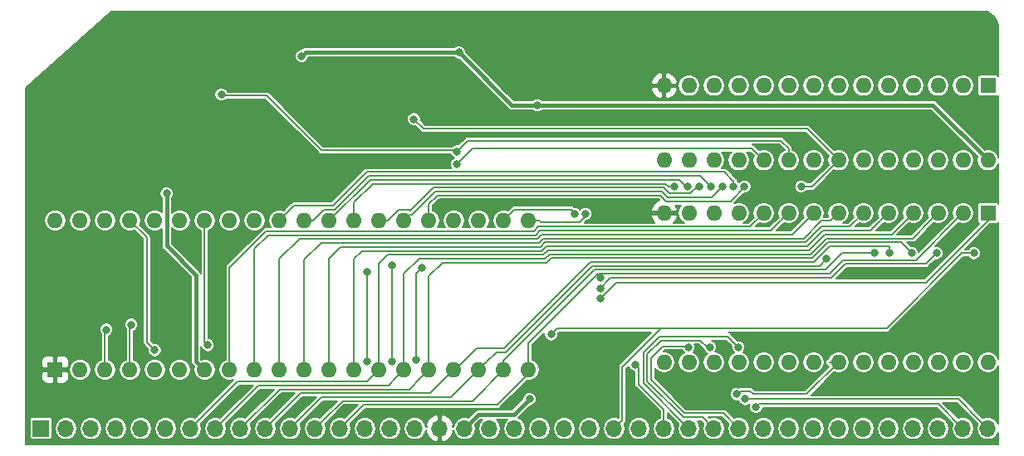
<source format=gbr>
G04 #@! TF.GenerationSoftware,KiCad,Pcbnew,(5.0.0)*
G04 #@! TF.CreationDate,2020-03-05T15:16:05+00:00*
G04 #@! TF.ProjectId,basic-mc6800,62617369632D6D63363830302E6B6963,rev?*
G04 #@! TF.SameCoordinates,Original*
G04 #@! TF.FileFunction,Copper,L2,Bot,Signal*
G04 #@! TF.FilePolarity,Positive*
%FSLAX46Y46*%
G04 Gerber Fmt 4.6, Leading zero omitted, Abs format (unit mm)*
G04 Created by KiCad (PCBNEW (5.0.0)) date 03/05/20 15:16:05*
%MOMM*%
%LPD*%
G01*
G04 APERTURE LIST*
G04 #@! TA.AperFunction,ComponentPad*
%ADD10R,1.600000X1.600000*%
G04 #@! TD*
G04 #@! TA.AperFunction,ComponentPad*
%ADD11O,1.600000X1.600000*%
G04 #@! TD*
G04 #@! TA.AperFunction,ComponentPad*
%ADD12R,1.700000X1.700000*%
G04 #@! TD*
G04 #@! TA.AperFunction,ComponentPad*
%ADD13O,1.700000X1.700000*%
G04 #@! TD*
G04 #@! TA.AperFunction,ViaPad*
%ADD14C,0.800000*%
G04 #@! TD*
G04 #@! TA.AperFunction,Conductor*
%ADD15C,0.400000*%
G04 #@! TD*
G04 #@! TA.AperFunction,Conductor*
%ADD16C,0.200000*%
G04 #@! TD*
G04 APERTURE END LIST*
D10*
G04 #@! TO.P,U2,1*
G04 #@! TO.N,GND*
X101440000Y-94000000D03*
D11*
G04 #@! TO.P,U2,21*
G04 #@! TO.N,/A13*
X149700000Y-78760000D03*
G04 #@! TO.P,U2,2*
G04 #@! TO.N,/INT1*
X103980000Y-94000000D03*
G04 #@! TO.P,U2,22*
G04 #@! TO.N,/A14*
X147160000Y-78760000D03*
G04 #@! TO.P,U2,3*
G04 #@! TO.N,/INT2*
X106520000Y-94000000D03*
G04 #@! TO.P,U2,23*
G04 #@! TO.N,/A15*
X144620000Y-78760000D03*
G04 #@! TO.P,U2,4*
G04 #@! TO.N,/INT3*
X109060000Y-94000000D03*
G04 #@! TO.P,U2,24*
G04 #@! TO.N,/D7*
X142080000Y-78760000D03*
G04 #@! TO.P,U2,5*
G04 #@! TO.N,N/C*
X111600000Y-94000000D03*
G04 #@! TO.P,U2,25*
G04 #@! TO.N,/D6*
X139540000Y-78760000D03*
G04 #@! TO.P,U2,6*
G04 #@! TO.N,N/C*
X114140000Y-94000000D03*
G04 #@! TO.P,U2,26*
G04 #@! TO.N,/D5*
X137000000Y-78760000D03*
G04 #@! TO.P,U2,7*
G04 #@! TO.N,+5V*
X116680000Y-94000000D03*
G04 #@! TO.P,U2,27*
G04 #@! TO.N,/D4*
X134460000Y-78760000D03*
G04 #@! TO.P,U2,8*
G04 #@! TO.N,/A0*
X119220000Y-94000000D03*
G04 #@! TO.P,U2,28*
G04 #@! TO.N,/D3*
X131920000Y-78760000D03*
G04 #@! TO.P,U2,9*
G04 #@! TO.N,/A1*
X121760000Y-94000000D03*
G04 #@! TO.P,U2,29*
G04 #@! TO.N,/D2*
X129380000Y-78760000D03*
G04 #@! TO.P,U2,10*
G04 #@! TO.N,/A2*
X124300000Y-94000000D03*
G04 #@! TO.P,U2,30*
G04 #@! TO.N,/D1*
X126840000Y-78760000D03*
G04 #@! TO.P,U2,11*
G04 #@! TO.N,/A3*
X126840000Y-94000000D03*
G04 #@! TO.P,U2,31*
G04 #@! TO.N,/D0*
X124300000Y-78760000D03*
G04 #@! TO.P,U2,12*
G04 #@! TO.N,/A4*
X129380000Y-94000000D03*
G04 #@! TO.P,U2,32*
G04 #@! TO.N,/R_W*
X121760000Y-78760000D03*
G04 #@! TO.P,U2,13*
G04 #@! TO.N,/A5*
X131920000Y-94000000D03*
G04 #@! TO.P,U2,33*
G04 #@! TO.N,N/C*
X119220000Y-78760000D03*
G04 #@! TO.P,U2,14*
G04 #@! TO.N,/A6*
X134460000Y-94000000D03*
G04 #@! TO.P,U2,34*
G04 #@! TO.N,/E*
X116680000Y-78760000D03*
G04 #@! TO.P,U2,15*
G04 #@! TO.N,/A7*
X137000000Y-94000000D03*
G04 #@! TO.P,U2,35*
G04 #@! TO.N,/QLATCH*
X114140000Y-78760000D03*
G04 #@! TO.P,U2,16*
G04 #@! TO.N,/A8*
X139540000Y-94000000D03*
G04 #@! TO.P,U2,36*
G04 #@! TO.N,+5V*
X111600000Y-78760000D03*
G04 #@! TO.P,U2,17*
G04 #@! TO.N,/A9*
X142080000Y-94000000D03*
G04 #@! TO.P,U2,37*
G04 #@! TO.N,/RESET*
X109060000Y-78760000D03*
G04 #@! TO.P,U2,18*
G04 #@! TO.N,/A10*
X144620000Y-94000000D03*
G04 #@! TO.P,U2,38*
G04 #@! TO.N,Net-(C3-Pad1)*
X106520000Y-78760000D03*
G04 #@! TO.P,U2,19*
G04 #@! TO.N,/A11*
X147160000Y-94000000D03*
G04 #@! TO.P,U2,39*
G04 #@! TO.N,Net-(C2-Pad1)*
X103980000Y-78760000D03*
G04 #@! TO.P,U2,20*
G04 #@! TO.N,/A12*
X149700000Y-94000000D03*
G04 #@! TO.P,U2,40*
G04 #@! TO.N,N/C*
X101440000Y-78760000D03*
G04 #@! TD*
G04 #@! TO.P,U4,28*
G04 #@! TO.N,+5V*
X196540000Y-93240000D03*
G04 #@! TO.P,U4,14*
G04 #@! TO.N,GND*
X163520000Y-78000000D03*
G04 #@! TO.P,U4,27*
G04 #@! TO.N,N/C*
X194000000Y-93240000D03*
G04 #@! TO.P,U4,13*
G04 #@! TO.N,/D2*
X166060000Y-78000000D03*
G04 #@! TO.P,U4,26*
G04 #@! TO.N,/A13*
X191460000Y-93240000D03*
G04 #@! TO.P,U4,12*
G04 #@! TO.N,/D1*
X168600000Y-78000000D03*
G04 #@! TO.P,U4,25*
G04 #@! TO.N,/A8*
X188920000Y-93240000D03*
G04 #@! TO.P,U4,11*
G04 #@! TO.N,/D0*
X171140000Y-78000000D03*
G04 #@! TO.P,U4,24*
G04 #@! TO.N,/A9*
X186380000Y-93240000D03*
G04 #@! TO.P,U4,10*
G04 #@! TO.N,/A0*
X173680000Y-78000000D03*
G04 #@! TO.P,U4,23*
G04 #@! TO.N,/A11*
X183840000Y-93240000D03*
G04 #@! TO.P,U4,9*
G04 #@! TO.N,/A1*
X176220000Y-78000000D03*
G04 #@! TO.P,U4,22*
G04 #@! TO.N,/ROM_CS*
X181300000Y-93240000D03*
G04 #@! TO.P,U4,8*
G04 #@! TO.N,/A2*
X178760000Y-78000000D03*
G04 #@! TO.P,U4,21*
G04 #@! TO.N,/A10*
X178760000Y-93240000D03*
G04 #@! TO.P,U4,7*
G04 #@! TO.N,/A3*
X181300000Y-78000000D03*
G04 #@! TO.P,U4,20*
G04 #@! TO.N,/_QLATCH*
X176220000Y-93240000D03*
G04 #@! TO.P,U4,6*
G04 #@! TO.N,/A4*
X183840000Y-78000000D03*
G04 #@! TO.P,U4,19*
G04 #@! TO.N,/D7*
X173680000Y-93240000D03*
G04 #@! TO.P,U4,5*
G04 #@! TO.N,/A5*
X186380000Y-78000000D03*
G04 #@! TO.P,U4,18*
G04 #@! TO.N,/D6*
X171140000Y-93240000D03*
G04 #@! TO.P,U4,4*
G04 #@! TO.N,/A6*
X188920000Y-78000000D03*
G04 #@! TO.P,U4,17*
G04 #@! TO.N,/D5*
X168600000Y-93240000D03*
G04 #@! TO.P,U4,3*
G04 #@! TO.N,/A7*
X191460000Y-78000000D03*
G04 #@! TO.P,U4,16*
G04 #@! TO.N,/D4*
X166060000Y-93240000D03*
G04 #@! TO.P,U4,2*
G04 #@! TO.N,/A12*
X194000000Y-78000000D03*
G04 #@! TO.P,U4,15*
G04 #@! TO.N,/D3*
X163520000Y-93240000D03*
D10*
G04 #@! TO.P,U4,1*
G04 #@! TO.N,/A14*
X196540000Y-78000000D03*
G04 #@! TD*
D12*
G04 #@! TO.P,J1,1*
G04 #@! TO.N,/A0*
X100000000Y-100000000D03*
D13*
G04 #@! TO.P,J1,2*
G04 #@! TO.N,/A1*
X102540000Y-100000000D03*
G04 #@! TO.P,J1,3*
G04 #@! TO.N,/A2*
X105080000Y-100000000D03*
G04 #@! TO.P,J1,4*
G04 #@! TO.N,/A3*
X107620000Y-100000000D03*
G04 #@! TO.P,J1,5*
G04 #@! TO.N,/A4*
X110160000Y-100000000D03*
G04 #@! TO.P,J1,6*
G04 #@! TO.N,/A5*
X112700000Y-100000000D03*
G04 #@! TO.P,J1,7*
G04 #@! TO.N,/A6*
X115240000Y-100000000D03*
G04 #@! TO.P,J1,8*
G04 #@! TO.N,/A7*
X117780000Y-100000000D03*
G04 #@! TO.P,J1,9*
G04 #@! TO.N,/A8*
X120320000Y-100000000D03*
G04 #@! TO.P,J1,10*
G04 #@! TO.N,/A9*
X122860000Y-100000000D03*
G04 #@! TO.P,J1,11*
G04 #@! TO.N,/A10*
X125400000Y-100000000D03*
G04 #@! TO.P,J1,12*
G04 #@! TO.N,/A11*
X127940000Y-100000000D03*
G04 #@! TO.P,J1,13*
G04 #@! TO.N,/A12*
X130480000Y-100000000D03*
G04 #@! TO.P,J1,14*
G04 #@! TO.N,/A13*
X133020000Y-100000000D03*
G04 #@! TO.P,J1,15*
G04 #@! TO.N,/A14*
X135560000Y-100000000D03*
G04 #@! TO.P,J1,16*
G04 #@! TO.N,/A15*
X138100000Y-100000000D03*
G04 #@! TO.P,J1,17*
G04 #@! TO.N,GND*
X140640000Y-100000000D03*
G04 #@! TO.P,J1,18*
G04 #@! TO.N,+5V*
X143180000Y-100000000D03*
G04 #@! TO.P,J1,19*
G04 #@! TO.N,N/C*
X145720000Y-100000000D03*
G04 #@! TO.P,J1,20*
G04 #@! TO.N,/RESET*
X148260000Y-100000000D03*
G04 #@! TO.P,J1,21*
G04 #@! TO.N,/E*
X150800000Y-100000000D03*
G04 #@! TO.P,J1,22*
G04 #@! TO.N,/INT1*
X153340000Y-100000000D03*
G04 #@! TO.P,J1,23*
G04 #@! TO.N,N/C*
X155880000Y-100000000D03*
G04 #@! TO.P,J1,24*
G04 #@! TO.N,/R_W*
X158420000Y-100000000D03*
G04 #@! TO.P,J1,25*
G04 #@! TO.N,N/C*
X160960000Y-100000000D03*
G04 #@! TO.P,J1,26*
G04 #@! TO.N,/PER_CS*
X163500000Y-100000000D03*
G04 #@! TO.P,J1,27*
G04 #@! TO.N,/D0*
X166040000Y-100000000D03*
G04 #@! TO.P,J1,28*
G04 #@! TO.N,/D1*
X168580000Y-100000000D03*
G04 #@! TO.P,J1,29*
G04 #@! TO.N,/D2*
X171120000Y-100000000D03*
G04 #@! TO.P,J1,30*
G04 #@! TO.N,/D3*
X173660000Y-100000000D03*
G04 #@! TO.P,J1,31*
G04 #@! TO.N,/D4*
X176200000Y-100000000D03*
G04 #@! TO.P,J1,32*
G04 #@! TO.N,/D5*
X178740000Y-100000000D03*
G04 #@! TO.P,J1,33*
G04 #@! TO.N,/D6*
X181280000Y-100000000D03*
G04 #@! TO.P,J1,34*
G04 #@! TO.N,/D7*
X183820000Y-100000000D03*
G04 #@! TO.P,J1,35*
G04 #@! TO.N,N/C*
X186360000Y-100000000D03*
G04 #@! TO.P,J1,36*
X188900000Y-100000000D03*
G04 #@! TO.P,J1,37*
X191440000Y-100000000D03*
G04 #@! TO.P,J1,38*
G04 #@! TO.N,/INT2*
X193980000Y-100000000D03*
G04 #@! TO.P,J1,39*
G04 #@! TO.N,/INT3*
X196520000Y-100000000D03*
G04 #@! TD*
D11*
G04 #@! TO.P,U3,28*
G04 #@! TO.N,+5V*
X196540000Y-72620000D03*
G04 #@! TO.P,U3,14*
G04 #@! TO.N,GND*
X163520000Y-65000000D03*
G04 #@! TO.P,U3,27*
G04 #@! TO.N,/R_W*
X194000000Y-72620000D03*
G04 #@! TO.P,U3,13*
G04 #@! TO.N,/D2*
X166060000Y-65000000D03*
G04 #@! TO.P,U3,26*
G04 #@! TO.N,/A13*
X191460000Y-72620000D03*
G04 #@! TO.P,U3,12*
G04 #@! TO.N,/D1*
X168600000Y-65000000D03*
G04 #@! TO.P,U3,25*
G04 #@! TO.N,/A8*
X188920000Y-72620000D03*
G04 #@! TO.P,U3,11*
G04 #@! TO.N,/D0*
X171140000Y-65000000D03*
G04 #@! TO.P,U3,24*
G04 #@! TO.N,/A9*
X186380000Y-72620000D03*
G04 #@! TO.P,U3,10*
G04 #@! TO.N,/A0*
X173680000Y-65000000D03*
G04 #@! TO.P,U3,23*
G04 #@! TO.N,/A11*
X183840000Y-72620000D03*
G04 #@! TO.P,U3,9*
G04 #@! TO.N,/A1*
X176220000Y-65000000D03*
G04 #@! TO.P,U3,22*
G04 #@! TO.N,/_QLATCH*
X181300000Y-72620000D03*
G04 #@! TO.P,U3,8*
G04 #@! TO.N,/A2*
X178760000Y-65000000D03*
G04 #@! TO.P,U3,21*
G04 #@! TO.N,/A10*
X178760000Y-72620000D03*
G04 #@! TO.P,U3,7*
G04 #@! TO.N,/A3*
X181300000Y-65000000D03*
G04 #@! TO.P,U3,20*
G04 #@! TO.N,/A15*
X176220000Y-72620000D03*
G04 #@! TO.P,U3,6*
G04 #@! TO.N,/A4*
X183840000Y-65000000D03*
G04 #@! TO.P,U3,19*
G04 #@! TO.N,/D7*
X173680000Y-72620000D03*
G04 #@! TO.P,U3,5*
G04 #@! TO.N,/A5*
X186380000Y-65000000D03*
G04 #@! TO.P,U3,18*
G04 #@! TO.N,/D6*
X171140000Y-72620000D03*
G04 #@! TO.P,U3,4*
G04 #@! TO.N,/A6*
X188920000Y-65000000D03*
G04 #@! TO.P,U3,17*
G04 #@! TO.N,/D5*
X168600000Y-72620000D03*
G04 #@! TO.P,U3,3*
G04 #@! TO.N,/A7*
X191460000Y-65000000D03*
G04 #@! TO.P,U3,16*
G04 #@! TO.N,/D4*
X166060000Y-72620000D03*
G04 #@! TO.P,U3,2*
G04 #@! TO.N,/A12*
X194000000Y-65000000D03*
G04 #@! TO.P,U3,15*
G04 #@! TO.N,/D3*
X163520000Y-72620000D03*
D10*
G04 #@! TO.P,U3,1*
G04 #@! TO.N,/A14*
X196540000Y-65000000D03*
G04 #@! TD*
D14*
G04 #@! TO.N,GND*
X127000000Y-72000000D03*
X103000000Y-68000000D03*
X110500000Y-61900000D03*
X106000000Y-77000000D03*
X140400000Y-66200000D03*
X135200000Y-66200000D03*
X196600000Y-76400000D03*
X196400000Y-83000000D03*
X188800000Y-95800000D03*
G04 #@! TO.N,+5V*
X150600000Y-67000000D03*
X149800000Y-97000000D03*
X112800000Y-76000000D03*
X142600000Y-61600000D03*
X126575000Y-61975000D03*
G04 #@! TO.N,/A8*
X188800000Y-82100000D03*
G04 #@! TO.N,/A9*
X186500000Y-82100000D03*
G04 #@! TO.N,/A10*
X180100000Y-82700000D03*
G04 #@! TO.N,/A11*
X185000000Y-82100000D03*
G04 #@! TO.N,/A12*
X157000000Y-84600000D03*
G04 #@! TO.N,/A13*
X157000000Y-85700000D03*
X191300000Y-82100000D03*
X155500000Y-78100000D03*
X133200000Y-84000000D03*
X133200000Y-93200000D03*
G04 #@! TO.N,/A14*
X157000000Y-86700000D03*
X154400000Y-78100000D03*
X135800000Y-93200000D03*
X135800000Y-83300000D03*
G04 #@! TO.N,/A15*
X142400000Y-71700000D03*
X118400000Y-65900000D03*
X138800000Y-83600000D03*
X138200000Y-93000000D03*
G04 #@! TO.N,/RESET*
X111600000Y-92000000D03*
G04 #@! TO.N,/E*
X117000000Y-91500010D03*
G04 #@! TO.N,/R_W*
X195100000Y-82100000D03*
X152000000Y-90400000D03*
G04 #@! TO.N,/D0*
X170600000Y-75300000D03*
X171100000Y-91700000D03*
G04 #@! TO.N,/D1*
X168300000Y-75300000D03*
X168200000Y-91700000D03*
G04 #@! TO.N,/D2*
X166000000Y-91700021D03*
X165900000Y-75300000D03*
G04 #@! TO.N,/D3*
X164600000Y-75299990D03*
G04 #@! TO.N,/D4*
X167100000Y-75300000D03*
G04 #@! TO.N,/D5*
X169500000Y-75300000D03*
G04 #@! TO.N,/D6*
X171700000Y-75300000D03*
G04 #@! TO.N,/D7*
X142400000Y-73000000D03*
G04 #@! TO.N,/INT2*
X172900000Y-97800000D03*
X106651107Y-89899990D03*
G04 #@! TO.N,/INT3*
X171800000Y-97000000D03*
X109200000Y-89400000D03*
G04 #@! TO.N,/_QLATCH*
X138000000Y-68400000D03*
X177500000Y-75300000D03*
G04 #@! TO.N,/ROM_CS*
X170900000Y-96500000D03*
G04 #@! TO.N,/PER_CS*
X160600000Y-93500000D03*
G04 #@! TD*
D15*
G04 #@! TO.N,+5V*
X190920000Y-67000000D02*
X150600000Y-67000000D01*
X196540000Y-72620000D02*
X190920000Y-67000000D01*
X148000000Y-67000000D02*
X150600000Y-67000000D01*
X142600000Y-61600000D02*
X148000000Y-67000000D01*
X148200000Y-98600000D02*
X149800000Y-97000000D01*
X143180000Y-100000000D02*
X144580000Y-98600000D01*
X144580000Y-98600000D02*
X148200000Y-98600000D01*
X142600000Y-61600000D02*
X126950000Y-61600000D01*
X126950000Y-61600000D02*
X126575000Y-61975000D01*
X112800000Y-76565685D02*
X112800000Y-76000000D01*
X112800000Y-81335966D02*
X112800000Y-76565685D01*
X115800000Y-84335966D02*
X112800000Y-81335966D01*
X116680000Y-94000000D02*
X115800000Y-93120000D01*
X115800000Y-93120000D02*
X115800000Y-84335966D01*
D16*
G04 #@! TO.N,/A0*
X119220000Y-92868630D02*
X119220000Y-94000000D01*
X119220000Y-83580000D02*
X119220000Y-92868630D01*
X172280121Y-79399879D02*
X150688123Y-79399879D01*
X150688123Y-79399879D02*
X150228001Y-79860001D01*
X150228001Y-79860001D02*
X122939999Y-79860001D01*
X122939999Y-79860001D02*
X119220000Y-83580000D01*
X173680000Y-78000000D02*
X172280121Y-79399879D01*
G04 #@! TO.N,/A1*
X121760000Y-81640000D02*
X123139988Y-80260012D01*
X121760000Y-94000000D02*
X121760000Y-81640000D01*
X175420001Y-78799999D02*
X176220000Y-78000000D01*
X174420110Y-79799890D02*
X175420001Y-78799999D01*
X150393690Y-80260012D02*
X150853812Y-79799890D01*
X150853812Y-79799890D02*
X174420110Y-79799890D01*
X123139988Y-80260012D02*
X150393690Y-80260012D01*
G04 #@! TO.N,/A2*
X176560099Y-80199901D02*
X151019501Y-80199901D01*
X151019501Y-80199901D02*
X150559379Y-80660023D01*
X178760000Y-78000000D02*
X176560099Y-80199901D01*
X150559379Y-80660023D02*
X126339977Y-80660023D01*
X126339977Y-80660023D02*
X124300000Y-82700000D01*
X124300000Y-82700000D02*
X124300000Y-92868630D01*
X124300000Y-92868630D02*
X124300000Y-94000000D01*
G04 #@! TO.N,/A3*
X179569806Y-78799999D02*
X180500001Y-78799999D01*
X177769893Y-80599912D02*
X179569806Y-78799999D01*
X151185190Y-80599912D02*
X177769893Y-80599912D01*
X180500001Y-78799999D02*
X181300000Y-78000000D01*
X126840000Y-94000000D02*
X126840000Y-82760000D01*
X150725068Y-81060034D02*
X151185190Y-80599912D01*
X126840000Y-82760000D02*
X128539966Y-81060034D01*
X128539966Y-81060034D02*
X150725068Y-81060034D01*
G04 #@! TO.N,/A4*
X182440067Y-79399933D02*
X179535572Y-79399933D01*
X179535572Y-79399933D02*
X177935582Y-80999923D01*
X129380000Y-82620000D02*
X129380000Y-92868630D01*
X177935582Y-80999923D02*
X151350879Y-80999923D01*
X130539955Y-81460045D02*
X129380000Y-82620000D01*
X129380000Y-92868630D02*
X129380000Y-94000000D01*
X150890757Y-81460045D02*
X130539955Y-81460045D01*
X183840000Y-78000000D02*
X182440067Y-79399933D01*
X151350879Y-80999923D02*
X150890757Y-81460045D01*
G04 #@! TO.N,/A5*
X184580056Y-79799944D02*
X185580001Y-78799999D01*
X179701261Y-79799944D02*
X184580056Y-79799944D01*
X131920000Y-82680000D02*
X132739944Y-81860056D01*
X131920000Y-94000000D02*
X131920000Y-82680000D01*
X185580001Y-78799999D02*
X186380000Y-78000000D01*
X132739944Y-81860056D02*
X151056446Y-81860056D01*
X151056446Y-81860056D02*
X151516568Y-81399934D01*
X151516568Y-81399934D02*
X178101271Y-81399934D01*
X178101271Y-81399934D02*
X179701261Y-79799944D01*
G04 #@! TO.N,/A6*
X120040066Y-95199934D02*
X116089999Y-99150001D01*
X116089999Y-99150001D02*
X115240000Y-100000000D01*
X133260066Y-95199934D02*
X120040066Y-95199934D01*
X134460000Y-94000000D02*
X133260066Y-95199934D01*
X134460000Y-92868630D02*
X134460000Y-94000000D01*
X134460000Y-83140000D02*
X134460000Y-92868630D01*
X135339933Y-82260067D02*
X134460000Y-83140000D01*
X186720045Y-80199955D02*
X179866950Y-80199955D01*
X188920000Y-78000000D02*
X186720045Y-80199955D01*
X179866950Y-80199955D02*
X178266960Y-81799945D01*
X178266960Y-81799945D02*
X151682257Y-81799945D01*
X151682257Y-81799945D02*
X151222135Y-82260067D01*
X151222135Y-82260067D02*
X135339933Y-82260067D01*
G04 #@! TO.N,/A7*
X122180055Y-95599945D02*
X135400055Y-95599945D01*
X136200001Y-94799999D02*
X137000000Y-94000000D01*
X117780000Y-100000000D02*
X122180055Y-95599945D01*
X135400055Y-95599945D02*
X136200001Y-94799999D01*
X190660001Y-78799999D02*
X191460000Y-78000000D01*
X188860034Y-80599966D02*
X190660001Y-78799999D01*
X137000000Y-84200000D02*
X138539922Y-82660078D01*
X137000000Y-94000000D02*
X137000000Y-84200000D01*
X180032639Y-80599966D02*
X188860034Y-80599966D01*
X138539922Y-82660078D02*
X151387824Y-82660078D01*
X151387824Y-82660078D02*
X151847946Y-82199956D01*
X151847946Y-82199956D02*
X178432649Y-82199956D01*
X178432649Y-82199956D02*
X180032639Y-80599966D01*
G04 #@! TO.N,/A8*
X137540044Y-95999956D02*
X138740001Y-94799999D01*
X124320044Y-95999956D02*
X137540044Y-95999956D01*
X138740001Y-94799999D02*
X139540000Y-94000000D01*
X120320000Y-100000000D02*
X124320044Y-95999956D01*
X140939911Y-83060089D02*
X139540000Y-84460000D01*
X187699977Y-80999977D02*
X180198334Y-80999977D01*
X188800000Y-82100000D02*
X187699977Y-80999977D01*
X139540000Y-84460000D02*
X139540000Y-94000000D01*
X178598344Y-82599967D02*
X152013635Y-82599967D01*
X180198334Y-80999977D02*
X178598344Y-82599967D01*
X152013635Y-82599967D02*
X151553513Y-83060089D01*
X151553513Y-83060089D02*
X140939911Y-83060089D01*
G04 #@! TO.N,/A9*
X139680033Y-96399967D02*
X126460033Y-96399967D01*
X123709999Y-99150001D02*
X122860000Y-100000000D01*
X142080000Y-94000000D02*
X139680033Y-96399967D01*
X126460033Y-96399967D02*
X123709999Y-99150001D01*
X142200000Y-94000000D02*
X142080000Y-94000000D01*
X186500000Y-81400000D02*
X186499988Y-81399988D01*
X147200000Y-91800000D02*
X144400000Y-91800000D01*
X186500000Y-82100000D02*
X186500000Y-81400000D01*
X144400000Y-91800000D02*
X142200000Y-94000000D01*
X186499988Y-81399988D02*
X180364023Y-81399988D01*
X180364023Y-81399988D02*
X178764033Y-82999978D01*
X178764033Y-82999978D02*
X156000022Y-82999978D01*
X156000022Y-82999978D02*
X147200000Y-91800000D01*
G04 #@! TO.N,/A10*
X126249999Y-99150001D02*
X125400000Y-100000000D01*
X128600022Y-96799978D02*
X126249999Y-99150001D01*
X141820022Y-96799978D02*
X128600022Y-96799978D01*
X144620000Y-94000000D02*
X141820022Y-96799978D01*
X145419999Y-93200001D02*
X144620000Y-94000000D01*
X146420000Y-92200000D02*
X145419999Y-93200001D01*
X147365700Y-92200000D02*
X146420000Y-92200000D01*
X156165711Y-83399989D02*
X147365700Y-92200000D01*
X180100000Y-82700000D02*
X179400011Y-83399989D01*
X179400011Y-83399989D02*
X156165711Y-83399989D01*
G04 #@! TO.N,/A11*
X128789999Y-99150001D02*
X127940000Y-100000000D01*
X130740011Y-97199989D02*
X128789999Y-99150001D01*
X144000011Y-97199989D02*
X130740011Y-97199989D01*
X147160000Y-94000000D02*
X147160000Y-94040000D01*
X147160000Y-94040000D02*
X144000011Y-97199989D01*
X147160000Y-93040000D02*
X147160000Y-94000000D01*
X156400000Y-83800000D02*
X147160000Y-93040000D01*
X180000000Y-83800000D02*
X156400000Y-83800000D01*
X185000000Y-82100000D02*
X181700000Y-82100000D01*
X181700000Y-82100000D02*
X180000000Y-83800000D01*
G04 #@! TO.N,/A12*
X156800000Y-84400000D02*
X157000000Y-84600000D01*
X156800000Y-84299998D02*
X156800000Y-84400000D01*
X193200001Y-78799999D02*
X194000000Y-78000000D01*
X189600000Y-82400000D02*
X193200001Y-78799999D01*
X156800000Y-84299998D02*
X156899987Y-84200011D01*
X180365687Y-84200011D02*
X181765698Y-82800000D01*
X156899987Y-84200011D02*
X180365687Y-84200011D01*
X181765698Y-82800000D02*
X189234302Y-82800000D01*
X189234302Y-82800000D02*
X189600000Y-82434302D01*
X189600000Y-82434302D02*
X189600000Y-82400000D01*
X149700000Y-94400000D02*
X149700000Y-94000000D01*
X146500000Y-97600000D02*
X149700000Y-94400000D01*
X130480000Y-100000000D02*
X132880000Y-97600000D01*
X132880000Y-97600000D02*
X146500000Y-97600000D01*
X156700002Y-84200000D02*
X156800000Y-84299998D01*
X156700002Y-84299998D02*
X156700002Y-84200000D01*
X149700000Y-94000000D02*
X149700000Y-91300000D01*
X149700000Y-91300000D02*
X156700002Y-84299998D01*
G04 #@! TO.N,/A13*
X157000000Y-85700000D02*
X158000000Y-84700000D01*
X158000000Y-84700000D02*
X158000021Y-84700000D01*
X158000021Y-84700000D02*
X158100000Y-84600021D01*
X158100000Y-84600021D02*
X180599979Y-84600021D01*
X180599979Y-84600021D02*
X181999990Y-83200010D01*
X190199990Y-83200010D02*
X191300000Y-82100000D01*
X181999990Y-83200010D02*
X190199990Y-83200010D01*
X150831370Y-78760000D02*
X149700000Y-78760000D01*
X150971313Y-78899943D02*
X150831370Y-78760000D01*
X154935923Y-78899943D02*
X150971313Y-78899943D01*
X155500000Y-78100000D02*
X155500000Y-78335866D01*
X155500000Y-78335866D02*
X154935923Y-78899943D01*
X133200000Y-84000000D02*
X133200000Y-93200000D01*
G04 #@! TO.N,/A14*
X196540000Y-78760000D02*
X196540000Y-78000000D01*
X190200000Y-85100000D02*
X196540000Y-78760000D01*
X157000000Y-86700000D02*
X158600000Y-85100000D01*
X158600000Y-85100000D02*
X190200000Y-85100000D01*
X154400000Y-78100000D02*
X154400000Y-78018023D01*
X154400000Y-78018023D02*
X154041976Y-77659999D01*
X154041976Y-77659999D02*
X148260001Y-77659999D01*
X148260001Y-77659999D02*
X147160000Y-78760000D01*
X135800000Y-93200000D02*
X135800000Y-83300000D01*
G04 #@! TO.N,/A15*
X142400000Y-71700000D02*
X142300000Y-71600000D01*
X142300000Y-71600000D02*
X128600000Y-71600000D01*
X128600000Y-71600000D02*
X123000000Y-66000000D01*
X123000000Y-66000000D02*
X118500000Y-66000000D01*
X118500000Y-66000000D02*
X118400000Y-65900000D01*
X176220000Y-72620000D02*
X176220000Y-71420000D01*
X176220000Y-71420000D02*
X175400000Y-70600000D01*
X143500000Y-70600000D02*
X142400000Y-71700000D01*
X175400000Y-70600000D02*
X143500000Y-70600000D01*
X138800000Y-83600000D02*
X138200000Y-84200000D01*
X138200000Y-84200000D02*
X138200000Y-93000000D01*
G04 #@! TO.N,/RESET*
X110800000Y-91200000D02*
X111600000Y-92000000D01*
X109060000Y-78760000D02*
X110800000Y-80500000D01*
X110800000Y-80500000D02*
X110800000Y-91200000D01*
G04 #@! TO.N,/E*
X116680000Y-78760000D02*
X116680000Y-91180010D01*
X116680000Y-91180010D02*
X117000000Y-91500010D01*
G04 #@! TO.N,/R_W*
X159269999Y-99150001D02*
X158420000Y-100000000D01*
X159269999Y-93730001D02*
X159269999Y-99150001D01*
X163200000Y-89800000D02*
X159269999Y-93730001D01*
X186200000Y-89800000D02*
X163200000Y-89800000D01*
X195100000Y-82100000D02*
X193900000Y-82100000D01*
X193900000Y-82100000D02*
X186200000Y-89800000D01*
X152600000Y-89800000D02*
X163200000Y-89800000D01*
X152000000Y-90400000D02*
X152600000Y-89800000D01*
G04 #@! TO.N,/D0*
X161399978Y-95359978D02*
X166040000Y-100000000D01*
X171100000Y-91700000D02*
X170000000Y-90600000D01*
X161399978Y-92234322D02*
X161399978Y-95359978D01*
X170000000Y-90600000D02*
X163034300Y-90600000D01*
X163034300Y-90600000D02*
X161399978Y-92234322D01*
X125400001Y-77659999D02*
X124300000Y-78760000D01*
X170600000Y-74760001D02*
X169639969Y-73799970D01*
X169639969Y-73799970D02*
X133208632Y-73799970D01*
X133208632Y-73799970D02*
X129748614Y-77259988D01*
X129748614Y-77259988D02*
X125800012Y-77259988D01*
X170600000Y-75300000D02*
X170600000Y-74760001D01*
X125800012Y-77259988D02*
X125400001Y-77659999D01*
G04 #@! TO.N,/D1*
X128851999Y-77659999D02*
X127751998Y-78760000D01*
X127751998Y-78760000D02*
X126840000Y-78760000D01*
X129914303Y-77659999D02*
X128851999Y-77659999D01*
X133374313Y-74199989D02*
X129914303Y-77659999D01*
X168300000Y-75300000D02*
X167199989Y-74199989D01*
X167199989Y-74199989D02*
X133374313Y-74199989D01*
X167429999Y-98849999D02*
X168580000Y-100000000D01*
X165455699Y-98849999D02*
X167429999Y-98849999D01*
X161799989Y-95194289D02*
X165455699Y-98849999D01*
X161799989Y-92400011D02*
X161799989Y-95194289D01*
X163199989Y-91000011D02*
X161799989Y-92400011D01*
X168200000Y-91700000D02*
X167921532Y-91700000D01*
X167921532Y-91700000D02*
X167221543Y-91000011D01*
X167221543Y-91000011D02*
X163199989Y-91000011D01*
G04 #@! TO.N,/D2*
X133540011Y-74599989D02*
X129380000Y-78760000D01*
X165034312Y-74599989D02*
X133540011Y-74599989D01*
X165900000Y-75300000D02*
X165734323Y-75300000D01*
X165734323Y-75300000D02*
X165034312Y-74599989D01*
X166000000Y-91600000D02*
X166000000Y-91700021D01*
X169569988Y-98449988D02*
X165621388Y-98449988D01*
X171120000Y-100000000D02*
X169569988Y-98449988D01*
X165621388Y-98449988D02*
X162200000Y-95028600D01*
X162200000Y-95028600D02*
X162200000Y-92800000D01*
X162200000Y-92800000D02*
X163400000Y-91600000D01*
X163400000Y-91600000D02*
X166000000Y-91600000D01*
G04 #@! TO.N,/D3*
X164034315Y-75299990D02*
X164600000Y-75299990D01*
X163934305Y-75299990D02*
X164034315Y-75299990D01*
X163634315Y-75000000D02*
X163934305Y-75299990D01*
X133800000Y-75000000D02*
X163634315Y-75000000D01*
X131920000Y-78760000D02*
X131920000Y-76880000D01*
X131920000Y-76880000D02*
X133800000Y-75000000D01*
G04 #@! TO.N,/D4*
X135371998Y-78760000D02*
X134460000Y-78760000D01*
X136471999Y-77659999D02*
X135371998Y-78760000D01*
X137528001Y-77659999D02*
X136471999Y-77659999D01*
X164068617Y-76000000D02*
X163468617Y-75400000D01*
X167100000Y-75300000D02*
X166900000Y-75300000D01*
X166900000Y-75300000D02*
X166200000Y-76000000D01*
X163468617Y-75400000D02*
X140000000Y-75400000D01*
X166200000Y-76000000D02*
X164068617Y-76000000D01*
X140000000Y-75400000D02*
X137634001Y-77765999D01*
X137634001Y-77765999D02*
X137528001Y-77659999D01*
G04 #@! TO.N,/D5*
X137593992Y-78166008D02*
X137000000Y-78760000D01*
X168399989Y-76400011D02*
X163902928Y-76400011D01*
X169500000Y-75300000D02*
X168399989Y-76400011D01*
X163902928Y-76400011D02*
X163302928Y-75800011D01*
X163302928Y-75800011D02*
X140165689Y-75800011D01*
X140165689Y-75800011D02*
X137799692Y-78166008D01*
X137799692Y-78166008D02*
X137593992Y-78166008D01*
G04 #@! TO.N,/D6*
X139540000Y-77060000D02*
X139540000Y-78760000D01*
X171700000Y-75400000D02*
X170299978Y-76800022D01*
X171700000Y-75300000D02*
X171700000Y-75400000D01*
X170299978Y-76800022D02*
X163737239Y-76800022D01*
X163737239Y-76800022D02*
X163137239Y-76200022D01*
X163137239Y-76200022D02*
X140399978Y-76200022D01*
X140399978Y-76200022D02*
X139540000Y-77060000D01*
G04 #@! TO.N,/D7*
X172680001Y-71620001D02*
X173680000Y-72620000D01*
X172460000Y-71400000D02*
X172680001Y-71620001D01*
X142400000Y-73000000D02*
X144000000Y-71400000D01*
X144000000Y-71400000D02*
X172460000Y-71400000D01*
G04 #@! TO.N,/INT2*
X191480000Y-97500000D02*
X193980000Y-100000000D01*
X172900000Y-97800000D02*
X173200000Y-97500000D01*
X173200000Y-97500000D02*
X191480000Y-97500000D01*
X106520000Y-94000000D02*
X106520000Y-90031097D01*
X106520000Y-90031097D02*
X106651107Y-89899990D01*
G04 #@! TO.N,/INT3*
X171800000Y-97000000D02*
X193520000Y-97000000D01*
X193520000Y-97000000D02*
X195670001Y-99150001D01*
X195670001Y-99150001D02*
X196520000Y-100000000D01*
X109060000Y-94000000D02*
X109060000Y-89540000D01*
X109060000Y-89540000D02*
X109200000Y-89400000D01*
G04 #@! TO.N,/_QLATCH*
X138000000Y-68400000D02*
X139000000Y-69400000D01*
X178080000Y-69400000D02*
X181300000Y-72620000D01*
X139000000Y-69400000D02*
X178080000Y-69400000D01*
X178620000Y-75300000D02*
X181300000Y-72620000D01*
X177500000Y-75300000D02*
X178620000Y-75300000D01*
G04 #@! TO.N,/ROM_CS*
X181300000Y-93240000D02*
X180388002Y-93240000D01*
X178040000Y-96500000D02*
X181300000Y-93240000D01*
X170900000Y-96500000D02*
X171000000Y-96500000D01*
X171000000Y-96500000D02*
X171300000Y-96200000D01*
X172300000Y-96200000D02*
X172600000Y-96500000D01*
X171300000Y-96200000D02*
X172300000Y-96200000D01*
X172600000Y-96500000D02*
X178040000Y-96500000D01*
G04 #@! TO.N,/PER_CS*
X163500000Y-98100000D02*
X163500000Y-100000000D01*
X160900000Y-95500000D02*
X163500000Y-98100000D01*
X160600000Y-93500000D02*
X160900000Y-93800000D01*
X160900000Y-93800000D02*
X160900000Y-95500000D01*
G04 #@! TD*
G04 #@! TO.N,GND*
G36*
X196447922Y-57468228D02*
X196859835Y-57655514D01*
X197202626Y-57950883D01*
X197448739Y-58330589D01*
X197582352Y-58777359D01*
X197600000Y-59014841D01*
X197600000Y-64049133D01*
X197556288Y-63983712D01*
X197457054Y-63917407D01*
X197340000Y-63894123D01*
X195740000Y-63894123D01*
X195622946Y-63917407D01*
X195523712Y-63983712D01*
X195457407Y-64082946D01*
X195434123Y-64200000D01*
X195434123Y-65800000D01*
X195457407Y-65917054D01*
X195523712Y-66016288D01*
X195622946Y-66082593D01*
X195740000Y-66105877D01*
X197340000Y-66105877D01*
X197457054Y-66082593D01*
X197556288Y-66016288D01*
X197600000Y-65950867D01*
X197600000Y-72310569D01*
X197576177Y-72190801D01*
X197333056Y-71826944D01*
X196969199Y-71583823D01*
X196648339Y-71520000D01*
X196431661Y-71520000D01*
X196194317Y-71567211D01*
X191308377Y-66681271D01*
X191280480Y-66639520D01*
X191115090Y-66529011D01*
X190969243Y-66500000D01*
X190969241Y-66500000D01*
X190920000Y-66490205D01*
X190870759Y-66500000D01*
X151089950Y-66500000D01*
X150996518Y-66406568D01*
X150739239Y-66300000D01*
X150460761Y-66300000D01*
X150203482Y-66406568D01*
X150110050Y-66500000D01*
X148207107Y-66500000D01*
X147078151Y-65371044D01*
X162161757Y-65371044D01*
X162407139Y-65862577D01*
X162821944Y-66222791D01*
X163148958Y-66358231D01*
X163366000Y-66246523D01*
X163366000Y-65154000D01*
X163674000Y-65154000D01*
X163674000Y-66246523D01*
X163891042Y-66358231D01*
X164218056Y-66222791D01*
X164632861Y-65862577D01*
X164878243Y-65371044D01*
X164767565Y-65154000D01*
X163674000Y-65154000D01*
X163366000Y-65154000D01*
X162272435Y-65154000D01*
X162161757Y-65371044D01*
X147078151Y-65371044D01*
X146707107Y-65000000D01*
X164938450Y-65000000D01*
X165023823Y-65429199D01*
X165266944Y-65793056D01*
X165630801Y-66036177D01*
X165951661Y-66100000D01*
X166168339Y-66100000D01*
X166489199Y-66036177D01*
X166853056Y-65793056D01*
X167096177Y-65429199D01*
X167181550Y-65000000D01*
X167478450Y-65000000D01*
X167563823Y-65429199D01*
X167806944Y-65793056D01*
X168170801Y-66036177D01*
X168491661Y-66100000D01*
X168708339Y-66100000D01*
X169029199Y-66036177D01*
X169393056Y-65793056D01*
X169636177Y-65429199D01*
X169721550Y-65000000D01*
X170018450Y-65000000D01*
X170103823Y-65429199D01*
X170346944Y-65793056D01*
X170710801Y-66036177D01*
X171031661Y-66100000D01*
X171248339Y-66100000D01*
X171569199Y-66036177D01*
X171933056Y-65793056D01*
X172176177Y-65429199D01*
X172261550Y-65000000D01*
X172558450Y-65000000D01*
X172643823Y-65429199D01*
X172886944Y-65793056D01*
X173250801Y-66036177D01*
X173571661Y-66100000D01*
X173788339Y-66100000D01*
X174109199Y-66036177D01*
X174473056Y-65793056D01*
X174716177Y-65429199D01*
X174801550Y-65000000D01*
X175098450Y-65000000D01*
X175183823Y-65429199D01*
X175426944Y-65793056D01*
X175790801Y-66036177D01*
X176111661Y-66100000D01*
X176328339Y-66100000D01*
X176649199Y-66036177D01*
X177013056Y-65793056D01*
X177256177Y-65429199D01*
X177341550Y-65000000D01*
X177638450Y-65000000D01*
X177723823Y-65429199D01*
X177966944Y-65793056D01*
X178330801Y-66036177D01*
X178651661Y-66100000D01*
X178868339Y-66100000D01*
X179189199Y-66036177D01*
X179553056Y-65793056D01*
X179796177Y-65429199D01*
X179881550Y-65000000D01*
X180178450Y-65000000D01*
X180263823Y-65429199D01*
X180506944Y-65793056D01*
X180870801Y-66036177D01*
X181191661Y-66100000D01*
X181408339Y-66100000D01*
X181729199Y-66036177D01*
X182093056Y-65793056D01*
X182336177Y-65429199D01*
X182421550Y-65000000D01*
X182718450Y-65000000D01*
X182803823Y-65429199D01*
X183046944Y-65793056D01*
X183410801Y-66036177D01*
X183731661Y-66100000D01*
X183948339Y-66100000D01*
X184269199Y-66036177D01*
X184633056Y-65793056D01*
X184876177Y-65429199D01*
X184961550Y-65000000D01*
X185258450Y-65000000D01*
X185343823Y-65429199D01*
X185586944Y-65793056D01*
X185950801Y-66036177D01*
X186271661Y-66100000D01*
X186488339Y-66100000D01*
X186809199Y-66036177D01*
X187173056Y-65793056D01*
X187416177Y-65429199D01*
X187501550Y-65000000D01*
X187798450Y-65000000D01*
X187883823Y-65429199D01*
X188126944Y-65793056D01*
X188490801Y-66036177D01*
X188811661Y-66100000D01*
X189028339Y-66100000D01*
X189349199Y-66036177D01*
X189713056Y-65793056D01*
X189956177Y-65429199D01*
X190041550Y-65000000D01*
X190338450Y-65000000D01*
X190423823Y-65429199D01*
X190666944Y-65793056D01*
X191030801Y-66036177D01*
X191351661Y-66100000D01*
X191568339Y-66100000D01*
X191889199Y-66036177D01*
X192253056Y-65793056D01*
X192496177Y-65429199D01*
X192581550Y-65000000D01*
X192878450Y-65000000D01*
X192963823Y-65429199D01*
X193206944Y-65793056D01*
X193570801Y-66036177D01*
X193891661Y-66100000D01*
X194108339Y-66100000D01*
X194429199Y-66036177D01*
X194793056Y-65793056D01*
X195036177Y-65429199D01*
X195121550Y-65000000D01*
X195036177Y-64570801D01*
X194793056Y-64206944D01*
X194429199Y-63963823D01*
X194108339Y-63900000D01*
X193891661Y-63900000D01*
X193570801Y-63963823D01*
X193206944Y-64206944D01*
X192963823Y-64570801D01*
X192878450Y-65000000D01*
X192581550Y-65000000D01*
X192496177Y-64570801D01*
X192253056Y-64206944D01*
X191889199Y-63963823D01*
X191568339Y-63900000D01*
X191351661Y-63900000D01*
X191030801Y-63963823D01*
X190666944Y-64206944D01*
X190423823Y-64570801D01*
X190338450Y-65000000D01*
X190041550Y-65000000D01*
X189956177Y-64570801D01*
X189713056Y-64206944D01*
X189349199Y-63963823D01*
X189028339Y-63900000D01*
X188811661Y-63900000D01*
X188490801Y-63963823D01*
X188126944Y-64206944D01*
X187883823Y-64570801D01*
X187798450Y-65000000D01*
X187501550Y-65000000D01*
X187416177Y-64570801D01*
X187173056Y-64206944D01*
X186809199Y-63963823D01*
X186488339Y-63900000D01*
X186271661Y-63900000D01*
X185950801Y-63963823D01*
X185586944Y-64206944D01*
X185343823Y-64570801D01*
X185258450Y-65000000D01*
X184961550Y-65000000D01*
X184876177Y-64570801D01*
X184633056Y-64206944D01*
X184269199Y-63963823D01*
X183948339Y-63900000D01*
X183731661Y-63900000D01*
X183410801Y-63963823D01*
X183046944Y-64206944D01*
X182803823Y-64570801D01*
X182718450Y-65000000D01*
X182421550Y-65000000D01*
X182336177Y-64570801D01*
X182093056Y-64206944D01*
X181729199Y-63963823D01*
X181408339Y-63900000D01*
X181191661Y-63900000D01*
X180870801Y-63963823D01*
X180506944Y-64206944D01*
X180263823Y-64570801D01*
X180178450Y-65000000D01*
X179881550Y-65000000D01*
X179796177Y-64570801D01*
X179553056Y-64206944D01*
X179189199Y-63963823D01*
X178868339Y-63900000D01*
X178651661Y-63900000D01*
X178330801Y-63963823D01*
X177966944Y-64206944D01*
X177723823Y-64570801D01*
X177638450Y-65000000D01*
X177341550Y-65000000D01*
X177256177Y-64570801D01*
X177013056Y-64206944D01*
X176649199Y-63963823D01*
X176328339Y-63900000D01*
X176111661Y-63900000D01*
X175790801Y-63963823D01*
X175426944Y-64206944D01*
X175183823Y-64570801D01*
X175098450Y-65000000D01*
X174801550Y-65000000D01*
X174716177Y-64570801D01*
X174473056Y-64206944D01*
X174109199Y-63963823D01*
X173788339Y-63900000D01*
X173571661Y-63900000D01*
X173250801Y-63963823D01*
X172886944Y-64206944D01*
X172643823Y-64570801D01*
X172558450Y-65000000D01*
X172261550Y-65000000D01*
X172176177Y-64570801D01*
X171933056Y-64206944D01*
X171569199Y-63963823D01*
X171248339Y-63900000D01*
X171031661Y-63900000D01*
X170710801Y-63963823D01*
X170346944Y-64206944D01*
X170103823Y-64570801D01*
X170018450Y-65000000D01*
X169721550Y-65000000D01*
X169636177Y-64570801D01*
X169393056Y-64206944D01*
X169029199Y-63963823D01*
X168708339Y-63900000D01*
X168491661Y-63900000D01*
X168170801Y-63963823D01*
X167806944Y-64206944D01*
X167563823Y-64570801D01*
X167478450Y-65000000D01*
X167181550Y-65000000D01*
X167096177Y-64570801D01*
X166853056Y-64206944D01*
X166489199Y-63963823D01*
X166168339Y-63900000D01*
X165951661Y-63900000D01*
X165630801Y-63963823D01*
X165266944Y-64206944D01*
X165023823Y-64570801D01*
X164938450Y-65000000D01*
X146707107Y-65000000D01*
X146336063Y-64628956D01*
X162161757Y-64628956D01*
X162272435Y-64846000D01*
X163366000Y-64846000D01*
X163366000Y-63753477D01*
X163674000Y-63753477D01*
X163674000Y-64846000D01*
X164767565Y-64846000D01*
X164878243Y-64628956D01*
X164632861Y-64137423D01*
X164218056Y-63777209D01*
X163891042Y-63641769D01*
X163674000Y-63753477D01*
X163366000Y-63753477D01*
X163148958Y-63641769D01*
X162821944Y-63777209D01*
X162407139Y-64137423D01*
X162161757Y-64628956D01*
X146336063Y-64628956D01*
X143300000Y-61592894D01*
X143300000Y-61460761D01*
X143193432Y-61203482D01*
X142996518Y-61006568D01*
X142739239Y-60900000D01*
X142460761Y-60900000D01*
X142203482Y-61006568D01*
X142110050Y-61100000D01*
X126999240Y-61100000D01*
X126949999Y-61090205D01*
X126900758Y-61100000D01*
X126900757Y-61100000D01*
X126754910Y-61129011D01*
X126589520Y-61239520D01*
X126565813Y-61275000D01*
X126435761Y-61275000D01*
X126178482Y-61381568D01*
X125981568Y-61578482D01*
X125875000Y-61835761D01*
X125875000Y-62114239D01*
X125981568Y-62371518D01*
X126178482Y-62568432D01*
X126435761Y-62675000D01*
X126714239Y-62675000D01*
X126971518Y-62568432D01*
X127168432Y-62371518D01*
X127275000Y-62114239D01*
X127275000Y-62100000D01*
X142110050Y-62100000D01*
X142203482Y-62193432D01*
X142460761Y-62300000D01*
X142592894Y-62300000D01*
X147611625Y-67318732D01*
X147639520Y-67360480D01*
X147804910Y-67470989D01*
X147950757Y-67500000D01*
X147950758Y-67500000D01*
X147999999Y-67509795D01*
X148049240Y-67500000D01*
X150110050Y-67500000D01*
X150203482Y-67593432D01*
X150460761Y-67700000D01*
X150739239Y-67700000D01*
X150996518Y-67593432D01*
X151089950Y-67500000D01*
X190712894Y-67500000D01*
X195487211Y-72274317D01*
X195418450Y-72620000D01*
X195503823Y-73049199D01*
X195746944Y-73413056D01*
X196110801Y-73656177D01*
X196431661Y-73720000D01*
X196648339Y-73720000D01*
X196969199Y-73656177D01*
X197333056Y-73413056D01*
X197576177Y-73049199D01*
X197600000Y-72929431D01*
X197600000Y-77049133D01*
X197556288Y-76983712D01*
X197457054Y-76917407D01*
X197340000Y-76894123D01*
X195740000Y-76894123D01*
X195622946Y-76917407D01*
X195523712Y-76983712D01*
X195457407Y-77082946D01*
X195434123Y-77200000D01*
X195434123Y-78800000D01*
X195457407Y-78917054D01*
X195523712Y-79016288D01*
X195622946Y-79082593D01*
X195646948Y-79087367D01*
X190034316Y-84700000D01*
X181065684Y-84700000D01*
X182165675Y-83600010D01*
X190160596Y-83600010D01*
X190199990Y-83607846D01*
X190239384Y-83600010D01*
X190356062Y-83576801D01*
X190488374Y-83488394D01*
X190510693Y-83454991D01*
X191165685Y-82800000D01*
X191439239Y-82800000D01*
X191696518Y-82693432D01*
X191893432Y-82496518D01*
X192000000Y-82239239D01*
X192000000Y-81960761D01*
X191893432Y-81703482D01*
X191696518Y-81506568D01*
X191439239Y-81400000D01*
X191165685Y-81400000D01*
X193510699Y-79054987D01*
X193510703Y-79054981D01*
X193546047Y-79019637D01*
X193570801Y-79036177D01*
X193891661Y-79100000D01*
X194108339Y-79100000D01*
X194429199Y-79036177D01*
X194793056Y-78793056D01*
X195036177Y-78429199D01*
X195121550Y-78000000D01*
X195036177Y-77570801D01*
X194793056Y-77206944D01*
X194429199Y-76963823D01*
X194108339Y-76900000D01*
X193891661Y-76900000D01*
X193570801Y-76963823D01*
X193206944Y-77206944D01*
X192963823Y-77570801D01*
X192878450Y-78000000D01*
X192963823Y-78429199D01*
X192980363Y-78453953D01*
X192945019Y-78489297D01*
X192945013Y-78489301D01*
X189492254Y-81942061D01*
X189393432Y-81703482D01*
X189196518Y-81506568D01*
X188939239Y-81400000D01*
X188665685Y-81400000D01*
X188265651Y-80999966D01*
X188820640Y-80999966D01*
X188860034Y-81007802D01*
X188899428Y-80999966D01*
X189016106Y-80976757D01*
X189148418Y-80888350D01*
X189170737Y-80854947D01*
X190970699Y-79054986D01*
X190970701Y-79054983D01*
X191006047Y-79019637D01*
X191030801Y-79036177D01*
X191351661Y-79100000D01*
X191568339Y-79100000D01*
X191889199Y-79036177D01*
X192253056Y-78793056D01*
X192496177Y-78429199D01*
X192581550Y-78000000D01*
X192496177Y-77570801D01*
X192253056Y-77206944D01*
X191889199Y-76963823D01*
X191568339Y-76900000D01*
X191351661Y-76900000D01*
X191030801Y-76963823D01*
X190666944Y-77206944D01*
X190423823Y-77570801D01*
X190338450Y-78000000D01*
X190423823Y-78429199D01*
X190440363Y-78453953D01*
X190405017Y-78489299D01*
X190405014Y-78489301D01*
X188694350Y-80199966D01*
X187285718Y-80199966D01*
X188466048Y-79019637D01*
X188490801Y-79036177D01*
X188811661Y-79100000D01*
X189028339Y-79100000D01*
X189349199Y-79036177D01*
X189713056Y-78793056D01*
X189956177Y-78429199D01*
X190041550Y-78000000D01*
X189956177Y-77570801D01*
X189713056Y-77206944D01*
X189349199Y-76963823D01*
X189028339Y-76900000D01*
X188811661Y-76900000D01*
X188490801Y-76963823D01*
X188126944Y-77206944D01*
X187883823Y-77570801D01*
X187798450Y-78000000D01*
X187883823Y-78429199D01*
X187900363Y-78453952D01*
X186554361Y-79799955D01*
X185145729Y-79799955D01*
X185890699Y-79054986D01*
X185890701Y-79054983D01*
X185926047Y-79019637D01*
X185950801Y-79036177D01*
X186271661Y-79100000D01*
X186488339Y-79100000D01*
X186809199Y-79036177D01*
X187173056Y-78793056D01*
X187416177Y-78429199D01*
X187501550Y-78000000D01*
X187416177Y-77570801D01*
X187173056Y-77206944D01*
X186809199Y-76963823D01*
X186488339Y-76900000D01*
X186271661Y-76900000D01*
X185950801Y-76963823D01*
X185586944Y-77206944D01*
X185343823Y-77570801D01*
X185258450Y-78000000D01*
X185343823Y-78429199D01*
X185360363Y-78453953D01*
X185325017Y-78489299D01*
X185325014Y-78489301D01*
X184414372Y-79399944D01*
X183005740Y-79399944D01*
X183386048Y-79019637D01*
X183410801Y-79036177D01*
X183731661Y-79100000D01*
X183948339Y-79100000D01*
X184269199Y-79036177D01*
X184633056Y-78793056D01*
X184876177Y-78429199D01*
X184961550Y-78000000D01*
X184876177Y-77570801D01*
X184633056Y-77206944D01*
X184269199Y-76963823D01*
X183948339Y-76900000D01*
X183731661Y-76900000D01*
X183410801Y-76963823D01*
X183046944Y-77206944D01*
X182803823Y-77570801D01*
X182718450Y-78000000D01*
X182803823Y-78429199D01*
X182820363Y-78453952D01*
X182274383Y-78999933D01*
X181783442Y-78999933D01*
X182093056Y-78793056D01*
X182336177Y-78429199D01*
X182421550Y-78000000D01*
X182336177Y-77570801D01*
X182093056Y-77206944D01*
X181729199Y-76963823D01*
X181408339Y-76900000D01*
X181191661Y-76900000D01*
X180870801Y-76963823D01*
X180506944Y-77206944D01*
X180263823Y-77570801D01*
X180178450Y-78000000D01*
X180258015Y-78399999D01*
X179801985Y-78399999D01*
X179881550Y-78000000D01*
X179796177Y-77570801D01*
X179553056Y-77206944D01*
X179189199Y-76963823D01*
X178868339Y-76900000D01*
X178651661Y-76900000D01*
X178330801Y-76963823D01*
X177966944Y-77206944D01*
X177723823Y-77570801D01*
X177638450Y-78000000D01*
X177723823Y-78429199D01*
X177740363Y-78453953D01*
X176394415Y-79799901D01*
X174985784Y-79799901D01*
X175730699Y-79054987D01*
X175730703Y-79054981D01*
X175766047Y-79019637D01*
X175790801Y-79036177D01*
X176111661Y-79100000D01*
X176328339Y-79100000D01*
X176649199Y-79036177D01*
X177013056Y-78793056D01*
X177256177Y-78429199D01*
X177341550Y-78000000D01*
X177256177Y-77570801D01*
X177013056Y-77206944D01*
X176649199Y-76963823D01*
X176328339Y-76900000D01*
X176111661Y-76900000D01*
X175790801Y-76963823D01*
X175426944Y-77206944D01*
X175183823Y-77570801D01*
X175098450Y-78000000D01*
X175183823Y-78429199D01*
X175200363Y-78453953D01*
X175165019Y-78489297D01*
X175165013Y-78489301D01*
X174254426Y-79399890D01*
X172845794Y-79399890D01*
X173226047Y-79019637D01*
X173250801Y-79036177D01*
X173571661Y-79100000D01*
X173788339Y-79100000D01*
X174109199Y-79036177D01*
X174473056Y-78793056D01*
X174716177Y-78429199D01*
X174801550Y-78000000D01*
X174716177Y-77570801D01*
X174473056Y-77206944D01*
X174109199Y-76963823D01*
X173788339Y-76900000D01*
X173571661Y-76900000D01*
X173250801Y-76963823D01*
X172886944Y-77206944D01*
X172643823Y-77570801D01*
X172558450Y-78000000D01*
X172643823Y-78429199D01*
X172660363Y-78453953D01*
X172114437Y-78999879D01*
X171623523Y-78999879D01*
X171933056Y-78793056D01*
X172176177Y-78429199D01*
X172261550Y-78000000D01*
X172176177Y-77570801D01*
X171933056Y-77206944D01*
X171569199Y-76963823D01*
X171248339Y-76900000D01*
X171031661Y-76900000D01*
X170710801Y-76963823D01*
X170683859Y-76981825D01*
X171665686Y-76000000D01*
X171839239Y-76000000D01*
X172096518Y-75893432D01*
X172293432Y-75696518D01*
X172400000Y-75439239D01*
X172400000Y-75160761D01*
X172293432Y-74903482D01*
X172096518Y-74706568D01*
X171839239Y-74600000D01*
X171560761Y-74600000D01*
X171303482Y-74706568D01*
X171150000Y-74860050D01*
X170997379Y-74707429D01*
X170976791Y-74603929D01*
X170958651Y-74576780D01*
X170888384Y-74471617D01*
X170854984Y-74449300D01*
X169950672Y-73544989D01*
X169928353Y-73511586D01*
X169796041Y-73423179D01*
X169679363Y-73399970D01*
X169639969Y-73392134D01*
X169600575Y-73399970D01*
X169401800Y-73399970D01*
X169636177Y-73049199D01*
X169721550Y-72620000D01*
X169636177Y-72190801D01*
X169393056Y-71826944D01*
X169352731Y-71800000D01*
X170387269Y-71800000D01*
X170346944Y-71826944D01*
X170103823Y-72190801D01*
X170018450Y-72620000D01*
X170103823Y-73049199D01*
X170346944Y-73413056D01*
X170710801Y-73656177D01*
X171031661Y-73720000D01*
X171248339Y-73720000D01*
X171569199Y-73656177D01*
X171933056Y-73413056D01*
X172176177Y-73049199D01*
X172261550Y-72620000D01*
X172176177Y-72190801D01*
X171933056Y-71826944D01*
X171892731Y-71800000D01*
X172294315Y-71800000D01*
X172425014Y-71930699D01*
X172425017Y-71930701D01*
X172660363Y-72166047D01*
X172643823Y-72190801D01*
X172558450Y-72620000D01*
X172643823Y-73049199D01*
X172886944Y-73413056D01*
X173250801Y-73656177D01*
X173571661Y-73720000D01*
X173788339Y-73720000D01*
X174109199Y-73656177D01*
X174473056Y-73413056D01*
X174716177Y-73049199D01*
X174801550Y-72620000D01*
X174716177Y-72190801D01*
X174473056Y-71826944D01*
X174109199Y-71583823D01*
X173788339Y-71520000D01*
X173571661Y-71520000D01*
X173250801Y-71583823D01*
X173226047Y-71600363D01*
X172990701Y-71365017D01*
X172990699Y-71365014D01*
X172770702Y-71145018D01*
X172748384Y-71111616D01*
X172616072Y-71023209D01*
X172499394Y-71000000D01*
X175234316Y-71000000D01*
X175813602Y-71579288D01*
X175790801Y-71583823D01*
X175426944Y-71826944D01*
X175183823Y-72190801D01*
X175098450Y-72620000D01*
X175183823Y-73049199D01*
X175426944Y-73413056D01*
X175790801Y-73656177D01*
X176111661Y-73720000D01*
X176328339Y-73720000D01*
X176649199Y-73656177D01*
X177013056Y-73413056D01*
X177256177Y-73049199D01*
X177341550Y-72620000D01*
X177638450Y-72620000D01*
X177723823Y-73049199D01*
X177966944Y-73413056D01*
X178330801Y-73656177D01*
X178651661Y-73720000D01*
X178868339Y-73720000D01*
X179189199Y-73656177D01*
X179553056Y-73413056D01*
X179796177Y-73049199D01*
X179881550Y-72620000D01*
X179796177Y-72190801D01*
X179553056Y-71826944D01*
X179189199Y-71583823D01*
X178868339Y-71520000D01*
X178651661Y-71520000D01*
X178330801Y-71583823D01*
X177966944Y-71826944D01*
X177723823Y-72190801D01*
X177638450Y-72620000D01*
X177341550Y-72620000D01*
X177256177Y-72190801D01*
X177013056Y-71826944D01*
X176649199Y-71583823D01*
X176620000Y-71578015D01*
X176620000Y-71459392D01*
X176627836Y-71419999D01*
X176620000Y-71380606D01*
X176596791Y-71263928D01*
X176508384Y-71131616D01*
X176474987Y-71109301D01*
X175710702Y-70345018D01*
X175688384Y-70311616D01*
X175556072Y-70223209D01*
X175439394Y-70200000D01*
X175400000Y-70192164D01*
X175360606Y-70200000D01*
X143539394Y-70200000D01*
X143500000Y-70192164D01*
X143460606Y-70200000D01*
X143343928Y-70223209D01*
X143211616Y-70311616D01*
X143189299Y-70345016D01*
X142534316Y-71000000D01*
X142260761Y-71000000D01*
X142003482Y-71106568D01*
X141910050Y-71200000D01*
X128765685Y-71200000D01*
X125826446Y-68260761D01*
X137300000Y-68260761D01*
X137300000Y-68539239D01*
X137406568Y-68796518D01*
X137603482Y-68993432D01*
X137860761Y-69100000D01*
X138134316Y-69100000D01*
X138689299Y-69654984D01*
X138711616Y-69688384D01*
X138843928Y-69776791D01*
X139000000Y-69807836D01*
X139039394Y-69800000D01*
X177914316Y-69800000D01*
X180280363Y-72166047D01*
X180263823Y-72190801D01*
X180178450Y-72620000D01*
X180263823Y-73049199D01*
X180280362Y-73073952D01*
X178454316Y-74900000D01*
X178089950Y-74900000D01*
X177896518Y-74706568D01*
X177639239Y-74600000D01*
X177360761Y-74600000D01*
X177103482Y-74706568D01*
X176906568Y-74903482D01*
X176800000Y-75160761D01*
X176800000Y-75439239D01*
X176906568Y-75696518D01*
X177103482Y-75893432D01*
X177360761Y-76000000D01*
X177639239Y-76000000D01*
X177896518Y-75893432D01*
X178089950Y-75700000D01*
X178580606Y-75700000D01*
X178620000Y-75707836D01*
X178659394Y-75700000D01*
X178776072Y-75676791D01*
X178908384Y-75588384D01*
X178930703Y-75554981D01*
X180846048Y-73639638D01*
X180870801Y-73656177D01*
X181191661Y-73720000D01*
X181408339Y-73720000D01*
X181729199Y-73656177D01*
X182093056Y-73413056D01*
X182336177Y-73049199D01*
X182421550Y-72620000D01*
X182718450Y-72620000D01*
X182803823Y-73049199D01*
X183046944Y-73413056D01*
X183410801Y-73656177D01*
X183731661Y-73720000D01*
X183948339Y-73720000D01*
X184269199Y-73656177D01*
X184633056Y-73413056D01*
X184876177Y-73049199D01*
X184961550Y-72620000D01*
X185258450Y-72620000D01*
X185343823Y-73049199D01*
X185586944Y-73413056D01*
X185950801Y-73656177D01*
X186271661Y-73720000D01*
X186488339Y-73720000D01*
X186809199Y-73656177D01*
X187173056Y-73413056D01*
X187416177Y-73049199D01*
X187501550Y-72620000D01*
X187798450Y-72620000D01*
X187883823Y-73049199D01*
X188126944Y-73413056D01*
X188490801Y-73656177D01*
X188811661Y-73720000D01*
X189028339Y-73720000D01*
X189349199Y-73656177D01*
X189713056Y-73413056D01*
X189956177Y-73049199D01*
X190041550Y-72620000D01*
X190338450Y-72620000D01*
X190423823Y-73049199D01*
X190666944Y-73413056D01*
X191030801Y-73656177D01*
X191351661Y-73720000D01*
X191568339Y-73720000D01*
X191889199Y-73656177D01*
X192253056Y-73413056D01*
X192496177Y-73049199D01*
X192581550Y-72620000D01*
X192878450Y-72620000D01*
X192963823Y-73049199D01*
X193206944Y-73413056D01*
X193570801Y-73656177D01*
X193891661Y-73720000D01*
X194108339Y-73720000D01*
X194429199Y-73656177D01*
X194793056Y-73413056D01*
X195036177Y-73049199D01*
X195121550Y-72620000D01*
X195036177Y-72190801D01*
X194793056Y-71826944D01*
X194429199Y-71583823D01*
X194108339Y-71520000D01*
X193891661Y-71520000D01*
X193570801Y-71583823D01*
X193206944Y-71826944D01*
X192963823Y-72190801D01*
X192878450Y-72620000D01*
X192581550Y-72620000D01*
X192496177Y-72190801D01*
X192253056Y-71826944D01*
X191889199Y-71583823D01*
X191568339Y-71520000D01*
X191351661Y-71520000D01*
X191030801Y-71583823D01*
X190666944Y-71826944D01*
X190423823Y-72190801D01*
X190338450Y-72620000D01*
X190041550Y-72620000D01*
X189956177Y-72190801D01*
X189713056Y-71826944D01*
X189349199Y-71583823D01*
X189028339Y-71520000D01*
X188811661Y-71520000D01*
X188490801Y-71583823D01*
X188126944Y-71826944D01*
X187883823Y-72190801D01*
X187798450Y-72620000D01*
X187501550Y-72620000D01*
X187416177Y-72190801D01*
X187173056Y-71826944D01*
X186809199Y-71583823D01*
X186488339Y-71520000D01*
X186271661Y-71520000D01*
X185950801Y-71583823D01*
X185586944Y-71826944D01*
X185343823Y-72190801D01*
X185258450Y-72620000D01*
X184961550Y-72620000D01*
X184876177Y-72190801D01*
X184633056Y-71826944D01*
X184269199Y-71583823D01*
X183948339Y-71520000D01*
X183731661Y-71520000D01*
X183410801Y-71583823D01*
X183046944Y-71826944D01*
X182803823Y-72190801D01*
X182718450Y-72620000D01*
X182421550Y-72620000D01*
X182336177Y-72190801D01*
X182093056Y-71826944D01*
X181729199Y-71583823D01*
X181408339Y-71520000D01*
X181191661Y-71520000D01*
X180870801Y-71583823D01*
X180846047Y-71600363D01*
X178390703Y-69145019D01*
X178368384Y-69111616D01*
X178236072Y-69023209D01*
X178119394Y-69000000D01*
X178080000Y-68992164D01*
X178040606Y-69000000D01*
X139165685Y-69000000D01*
X138700000Y-68534316D01*
X138700000Y-68260761D01*
X138593432Y-68003482D01*
X138396518Y-67806568D01*
X138139239Y-67700000D01*
X137860761Y-67700000D01*
X137603482Y-67806568D01*
X137406568Y-68003482D01*
X137300000Y-68260761D01*
X125826446Y-68260761D01*
X123310703Y-65745019D01*
X123288384Y-65711616D01*
X123156072Y-65623209D01*
X123039394Y-65600000D01*
X123000000Y-65592164D01*
X122960606Y-65600000D01*
X119033411Y-65600000D01*
X118993432Y-65503482D01*
X118796518Y-65306568D01*
X118539239Y-65200000D01*
X118260761Y-65200000D01*
X118003482Y-65306568D01*
X117806568Y-65503482D01*
X117700000Y-65760761D01*
X117700000Y-66039239D01*
X117806568Y-66296518D01*
X118003482Y-66493432D01*
X118260761Y-66600000D01*
X118539239Y-66600000D01*
X118796518Y-66493432D01*
X118889950Y-66400000D01*
X122834316Y-66400000D01*
X128289299Y-71854984D01*
X128311616Y-71888384D01*
X128443928Y-71976791D01*
X128544474Y-71996791D01*
X128600000Y-72007836D01*
X128639394Y-72000000D01*
X141766589Y-72000000D01*
X141806568Y-72096518D01*
X142003482Y-72293432D01*
X142140050Y-72350000D01*
X142003482Y-72406568D01*
X141806568Y-72603482D01*
X141700000Y-72860761D01*
X141700000Y-73139239D01*
X141806568Y-73396518D01*
X141810020Y-73399970D01*
X133248024Y-73399970D01*
X133208631Y-73392134D01*
X133169238Y-73399970D01*
X133052560Y-73423179D01*
X132920248Y-73511586D01*
X132897933Y-73544983D01*
X129582930Y-76859988D01*
X125839406Y-76859988D01*
X125800012Y-76852152D01*
X125760618Y-76859988D01*
X125643940Y-76883197D01*
X125511628Y-76971604D01*
X125489311Y-77005004D01*
X125145019Y-77349297D01*
X125145013Y-77349301D01*
X124753952Y-77740363D01*
X124729199Y-77723823D01*
X124408339Y-77660000D01*
X124191661Y-77660000D01*
X123870801Y-77723823D01*
X123506944Y-77966944D01*
X123263823Y-78330801D01*
X123178450Y-78760000D01*
X123263823Y-79189199D01*
X123444767Y-79460001D01*
X122979392Y-79460001D01*
X122939998Y-79452165D01*
X122783927Y-79483210D01*
X122651615Y-79571617D01*
X122629298Y-79605017D01*
X118965019Y-83269297D01*
X118931616Y-83291616D01*
X118843690Y-83423209D01*
X118843209Y-83423929D01*
X118812164Y-83580000D01*
X118820000Y-83619394D01*
X118820001Y-92829232D01*
X118820000Y-92829237D01*
X118820000Y-92958015D01*
X118790801Y-92963823D01*
X118426944Y-93206944D01*
X118183823Y-93570801D01*
X118098450Y-94000000D01*
X118183823Y-94429199D01*
X118426944Y-94793056D01*
X118790801Y-95036177D01*
X119111661Y-95100000D01*
X119328339Y-95100000D01*
X119635390Y-95038924D01*
X115835017Y-98839299D01*
X115835011Y-98839303D01*
X115729999Y-98944315D01*
X115688707Y-98916724D01*
X115353261Y-98850000D01*
X115126739Y-98850000D01*
X114791293Y-98916724D01*
X114410897Y-99170897D01*
X114156724Y-99551293D01*
X114067471Y-100000000D01*
X114156724Y-100448707D01*
X114410897Y-100829103D01*
X114791293Y-101083276D01*
X115126739Y-101150000D01*
X115353261Y-101150000D01*
X115688707Y-101083276D01*
X116069103Y-100829103D01*
X116323276Y-100448707D01*
X116412529Y-100000000D01*
X116323276Y-99551293D01*
X116295685Y-99510001D01*
X116400697Y-99404989D01*
X116400701Y-99404983D01*
X120205752Y-95599934D01*
X121614380Y-95599934D01*
X118270000Y-98944315D01*
X118228707Y-98916724D01*
X117893261Y-98850000D01*
X117666739Y-98850000D01*
X117331293Y-98916724D01*
X116950897Y-99170897D01*
X116696724Y-99551293D01*
X116607471Y-100000000D01*
X116696724Y-100448707D01*
X116950897Y-100829103D01*
X117331293Y-101083276D01*
X117666739Y-101150000D01*
X117893261Y-101150000D01*
X118228707Y-101083276D01*
X118609103Y-100829103D01*
X118863276Y-100448707D01*
X118952529Y-100000000D01*
X118863276Y-99551293D01*
X118835685Y-99510000D01*
X122345741Y-95999945D01*
X123754369Y-95999945D01*
X120810000Y-98944315D01*
X120768707Y-98916724D01*
X120433261Y-98850000D01*
X120206739Y-98850000D01*
X119871293Y-98916724D01*
X119490897Y-99170897D01*
X119236724Y-99551293D01*
X119147471Y-100000000D01*
X119236724Y-100448707D01*
X119490897Y-100829103D01*
X119871293Y-101083276D01*
X120206739Y-101150000D01*
X120433261Y-101150000D01*
X120768707Y-101083276D01*
X121149103Y-100829103D01*
X121403276Y-100448707D01*
X121492529Y-100000000D01*
X121403276Y-99551293D01*
X121375685Y-99510000D01*
X124485730Y-96399956D01*
X125894358Y-96399956D01*
X123455017Y-98839299D01*
X123455011Y-98839303D01*
X123349999Y-98944315D01*
X123308707Y-98916724D01*
X122973261Y-98850000D01*
X122746739Y-98850000D01*
X122411293Y-98916724D01*
X122030897Y-99170897D01*
X121776724Y-99551293D01*
X121687471Y-100000000D01*
X121776724Y-100448707D01*
X122030897Y-100829103D01*
X122411293Y-101083276D01*
X122746739Y-101150000D01*
X122973261Y-101150000D01*
X123308707Y-101083276D01*
X123689103Y-100829103D01*
X123943276Y-100448707D01*
X124032529Y-100000000D01*
X123943276Y-99551293D01*
X123915685Y-99510001D01*
X124020697Y-99404989D01*
X124020701Y-99404983D01*
X126625719Y-96799967D01*
X128034347Y-96799967D01*
X125995017Y-98839299D01*
X125995011Y-98839303D01*
X125889999Y-98944315D01*
X125848707Y-98916724D01*
X125513261Y-98850000D01*
X125286739Y-98850000D01*
X124951293Y-98916724D01*
X124570897Y-99170897D01*
X124316724Y-99551293D01*
X124227471Y-100000000D01*
X124316724Y-100448707D01*
X124570897Y-100829103D01*
X124951293Y-101083276D01*
X125286739Y-101150000D01*
X125513261Y-101150000D01*
X125848707Y-101083276D01*
X126229103Y-100829103D01*
X126483276Y-100448707D01*
X126572529Y-100000000D01*
X126483276Y-99551293D01*
X126455685Y-99510001D01*
X126560697Y-99404989D01*
X126560701Y-99404983D01*
X128765708Y-97199978D01*
X130174336Y-97199978D01*
X128535017Y-98839299D01*
X128535011Y-98839303D01*
X128429999Y-98944315D01*
X128388707Y-98916724D01*
X128053261Y-98850000D01*
X127826739Y-98850000D01*
X127491293Y-98916724D01*
X127110897Y-99170897D01*
X126856724Y-99551293D01*
X126767471Y-100000000D01*
X126856724Y-100448707D01*
X127110897Y-100829103D01*
X127491293Y-101083276D01*
X127826739Y-101150000D01*
X128053261Y-101150000D01*
X128388707Y-101083276D01*
X128769103Y-100829103D01*
X129023276Y-100448707D01*
X129112529Y-100000000D01*
X129023276Y-99551293D01*
X128995685Y-99510001D01*
X129100697Y-99404989D01*
X129100701Y-99404983D01*
X130905697Y-97599989D01*
X132314326Y-97599989D01*
X130970000Y-98944315D01*
X130928707Y-98916724D01*
X130593261Y-98850000D01*
X130366739Y-98850000D01*
X130031293Y-98916724D01*
X129650897Y-99170897D01*
X129396724Y-99551293D01*
X129307471Y-100000000D01*
X129396724Y-100448707D01*
X129650897Y-100829103D01*
X130031293Y-101083276D01*
X130366739Y-101150000D01*
X130593261Y-101150000D01*
X130928707Y-101083276D01*
X131309103Y-100829103D01*
X131563276Y-100448707D01*
X131652529Y-100000000D01*
X131847471Y-100000000D01*
X131936724Y-100448707D01*
X132190897Y-100829103D01*
X132571293Y-101083276D01*
X132906739Y-101150000D01*
X133133261Y-101150000D01*
X133468707Y-101083276D01*
X133849103Y-100829103D01*
X134103276Y-100448707D01*
X134192529Y-100000000D01*
X134387471Y-100000000D01*
X134476724Y-100448707D01*
X134730897Y-100829103D01*
X135111293Y-101083276D01*
X135446739Y-101150000D01*
X135673261Y-101150000D01*
X136008707Y-101083276D01*
X136389103Y-100829103D01*
X136643276Y-100448707D01*
X136732529Y-100000000D01*
X136927471Y-100000000D01*
X137016724Y-100448707D01*
X137270897Y-100829103D01*
X137651293Y-101083276D01*
X137986739Y-101150000D01*
X138213261Y-101150000D01*
X138548707Y-101083276D01*
X138929103Y-100829103D01*
X139183276Y-100448707D01*
X139241896Y-100154002D01*
X139342143Y-100154002D01*
X139232085Y-100378911D01*
X139484259Y-100888854D01*
X139912384Y-101263477D01*
X140261090Y-101407903D01*
X140486000Y-101296889D01*
X140486000Y-100154000D01*
X140466000Y-100154000D01*
X140466000Y-99846000D01*
X140486000Y-99846000D01*
X140486000Y-98703111D01*
X140794000Y-98703111D01*
X140794000Y-99846000D01*
X140814000Y-99846000D01*
X140814000Y-100154000D01*
X140794000Y-100154000D01*
X140794000Y-101296889D01*
X141018910Y-101407903D01*
X141367616Y-101263477D01*
X141795741Y-100888854D01*
X142047915Y-100378911D01*
X141937857Y-100154002D01*
X142038104Y-100154002D01*
X142096724Y-100448707D01*
X142350897Y-100829103D01*
X142731293Y-101083276D01*
X143066739Y-101150000D01*
X143293261Y-101150000D01*
X143628707Y-101083276D01*
X144009103Y-100829103D01*
X144263276Y-100448707D01*
X144352529Y-100000000D01*
X144275311Y-99611796D01*
X144787107Y-99100000D01*
X144997002Y-99100000D01*
X144890897Y-99170897D01*
X144636724Y-99551293D01*
X144547471Y-100000000D01*
X144636724Y-100448707D01*
X144890897Y-100829103D01*
X145271293Y-101083276D01*
X145606739Y-101150000D01*
X145833261Y-101150000D01*
X146168707Y-101083276D01*
X146549103Y-100829103D01*
X146803276Y-100448707D01*
X146892529Y-100000000D01*
X146803276Y-99551293D01*
X146549103Y-99170897D01*
X146442998Y-99100000D01*
X147537002Y-99100000D01*
X147430897Y-99170897D01*
X147176724Y-99551293D01*
X147087471Y-100000000D01*
X147176724Y-100448707D01*
X147430897Y-100829103D01*
X147811293Y-101083276D01*
X148146739Y-101150000D01*
X148373261Y-101150000D01*
X148708707Y-101083276D01*
X149089103Y-100829103D01*
X149343276Y-100448707D01*
X149432529Y-100000000D01*
X149627471Y-100000000D01*
X149716724Y-100448707D01*
X149970897Y-100829103D01*
X150351293Y-101083276D01*
X150686739Y-101150000D01*
X150913261Y-101150000D01*
X151248707Y-101083276D01*
X151629103Y-100829103D01*
X151883276Y-100448707D01*
X151972529Y-100000000D01*
X152167471Y-100000000D01*
X152256724Y-100448707D01*
X152510897Y-100829103D01*
X152891293Y-101083276D01*
X153226739Y-101150000D01*
X153453261Y-101150000D01*
X153788707Y-101083276D01*
X154169103Y-100829103D01*
X154423276Y-100448707D01*
X154512529Y-100000000D01*
X154707471Y-100000000D01*
X154796724Y-100448707D01*
X155050897Y-100829103D01*
X155431293Y-101083276D01*
X155766739Y-101150000D01*
X155993261Y-101150000D01*
X156328707Y-101083276D01*
X156709103Y-100829103D01*
X156963276Y-100448707D01*
X157052529Y-100000000D01*
X156963276Y-99551293D01*
X156709103Y-99170897D01*
X156328707Y-98916724D01*
X155993261Y-98850000D01*
X155766739Y-98850000D01*
X155431293Y-98916724D01*
X155050897Y-99170897D01*
X154796724Y-99551293D01*
X154707471Y-100000000D01*
X154512529Y-100000000D01*
X154423276Y-99551293D01*
X154169103Y-99170897D01*
X153788707Y-98916724D01*
X153453261Y-98850000D01*
X153226739Y-98850000D01*
X152891293Y-98916724D01*
X152510897Y-99170897D01*
X152256724Y-99551293D01*
X152167471Y-100000000D01*
X151972529Y-100000000D01*
X151883276Y-99551293D01*
X151629103Y-99170897D01*
X151248707Y-98916724D01*
X150913261Y-98850000D01*
X150686739Y-98850000D01*
X150351293Y-98916724D01*
X149970897Y-99170897D01*
X149716724Y-99551293D01*
X149627471Y-100000000D01*
X149432529Y-100000000D01*
X149343276Y-99551293D01*
X149089103Y-99170897D01*
X148708707Y-98916724D01*
X148610013Y-98897093D01*
X149807107Y-97700000D01*
X149939239Y-97700000D01*
X150196518Y-97593432D01*
X150393432Y-97396518D01*
X150500000Y-97139239D01*
X150500000Y-96860761D01*
X150393432Y-96603482D01*
X150196518Y-96406568D01*
X149939239Y-96300000D01*
X149660761Y-96300000D01*
X149403482Y-96406568D01*
X149206568Y-96603482D01*
X149100000Y-96860761D01*
X149100000Y-96992893D01*
X147992894Y-98100000D01*
X144629241Y-98100000D01*
X144580000Y-98090205D01*
X144530758Y-98100000D01*
X144530757Y-98100000D01*
X144384910Y-98129011D01*
X144219520Y-98239520D01*
X144191626Y-98281267D01*
X143568204Y-98904689D01*
X143293261Y-98850000D01*
X143066739Y-98850000D01*
X142731293Y-98916724D01*
X142350897Y-99170897D01*
X142096724Y-99551293D01*
X142038104Y-99845998D01*
X141937857Y-99845998D01*
X142047915Y-99621089D01*
X141795741Y-99111146D01*
X141367616Y-98736523D01*
X141018910Y-98592097D01*
X140794000Y-98703111D01*
X140486000Y-98703111D01*
X140261090Y-98592097D01*
X139912384Y-98736523D01*
X139484259Y-99111146D01*
X139232085Y-99621089D01*
X139342143Y-99845998D01*
X139241896Y-99845998D01*
X139183276Y-99551293D01*
X138929103Y-99170897D01*
X138548707Y-98916724D01*
X138213261Y-98850000D01*
X137986739Y-98850000D01*
X137651293Y-98916724D01*
X137270897Y-99170897D01*
X137016724Y-99551293D01*
X136927471Y-100000000D01*
X136732529Y-100000000D01*
X136643276Y-99551293D01*
X136389103Y-99170897D01*
X136008707Y-98916724D01*
X135673261Y-98850000D01*
X135446739Y-98850000D01*
X135111293Y-98916724D01*
X134730897Y-99170897D01*
X134476724Y-99551293D01*
X134387471Y-100000000D01*
X134192529Y-100000000D01*
X134103276Y-99551293D01*
X133849103Y-99170897D01*
X133468707Y-98916724D01*
X133133261Y-98850000D01*
X132906739Y-98850000D01*
X132571293Y-98916724D01*
X132190897Y-99170897D01*
X131936724Y-99551293D01*
X131847471Y-100000000D01*
X131652529Y-100000000D01*
X131563276Y-99551293D01*
X131535685Y-99510000D01*
X133045685Y-98000000D01*
X146460606Y-98000000D01*
X146500000Y-98007836D01*
X146539394Y-98000000D01*
X146656072Y-97976791D01*
X146788384Y-97888384D01*
X146810703Y-97854981D01*
X149569995Y-95095690D01*
X149591661Y-95100000D01*
X149808339Y-95100000D01*
X150129199Y-95036177D01*
X150493056Y-94793056D01*
X150736177Y-94429199D01*
X150821550Y-94000000D01*
X150736177Y-93570801D01*
X150493056Y-93206944D01*
X150129199Y-92963823D01*
X150100000Y-92958015D01*
X150100000Y-91465684D01*
X151300000Y-90265684D01*
X151300000Y-90539239D01*
X151406568Y-90796518D01*
X151603482Y-90993432D01*
X151860761Y-91100000D01*
X152139239Y-91100000D01*
X152396518Y-90993432D01*
X152593432Y-90796518D01*
X152700000Y-90539239D01*
X152700000Y-90265685D01*
X152765686Y-90200000D01*
X162234315Y-90200000D01*
X159015018Y-93419298D01*
X158981615Y-93441617D01*
X158895299Y-93570801D01*
X158893208Y-93573930D01*
X158862163Y-93730001D01*
X158869999Y-93769395D01*
X158870000Y-98917588D01*
X158868707Y-98916724D01*
X158533261Y-98850000D01*
X158306739Y-98850000D01*
X157971293Y-98916724D01*
X157590897Y-99170897D01*
X157336724Y-99551293D01*
X157247471Y-100000000D01*
X157336724Y-100448707D01*
X157590897Y-100829103D01*
X157971293Y-101083276D01*
X158306739Y-101150000D01*
X158533261Y-101150000D01*
X158868707Y-101083276D01*
X159249103Y-100829103D01*
X159503276Y-100448707D01*
X159592529Y-100000000D01*
X159787471Y-100000000D01*
X159876724Y-100448707D01*
X160130897Y-100829103D01*
X160511293Y-101083276D01*
X160846739Y-101150000D01*
X161073261Y-101150000D01*
X161408707Y-101083276D01*
X161789103Y-100829103D01*
X162043276Y-100448707D01*
X162132529Y-100000000D01*
X162043276Y-99551293D01*
X161789103Y-99170897D01*
X161408707Y-98916724D01*
X161073261Y-98850000D01*
X160846739Y-98850000D01*
X160511293Y-98916724D01*
X160130897Y-99170897D01*
X159876724Y-99551293D01*
X159787471Y-100000000D01*
X159592529Y-100000000D01*
X159503276Y-99551293D01*
X159475685Y-99510001D01*
X159524987Y-99460699D01*
X159558383Y-99438385D01*
X159646790Y-99306073D01*
X159669999Y-99189395D01*
X159669999Y-99189394D01*
X159677835Y-99150002D01*
X159669999Y-99110609D01*
X159669999Y-93895685D01*
X159907746Y-93657939D01*
X160006568Y-93896518D01*
X160203482Y-94093432D01*
X160460761Y-94200000D01*
X160500000Y-94200000D01*
X160500001Y-95460602D01*
X160492164Y-95500000D01*
X160523209Y-95656071D01*
X160523210Y-95656072D01*
X160611617Y-95788384D01*
X160645017Y-95810701D01*
X163100000Y-98265686D01*
X163100000Y-98907036D01*
X163051293Y-98916724D01*
X162670897Y-99170897D01*
X162416724Y-99551293D01*
X162327471Y-100000000D01*
X162416724Y-100448707D01*
X162670897Y-100829103D01*
X163051293Y-101083276D01*
X163386739Y-101150000D01*
X163613261Y-101150000D01*
X163948707Y-101083276D01*
X164329103Y-100829103D01*
X164583276Y-100448707D01*
X164672529Y-100000000D01*
X164583276Y-99551293D01*
X164329103Y-99170897D01*
X163948707Y-98916724D01*
X163900000Y-98907036D01*
X163900000Y-98425685D01*
X164984315Y-99510000D01*
X164956724Y-99551293D01*
X164867471Y-100000000D01*
X164956724Y-100448707D01*
X165210897Y-100829103D01*
X165591293Y-101083276D01*
X165926739Y-101150000D01*
X166153261Y-101150000D01*
X166488707Y-101083276D01*
X166869103Y-100829103D01*
X167123276Y-100448707D01*
X167212529Y-100000000D01*
X167123276Y-99551293D01*
X166921957Y-99249999D01*
X167264315Y-99249999D01*
X167524315Y-99510000D01*
X167496724Y-99551293D01*
X167407471Y-100000000D01*
X167496724Y-100448707D01*
X167750897Y-100829103D01*
X168131293Y-101083276D01*
X168466739Y-101150000D01*
X168693261Y-101150000D01*
X169028707Y-101083276D01*
X169409103Y-100829103D01*
X169663276Y-100448707D01*
X169752529Y-100000000D01*
X169663276Y-99551293D01*
X169409103Y-99170897D01*
X169028707Y-98916724D01*
X168693261Y-98850000D01*
X168466739Y-98850000D01*
X168131293Y-98916724D01*
X168090000Y-98944315D01*
X167995672Y-98849988D01*
X169404304Y-98849988D01*
X170064315Y-99510000D01*
X170036724Y-99551293D01*
X169947471Y-100000000D01*
X170036724Y-100448707D01*
X170290897Y-100829103D01*
X170671293Y-101083276D01*
X171006739Y-101150000D01*
X171233261Y-101150000D01*
X171568707Y-101083276D01*
X171949103Y-100829103D01*
X172203276Y-100448707D01*
X172292529Y-100000000D01*
X172487471Y-100000000D01*
X172576724Y-100448707D01*
X172830897Y-100829103D01*
X173211293Y-101083276D01*
X173546739Y-101150000D01*
X173773261Y-101150000D01*
X174108707Y-101083276D01*
X174489103Y-100829103D01*
X174743276Y-100448707D01*
X174832529Y-100000000D01*
X175027471Y-100000000D01*
X175116724Y-100448707D01*
X175370897Y-100829103D01*
X175751293Y-101083276D01*
X176086739Y-101150000D01*
X176313261Y-101150000D01*
X176648707Y-101083276D01*
X177029103Y-100829103D01*
X177283276Y-100448707D01*
X177372529Y-100000000D01*
X177567471Y-100000000D01*
X177656724Y-100448707D01*
X177910897Y-100829103D01*
X178291293Y-101083276D01*
X178626739Y-101150000D01*
X178853261Y-101150000D01*
X179188707Y-101083276D01*
X179569103Y-100829103D01*
X179823276Y-100448707D01*
X179912529Y-100000000D01*
X180107471Y-100000000D01*
X180196724Y-100448707D01*
X180450897Y-100829103D01*
X180831293Y-101083276D01*
X181166739Y-101150000D01*
X181393261Y-101150000D01*
X181728707Y-101083276D01*
X182109103Y-100829103D01*
X182363276Y-100448707D01*
X182452529Y-100000000D01*
X182647471Y-100000000D01*
X182736724Y-100448707D01*
X182990897Y-100829103D01*
X183371293Y-101083276D01*
X183706739Y-101150000D01*
X183933261Y-101150000D01*
X184268707Y-101083276D01*
X184649103Y-100829103D01*
X184903276Y-100448707D01*
X184992529Y-100000000D01*
X185187471Y-100000000D01*
X185276724Y-100448707D01*
X185530897Y-100829103D01*
X185911293Y-101083276D01*
X186246739Y-101150000D01*
X186473261Y-101150000D01*
X186808707Y-101083276D01*
X187189103Y-100829103D01*
X187443276Y-100448707D01*
X187532529Y-100000000D01*
X187727471Y-100000000D01*
X187816724Y-100448707D01*
X188070897Y-100829103D01*
X188451293Y-101083276D01*
X188786739Y-101150000D01*
X189013261Y-101150000D01*
X189348707Y-101083276D01*
X189729103Y-100829103D01*
X189983276Y-100448707D01*
X190072529Y-100000000D01*
X190267471Y-100000000D01*
X190356724Y-100448707D01*
X190610897Y-100829103D01*
X190991293Y-101083276D01*
X191326739Y-101150000D01*
X191553261Y-101150000D01*
X191888707Y-101083276D01*
X192269103Y-100829103D01*
X192523276Y-100448707D01*
X192612529Y-100000000D01*
X192523276Y-99551293D01*
X192269103Y-99170897D01*
X191888707Y-98916724D01*
X191553261Y-98850000D01*
X191326739Y-98850000D01*
X190991293Y-98916724D01*
X190610897Y-99170897D01*
X190356724Y-99551293D01*
X190267471Y-100000000D01*
X190072529Y-100000000D01*
X189983276Y-99551293D01*
X189729103Y-99170897D01*
X189348707Y-98916724D01*
X189013261Y-98850000D01*
X188786739Y-98850000D01*
X188451293Y-98916724D01*
X188070897Y-99170897D01*
X187816724Y-99551293D01*
X187727471Y-100000000D01*
X187532529Y-100000000D01*
X187443276Y-99551293D01*
X187189103Y-99170897D01*
X186808707Y-98916724D01*
X186473261Y-98850000D01*
X186246739Y-98850000D01*
X185911293Y-98916724D01*
X185530897Y-99170897D01*
X185276724Y-99551293D01*
X185187471Y-100000000D01*
X184992529Y-100000000D01*
X184903276Y-99551293D01*
X184649103Y-99170897D01*
X184268707Y-98916724D01*
X183933261Y-98850000D01*
X183706739Y-98850000D01*
X183371293Y-98916724D01*
X182990897Y-99170897D01*
X182736724Y-99551293D01*
X182647471Y-100000000D01*
X182452529Y-100000000D01*
X182363276Y-99551293D01*
X182109103Y-99170897D01*
X181728707Y-98916724D01*
X181393261Y-98850000D01*
X181166739Y-98850000D01*
X180831293Y-98916724D01*
X180450897Y-99170897D01*
X180196724Y-99551293D01*
X180107471Y-100000000D01*
X179912529Y-100000000D01*
X179823276Y-99551293D01*
X179569103Y-99170897D01*
X179188707Y-98916724D01*
X178853261Y-98850000D01*
X178626739Y-98850000D01*
X178291293Y-98916724D01*
X177910897Y-99170897D01*
X177656724Y-99551293D01*
X177567471Y-100000000D01*
X177372529Y-100000000D01*
X177283276Y-99551293D01*
X177029103Y-99170897D01*
X176648707Y-98916724D01*
X176313261Y-98850000D01*
X176086739Y-98850000D01*
X175751293Y-98916724D01*
X175370897Y-99170897D01*
X175116724Y-99551293D01*
X175027471Y-100000000D01*
X174832529Y-100000000D01*
X174743276Y-99551293D01*
X174489103Y-99170897D01*
X174108707Y-98916724D01*
X173773261Y-98850000D01*
X173546739Y-98850000D01*
X173211293Y-98916724D01*
X172830897Y-99170897D01*
X172576724Y-99551293D01*
X172487471Y-100000000D01*
X172292529Y-100000000D01*
X172203276Y-99551293D01*
X171949103Y-99170897D01*
X171568707Y-98916724D01*
X171233261Y-98850000D01*
X171006739Y-98850000D01*
X170671293Y-98916724D01*
X170630000Y-98944315D01*
X169880691Y-98195007D01*
X169858372Y-98161604D01*
X169726060Y-98073197D01*
X169609382Y-98049988D01*
X169569988Y-98042152D01*
X169530594Y-98049988D01*
X165787074Y-98049988D01*
X162600000Y-94862916D01*
X162600000Y-93843071D01*
X162726944Y-94033056D01*
X163090801Y-94276177D01*
X163411661Y-94340000D01*
X163628339Y-94340000D01*
X163949199Y-94276177D01*
X164313056Y-94033056D01*
X164556177Y-93669199D01*
X164641550Y-93240000D01*
X164556177Y-92810801D01*
X164313056Y-92446944D01*
X163949199Y-92203823D01*
X163628339Y-92140000D01*
X163425686Y-92140000D01*
X163565686Y-92000000D01*
X165366580Y-92000000D01*
X165406568Y-92096539D01*
X165560695Y-92250666D01*
X165266944Y-92446944D01*
X165023823Y-92810801D01*
X164938450Y-93240000D01*
X165023823Y-93669199D01*
X165266944Y-94033056D01*
X165630801Y-94276177D01*
X165951661Y-94340000D01*
X166168339Y-94340000D01*
X166489199Y-94276177D01*
X166853056Y-94033056D01*
X167096177Y-93669199D01*
X167181550Y-93240000D01*
X167096177Y-92810801D01*
X166853056Y-92446944D01*
X166489199Y-92203823D01*
X166486654Y-92203317D01*
X166593432Y-92096539D01*
X166700000Y-91839260D01*
X166700000Y-91560782D01*
X166633407Y-91400011D01*
X167055859Y-91400011D01*
X167503475Y-91847627D01*
X167606568Y-92096518D01*
X167803482Y-92293432D01*
X167947446Y-92353064D01*
X167806944Y-92446944D01*
X167563823Y-92810801D01*
X167478450Y-93240000D01*
X167563823Y-93669199D01*
X167806944Y-94033056D01*
X168170801Y-94276177D01*
X168491661Y-94340000D01*
X168708339Y-94340000D01*
X169029199Y-94276177D01*
X169393056Y-94033056D01*
X169636177Y-93669199D01*
X169721550Y-93240000D01*
X169636177Y-92810801D01*
X169393056Y-92446944D01*
X169029199Y-92203823D01*
X168743046Y-92146904D01*
X168793432Y-92096518D01*
X168900000Y-91839239D01*
X168900000Y-91560761D01*
X168793432Y-91303482D01*
X168596518Y-91106568D01*
X168339239Y-91000000D01*
X169834316Y-91000000D01*
X170400000Y-91565685D01*
X170400000Y-91839239D01*
X170506568Y-92096518D01*
X170652697Y-92242647D01*
X170346944Y-92446944D01*
X170103823Y-92810801D01*
X170018450Y-93240000D01*
X170103823Y-93669199D01*
X170346944Y-94033056D01*
X170710801Y-94276177D01*
X171031661Y-94340000D01*
X171248339Y-94340000D01*
X171569199Y-94276177D01*
X171933056Y-94033056D01*
X172176177Y-93669199D01*
X172261550Y-93240000D01*
X172558450Y-93240000D01*
X172643823Y-93669199D01*
X172886944Y-94033056D01*
X173250801Y-94276177D01*
X173571661Y-94340000D01*
X173788339Y-94340000D01*
X174109199Y-94276177D01*
X174473056Y-94033056D01*
X174716177Y-93669199D01*
X174801550Y-93240000D01*
X175098450Y-93240000D01*
X175183823Y-93669199D01*
X175426944Y-94033056D01*
X175790801Y-94276177D01*
X176111661Y-94340000D01*
X176328339Y-94340000D01*
X176649199Y-94276177D01*
X177013056Y-94033056D01*
X177256177Y-93669199D01*
X177341550Y-93240000D01*
X177638450Y-93240000D01*
X177723823Y-93669199D01*
X177966944Y-94033056D01*
X178330801Y-94276177D01*
X178651661Y-94340000D01*
X178868339Y-94340000D01*
X179189199Y-94276177D01*
X179553056Y-94033056D01*
X179796177Y-93669199D01*
X179881550Y-93240000D01*
X179796177Y-92810801D01*
X179553056Y-92446944D01*
X179189199Y-92203823D01*
X178868339Y-92140000D01*
X178651661Y-92140000D01*
X178330801Y-92203823D01*
X177966944Y-92446944D01*
X177723823Y-92810801D01*
X177638450Y-93240000D01*
X177341550Y-93240000D01*
X177256177Y-92810801D01*
X177013056Y-92446944D01*
X176649199Y-92203823D01*
X176328339Y-92140000D01*
X176111661Y-92140000D01*
X175790801Y-92203823D01*
X175426944Y-92446944D01*
X175183823Y-92810801D01*
X175098450Y-93240000D01*
X174801550Y-93240000D01*
X174716177Y-92810801D01*
X174473056Y-92446944D01*
X174109199Y-92203823D01*
X173788339Y-92140000D01*
X173571661Y-92140000D01*
X173250801Y-92203823D01*
X172886944Y-92446944D01*
X172643823Y-92810801D01*
X172558450Y-93240000D01*
X172261550Y-93240000D01*
X172176177Y-92810801D01*
X171933056Y-92446944D01*
X171579347Y-92210603D01*
X171693432Y-92096518D01*
X171800000Y-91839239D01*
X171800000Y-91560761D01*
X171693432Y-91303482D01*
X171496518Y-91106568D01*
X171239239Y-91000000D01*
X170965685Y-91000000D01*
X170310703Y-90345019D01*
X170288384Y-90311616D01*
X170156072Y-90223209D01*
X170039394Y-90200000D01*
X186160606Y-90200000D01*
X186200000Y-90207836D01*
X186239394Y-90200000D01*
X186356072Y-90176791D01*
X186488384Y-90088384D01*
X186510703Y-90054981D01*
X194065686Y-82500000D01*
X194510050Y-82500000D01*
X194703482Y-82693432D01*
X194960761Y-82800000D01*
X195239239Y-82800000D01*
X195496518Y-82693432D01*
X195693432Y-82496518D01*
X195800000Y-82239239D01*
X195800000Y-81960761D01*
X195693432Y-81703482D01*
X195496518Y-81506568D01*
X195239239Y-81400000D01*
X194960761Y-81400000D01*
X194703482Y-81506568D01*
X194510050Y-81700000D01*
X194165685Y-81700000D01*
X196759808Y-79105877D01*
X197340000Y-79105877D01*
X197457054Y-79082593D01*
X197556288Y-79016288D01*
X197600000Y-78950867D01*
X197600001Y-92930571D01*
X197576177Y-92810801D01*
X197333056Y-92446944D01*
X196969199Y-92203823D01*
X196648339Y-92140000D01*
X196431661Y-92140000D01*
X196110801Y-92203823D01*
X195746944Y-92446944D01*
X195503823Y-92810801D01*
X195418450Y-93240000D01*
X195503823Y-93669199D01*
X195746944Y-94033056D01*
X196110801Y-94276177D01*
X196431661Y-94340000D01*
X196648339Y-94340000D01*
X196969199Y-94276177D01*
X197333056Y-94033056D01*
X197576177Y-93669199D01*
X197600001Y-93549429D01*
X197600001Y-99546392D01*
X197349103Y-99170897D01*
X196968707Y-98916724D01*
X196633261Y-98850000D01*
X196406739Y-98850000D01*
X196071293Y-98916724D01*
X196030000Y-98944315D01*
X195980701Y-98895017D01*
X195980699Y-98895014D01*
X193830703Y-96745019D01*
X193808384Y-96711616D01*
X193676072Y-96623209D01*
X193559394Y-96600000D01*
X193520000Y-96592164D01*
X193480606Y-96600000D01*
X178505684Y-96600000D01*
X180846048Y-94259638D01*
X180870801Y-94276177D01*
X181191661Y-94340000D01*
X181408339Y-94340000D01*
X181729199Y-94276177D01*
X182093056Y-94033056D01*
X182336177Y-93669199D01*
X182421550Y-93240000D01*
X182718450Y-93240000D01*
X182803823Y-93669199D01*
X183046944Y-94033056D01*
X183410801Y-94276177D01*
X183731661Y-94340000D01*
X183948339Y-94340000D01*
X184269199Y-94276177D01*
X184633056Y-94033056D01*
X184876177Y-93669199D01*
X184961550Y-93240000D01*
X185258450Y-93240000D01*
X185343823Y-93669199D01*
X185586944Y-94033056D01*
X185950801Y-94276177D01*
X186271661Y-94340000D01*
X186488339Y-94340000D01*
X186809199Y-94276177D01*
X187173056Y-94033056D01*
X187416177Y-93669199D01*
X187501550Y-93240000D01*
X187798450Y-93240000D01*
X187883823Y-93669199D01*
X188126944Y-94033056D01*
X188490801Y-94276177D01*
X188811661Y-94340000D01*
X189028339Y-94340000D01*
X189349199Y-94276177D01*
X189713056Y-94033056D01*
X189956177Y-93669199D01*
X190041550Y-93240000D01*
X190338450Y-93240000D01*
X190423823Y-93669199D01*
X190666944Y-94033056D01*
X191030801Y-94276177D01*
X191351661Y-94340000D01*
X191568339Y-94340000D01*
X191889199Y-94276177D01*
X192253056Y-94033056D01*
X192496177Y-93669199D01*
X192581550Y-93240000D01*
X192878450Y-93240000D01*
X192963823Y-93669199D01*
X193206944Y-94033056D01*
X193570801Y-94276177D01*
X193891661Y-94340000D01*
X194108339Y-94340000D01*
X194429199Y-94276177D01*
X194793056Y-94033056D01*
X195036177Y-93669199D01*
X195121550Y-93240000D01*
X195036177Y-92810801D01*
X194793056Y-92446944D01*
X194429199Y-92203823D01*
X194108339Y-92140000D01*
X193891661Y-92140000D01*
X193570801Y-92203823D01*
X193206944Y-92446944D01*
X192963823Y-92810801D01*
X192878450Y-93240000D01*
X192581550Y-93240000D01*
X192496177Y-92810801D01*
X192253056Y-92446944D01*
X191889199Y-92203823D01*
X191568339Y-92140000D01*
X191351661Y-92140000D01*
X191030801Y-92203823D01*
X190666944Y-92446944D01*
X190423823Y-92810801D01*
X190338450Y-93240000D01*
X190041550Y-93240000D01*
X189956177Y-92810801D01*
X189713056Y-92446944D01*
X189349199Y-92203823D01*
X189028339Y-92140000D01*
X188811661Y-92140000D01*
X188490801Y-92203823D01*
X188126944Y-92446944D01*
X187883823Y-92810801D01*
X187798450Y-93240000D01*
X187501550Y-93240000D01*
X187416177Y-92810801D01*
X187173056Y-92446944D01*
X186809199Y-92203823D01*
X186488339Y-92140000D01*
X186271661Y-92140000D01*
X185950801Y-92203823D01*
X185586944Y-92446944D01*
X185343823Y-92810801D01*
X185258450Y-93240000D01*
X184961550Y-93240000D01*
X184876177Y-92810801D01*
X184633056Y-92446944D01*
X184269199Y-92203823D01*
X183948339Y-92140000D01*
X183731661Y-92140000D01*
X183410801Y-92203823D01*
X183046944Y-92446944D01*
X182803823Y-92810801D01*
X182718450Y-93240000D01*
X182421550Y-93240000D01*
X182336177Y-92810801D01*
X182093056Y-92446944D01*
X181729199Y-92203823D01*
X181408339Y-92140000D01*
X181191661Y-92140000D01*
X180870801Y-92203823D01*
X180506944Y-92446944D01*
X180263823Y-92810801D01*
X180254283Y-92858763D01*
X180231930Y-92863209D01*
X180099618Y-92951616D01*
X180011211Y-93083928D01*
X179980166Y-93240000D01*
X180011211Y-93396072D01*
X180099618Y-93528384D01*
X180231930Y-93616791D01*
X180254283Y-93621237D01*
X180263823Y-93669199D01*
X180280362Y-93693952D01*
X177874316Y-96100000D01*
X172765685Y-96100000D01*
X172610702Y-95945018D01*
X172588384Y-95911616D01*
X172456072Y-95823209D01*
X172339394Y-95800000D01*
X172300000Y-95792164D01*
X172260606Y-95800000D01*
X171339392Y-95800000D01*
X171299999Y-95792164D01*
X171260607Y-95800000D01*
X171260606Y-95800000D01*
X171143928Y-95823209D01*
X171125308Y-95835651D01*
X171039239Y-95800000D01*
X170760761Y-95800000D01*
X170503482Y-95906568D01*
X170306568Y-96103482D01*
X170200000Y-96360761D01*
X170200000Y-96639239D01*
X170306568Y-96896518D01*
X170503482Y-97093432D01*
X170760761Y-97200000D01*
X171039239Y-97200000D01*
X171112584Y-97169620D01*
X171206568Y-97396518D01*
X171403482Y-97593432D01*
X171660761Y-97700000D01*
X171939239Y-97700000D01*
X172196518Y-97593432D01*
X172250071Y-97539879D01*
X172200000Y-97660761D01*
X172200000Y-97939239D01*
X172306568Y-98196518D01*
X172503482Y-98393432D01*
X172760761Y-98500000D01*
X173039239Y-98500000D01*
X173296518Y-98393432D01*
X173493432Y-98196518D01*
X173600000Y-97939239D01*
X173600000Y-97900000D01*
X191314316Y-97900000D01*
X192924315Y-99510000D01*
X192896724Y-99551293D01*
X192807471Y-100000000D01*
X192896724Y-100448707D01*
X193150897Y-100829103D01*
X193531293Y-101083276D01*
X193866739Y-101150000D01*
X194093261Y-101150000D01*
X194428707Y-101083276D01*
X194809103Y-100829103D01*
X195063276Y-100448707D01*
X195152529Y-100000000D01*
X195063276Y-99551293D01*
X194809103Y-99170897D01*
X194428707Y-98916724D01*
X194093261Y-98850000D01*
X193866739Y-98850000D01*
X193531293Y-98916724D01*
X193490000Y-98944315D01*
X191945684Y-97400000D01*
X193354316Y-97400000D01*
X195415014Y-99460699D01*
X195415017Y-99460701D01*
X195464315Y-99510000D01*
X195436724Y-99551293D01*
X195347471Y-100000000D01*
X195436724Y-100448707D01*
X195690897Y-100829103D01*
X196071293Y-101083276D01*
X196406739Y-101150000D01*
X196633261Y-101150000D01*
X196968707Y-101083276D01*
X197349103Y-100829103D01*
X197600001Y-100453608D01*
X197600001Y-101600000D01*
X98400000Y-101600000D01*
X98400000Y-99150000D01*
X98844123Y-99150000D01*
X98844123Y-100850000D01*
X98867407Y-100967054D01*
X98933712Y-101066288D01*
X99032946Y-101132593D01*
X99150000Y-101155877D01*
X100850000Y-101155877D01*
X100967054Y-101132593D01*
X101066288Y-101066288D01*
X101132593Y-100967054D01*
X101155877Y-100850000D01*
X101155877Y-100000000D01*
X101367471Y-100000000D01*
X101456724Y-100448707D01*
X101710897Y-100829103D01*
X102091293Y-101083276D01*
X102426739Y-101150000D01*
X102653261Y-101150000D01*
X102988707Y-101083276D01*
X103369103Y-100829103D01*
X103623276Y-100448707D01*
X103712529Y-100000000D01*
X103907471Y-100000000D01*
X103996724Y-100448707D01*
X104250897Y-100829103D01*
X104631293Y-101083276D01*
X104966739Y-101150000D01*
X105193261Y-101150000D01*
X105528707Y-101083276D01*
X105909103Y-100829103D01*
X106163276Y-100448707D01*
X106252529Y-100000000D01*
X106447471Y-100000000D01*
X106536724Y-100448707D01*
X106790897Y-100829103D01*
X107171293Y-101083276D01*
X107506739Y-101150000D01*
X107733261Y-101150000D01*
X108068707Y-101083276D01*
X108449103Y-100829103D01*
X108703276Y-100448707D01*
X108792529Y-100000000D01*
X108987471Y-100000000D01*
X109076724Y-100448707D01*
X109330897Y-100829103D01*
X109711293Y-101083276D01*
X110046739Y-101150000D01*
X110273261Y-101150000D01*
X110608707Y-101083276D01*
X110989103Y-100829103D01*
X111243276Y-100448707D01*
X111332529Y-100000000D01*
X111527471Y-100000000D01*
X111616724Y-100448707D01*
X111870897Y-100829103D01*
X112251293Y-101083276D01*
X112586739Y-101150000D01*
X112813261Y-101150000D01*
X113148707Y-101083276D01*
X113529103Y-100829103D01*
X113783276Y-100448707D01*
X113872529Y-100000000D01*
X113783276Y-99551293D01*
X113529103Y-99170897D01*
X113148707Y-98916724D01*
X112813261Y-98850000D01*
X112586739Y-98850000D01*
X112251293Y-98916724D01*
X111870897Y-99170897D01*
X111616724Y-99551293D01*
X111527471Y-100000000D01*
X111332529Y-100000000D01*
X111243276Y-99551293D01*
X110989103Y-99170897D01*
X110608707Y-98916724D01*
X110273261Y-98850000D01*
X110046739Y-98850000D01*
X109711293Y-98916724D01*
X109330897Y-99170897D01*
X109076724Y-99551293D01*
X108987471Y-100000000D01*
X108792529Y-100000000D01*
X108703276Y-99551293D01*
X108449103Y-99170897D01*
X108068707Y-98916724D01*
X107733261Y-98850000D01*
X107506739Y-98850000D01*
X107171293Y-98916724D01*
X106790897Y-99170897D01*
X106536724Y-99551293D01*
X106447471Y-100000000D01*
X106252529Y-100000000D01*
X106163276Y-99551293D01*
X105909103Y-99170897D01*
X105528707Y-98916724D01*
X105193261Y-98850000D01*
X104966739Y-98850000D01*
X104631293Y-98916724D01*
X104250897Y-99170897D01*
X103996724Y-99551293D01*
X103907471Y-100000000D01*
X103712529Y-100000000D01*
X103623276Y-99551293D01*
X103369103Y-99170897D01*
X102988707Y-98916724D01*
X102653261Y-98850000D01*
X102426739Y-98850000D01*
X102091293Y-98916724D01*
X101710897Y-99170897D01*
X101456724Y-99551293D01*
X101367471Y-100000000D01*
X101155877Y-100000000D01*
X101155877Y-99150000D01*
X101132593Y-99032946D01*
X101066288Y-98933712D01*
X100967054Y-98867407D01*
X100850000Y-98844123D01*
X99150000Y-98844123D01*
X99032946Y-98867407D01*
X98933712Y-98933712D01*
X98867407Y-99032946D01*
X98844123Y-99150000D01*
X98400000Y-99150000D01*
X98400000Y-94306000D01*
X100032000Y-94306000D01*
X100032000Y-94920939D01*
X100124563Y-95144405D01*
X100295596Y-95315438D01*
X100519062Y-95408000D01*
X101134000Y-95408000D01*
X101286000Y-95256000D01*
X101286000Y-94154000D01*
X101594000Y-94154000D01*
X101594000Y-95256000D01*
X101746000Y-95408000D01*
X102360938Y-95408000D01*
X102584404Y-95315438D01*
X102755437Y-95144405D01*
X102848000Y-94920939D01*
X102848000Y-94306000D01*
X102696000Y-94154000D01*
X101594000Y-94154000D01*
X101286000Y-94154000D01*
X100184000Y-94154000D01*
X100032000Y-94306000D01*
X98400000Y-94306000D01*
X98400000Y-94000000D01*
X102858450Y-94000000D01*
X102943823Y-94429199D01*
X103186944Y-94793056D01*
X103550801Y-95036177D01*
X103871661Y-95100000D01*
X104088339Y-95100000D01*
X104409199Y-95036177D01*
X104773056Y-94793056D01*
X105016177Y-94429199D01*
X105101550Y-94000000D01*
X105398450Y-94000000D01*
X105483823Y-94429199D01*
X105726944Y-94793056D01*
X106090801Y-95036177D01*
X106411661Y-95100000D01*
X106628339Y-95100000D01*
X106949199Y-95036177D01*
X107313056Y-94793056D01*
X107556177Y-94429199D01*
X107641550Y-94000000D01*
X107938450Y-94000000D01*
X108023823Y-94429199D01*
X108266944Y-94793056D01*
X108630801Y-95036177D01*
X108951661Y-95100000D01*
X109168339Y-95100000D01*
X109489199Y-95036177D01*
X109853056Y-94793056D01*
X110096177Y-94429199D01*
X110181550Y-94000000D01*
X110478450Y-94000000D01*
X110563823Y-94429199D01*
X110806944Y-94793056D01*
X111170801Y-95036177D01*
X111491661Y-95100000D01*
X111708339Y-95100000D01*
X112029199Y-95036177D01*
X112393056Y-94793056D01*
X112636177Y-94429199D01*
X112721550Y-94000000D01*
X113018450Y-94000000D01*
X113103823Y-94429199D01*
X113346944Y-94793056D01*
X113710801Y-95036177D01*
X114031661Y-95100000D01*
X114248339Y-95100000D01*
X114569199Y-95036177D01*
X114933056Y-94793056D01*
X115176177Y-94429199D01*
X115261550Y-94000000D01*
X115176177Y-93570801D01*
X114933056Y-93206944D01*
X114569199Y-92963823D01*
X114248339Y-92900000D01*
X114031661Y-92900000D01*
X113710801Y-92963823D01*
X113346944Y-93206944D01*
X113103823Y-93570801D01*
X113018450Y-94000000D01*
X112721550Y-94000000D01*
X112636177Y-93570801D01*
X112393056Y-93206944D01*
X112029199Y-92963823D01*
X111708339Y-92900000D01*
X111491661Y-92900000D01*
X111170801Y-92963823D01*
X110806944Y-93206944D01*
X110563823Y-93570801D01*
X110478450Y-94000000D01*
X110181550Y-94000000D01*
X110096177Y-93570801D01*
X109853056Y-93206944D01*
X109489199Y-92963823D01*
X109460000Y-92958015D01*
X109460000Y-90049979D01*
X109596518Y-89993432D01*
X109793432Y-89796518D01*
X109900000Y-89539239D01*
X109900000Y-89260761D01*
X109793432Y-89003482D01*
X109596518Y-88806568D01*
X109339239Y-88700000D01*
X109060761Y-88700000D01*
X108803482Y-88806568D01*
X108606568Y-89003482D01*
X108500000Y-89260761D01*
X108500000Y-89539239D01*
X108606568Y-89796518D01*
X108660001Y-89849951D01*
X108660000Y-92958015D01*
X108630801Y-92963823D01*
X108266944Y-93206944D01*
X108023823Y-93570801D01*
X107938450Y-94000000D01*
X107641550Y-94000000D01*
X107556177Y-93570801D01*
X107313056Y-93206944D01*
X106949199Y-92963823D01*
X106920000Y-92958015D01*
X106920000Y-90546286D01*
X107047625Y-90493422D01*
X107244539Y-90296508D01*
X107351107Y-90039229D01*
X107351107Y-89760751D01*
X107244539Y-89503472D01*
X107047625Y-89306558D01*
X106790346Y-89199990D01*
X106511868Y-89199990D01*
X106254589Y-89306558D01*
X106057675Y-89503472D01*
X105951107Y-89760751D01*
X105951107Y-90039229D01*
X106057675Y-90296508D01*
X106120001Y-90358834D01*
X106120000Y-92958015D01*
X106090801Y-92963823D01*
X105726944Y-93206944D01*
X105483823Y-93570801D01*
X105398450Y-94000000D01*
X105101550Y-94000000D01*
X105016177Y-93570801D01*
X104773056Y-93206944D01*
X104409199Y-92963823D01*
X104088339Y-92900000D01*
X103871661Y-92900000D01*
X103550801Y-92963823D01*
X103186944Y-93206944D01*
X102943823Y-93570801D01*
X102858450Y-94000000D01*
X98400000Y-94000000D01*
X98400000Y-93079061D01*
X100032000Y-93079061D01*
X100032000Y-93694000D01*
X100184000Y-93846000D01*
X101286000Y-93846000D01*
X101286000Y-92744000D01*
X101594000Y-92744000D01*
X101594000Y-93846000D01*
X102696000Y-93846000D01*
X102848000Y-93694000D01*
X102848000Y-93079061D01*
X102755437Y-92855595D01*
X102584404Y-92684562D01*
X102360938Y-92592000D01*
X101746000Y-92592000D01*
X101594000Y-92744000D01*
X101286000Y-92744000D01*
X101134000Y-92592000D01*
X100519062Y-92592000D01*
X100295596Y-92684562D01*
X100124563Y-92855595D01*
X100032000Y-93079061D01*
X98400000Y-93079061D01*
X98400000Y-78760000D01*
X100318450Y-78760000D01*
X100403823Y-79189199D01*
X100646944Y-79553056D01*
X101010801Y-79796177D01*
X101331661Y-79860000D01*
X101548339Y-79860000D01*
X101869199Y-79796177D01*
X102233056Y-79553056D01*
X102476177Y-79189199D01*
X102561550Y-78760000D01*
X102858450Y-78760000D01*
X102943823Y-79189199D01*
X103186944Y-79553056D01*
X103550801Y-79796177D01*
X103871661Y-79860000D01*
X104088339Y-79860000D01*
X104409199Y-79796177D01*
X104773056Y-79553056D01*
X105016177Y-79189199D01*
X105101550Y-78760000D01*
X105398450Y-78760000D01*
X105483823Y-79189199D01*
X105726944Y-79553056D01*
X106090801Y-79796177D01*
X106411661Y-79860000D01*
X106628339Y-79860000D01*
X106949199Y-79796177D01*
X107313056Y-79553056D01*
X107556177Y-79189199D01*
X107641550Y-78760000D01*
X107938450Y-78760000D01*
X108023823Y-79189199D01*
X108266944Y-79553056D01*
X108630801Y-79796177D01*
X108951661Y-79860000D01*
X109168339Y-79860000D01*
X109489199Y-79796177D01*
X109513953Y-79779637D01*
X110400000Y-80665685D01*
X110400001Y-91160601D01*
X110392164Y-91200000D01*
X110423209Y-91356071D01*
X110437061Y-91376802D01*
X110511617Y-91488384D01*
X110545017Y-91510701D01*
X110900000Y-91865684D01*
X110900000Y-92139239D01*
X111006568Y-92396518D01*
X111203482Y-92593432D01*
X111460761Y-92700000D01*
X111739239Y-92700000D01*
X111996518Y-92593432D01*
X112193432Y-92396518D01*
X112300000Y-92139239D01*
X112300000Y-91860761D01*
X112193432Y-91603482D01*
X111996518Y-91406568D01*
X111739239Y-91300000D01*
X111465684Y-91300000D01*
X111200000Y-91034316D01*
X111200000Y-80539394D01*
X111207836Y-80500000D01*
X111176791Y-80343928D01*
X111155142Y-80311528D01*
X111088384Y-80211616D01*
X111054985Y-80189300D01*
X110079637Y-79213953D01*
X110096177Y-79189199D01*
X110181550Y-78760000D01*
X110478450Y-78760000D01*
X110563823Y-79189199D01*
X110806944Y-79553056D01*
X111170801Y-79796177D01*
X111491661Y-79860000D01*
X111708339Y-79860000D01*
X112029199Y-79796177D01*
X112300000Y-79615234D01*
X112300000Y-81286725D01*
X112290205Y-81335966D01*
X112300000Y-81385207D01*
X112300000Y-81385208D01*
X112329011Y-81531055D01*
X112439520Y-81696446D01*
X112481271Y-81724343D01*
X115300001Y-84543074D01*
X115300000Y-93070759D01*
X115290205Y-93120000D01*
X115300000Y-93169241D01*
X115300000Y-93169242D01*
X115329011Y-93315089D01*
X115439520Y-93480480D01*
X115481270Y-93508376D01*
X115627211Y-93654317D01*
X115558450Y-94000000D01*
X115643823Y-94429199D01*
X115886944Y-94793056D01*
X116250801Y-95036177D01*
X116571661Y-95100000D01*
X116788339Y-95100000D01*
X117109199Y-95036177D01*
X117473056Y-94793056D01*
X117716177Y-94429199D01*
X117801550Y-94000000D01*
X117716177Y-93570801D01*
X117473056Y-93206944D01*
X117109199Y-92963823D01*
X116788339Y-92900000D01*
X116571661Y-92900000D01*
X116334317Y-92947211D01*
X116300000Y-92912894D01*
X116300000Y-91639249D01*
X116406568Y-91896528D01*
X116603482Y-92093442D01*
X116860761Y-92200010D01*
X117139239Y-92200010D01*
X117396518Y-92093442D01*
X117593432Y-91896528D01*
X117700000Y-91639249D01*
X117700000Y-91360771D01*
X117593432Y-91103492D01*
X117396518Y-90906578D01*
X117139239Y-90800010D01*
X117080000Y-90800010D01*
X117080000Y-79801985D01*
X117109199Y-79796177D01*
X117473056Y-79553056D01*
X117716177Y-79189199D01*
X117801550Y-78760000D01*
X118098450Y-78760000D01*
X118183823Y-79189199D01*
X118426944Y-79553056D01*
X118790801Y-79796177D01*
X119111661Y-79860000D01*
X119328339Y-79860000D01*
X119649199Y-79796177D01*
X120013056Y-79553056D01*
X120256177Y-79189199D01*
X120341550Y-78760000D01*
X120638450Y-78760000D01*
X120723823Y-79189199D01*
X120966944Y-79553056D01*
X121330801Y-79796177D01*
X121651661Y-79860000D01*
X121868339Y-79860000D01*
X122189199Y-79796177D01*
X122553056Y-79553056D01*
X122796177Y-79189199D01*
X122881550Y-78760000D01*
X122796177Y-78330801D01*
X122553056Y-77966944D01*
X122189199Y-77723823D01*
X121868339Y-77660000D01*
X121651661Y-77660000D01*
X121330801Y-77723823D01*
X120966944Y-77966944D01*
X120723823Y-78330801D01*
X120638450Y-78760000D01*
X120341550Y-78760000D01*
X120256177Y-78330801D01*
X120013056Y-77966944D01*
X119649199Y-77723823D01*
X119328339Y-77660000D01*
X119111661Y-77660000D01*
X118790801Y-77723823D01*
X118426944Y-77966944D01*
X118183823Y-78330801D01*
X118098450Y-78760000D01*
X117801550Y-78760000D01*
X117716177Y-78330801D01*
X117473056Y-77966944D01*
X117109199Y-77723823D01*
X116788339Y-77660000D01*
X116571661Y-77660000D01*
X116250801Y-77723823D01*
X115886944Y-77966944D01*
X115643823Y-78330801D01*
X115558450Y-78760000D01*
X115643823Y-79189199D01*
X115886944Y-79553056D01*
X116250801Y-79796177D01*
X116280000Y-79801985D01*
X116280000Y-84186179D01*
X116270989Y-84140876D01*
X116160480Y-83975486D01*
X116118732Y-83947591D01*
X113300000Y-81128860D01*
X113300000Y-79482799D01*
X113346944Y-79553056D01*
X113710801Y-79796177D01*
X114031661Y-79860000D01*
X114248339Y-79860000D01*
X114569199Y-79796177D01*
X114933056Y-79553056D01*
X115176177Y-79189199D01*
X115261550Y-78760000D01*
X115176177Y-78330801D01*
X114933056Y-77966944D01*
X114569199Y-77723823D01*
X114248339Y-77660000D01*
X114031661Y-77660000D01*
X113710801Y-77723823D01*
X113346944Y-77966944D01*
X113300000Y-78037201D01*
X113300000Y-76489950D01*
X113393432Y-76396518D01*
X113500000Y-76139239D01*
X113500000Y-75860761D01*
X113393432Y-75603482D01*
X113196518Y-75406568D01*
X112939239Y-75300000D01*
X112660761Y-75300000D01*
X112403482Y-75406568D01*
X112206568Y-75603482D01*
X112100000Y-75860761D01*
X112100000Y-76139239D01*
X112206568Y-76396518D01*
X112300000Y-76489950D01*
X112300000Y-76614927D01*
X112300001Y-76614932D01*
X112300001Y-77904767D01*
X112029199Y-77723823D01*
X111708339Y-77660000D01*
X111491661Y-77660000D01*
X111170801Y-77723823D01*
X110806944Y-77966944D01*
X110563823Y-78330801D01*
X110478450Y-78760000D01*
X110181550Y-78760000D01*
X110096177Y-78330801D01*
X109853056Y-77966944D01*
X109489199Y-77723823D01*
X109168339Y-77660000D01*
X108951661Y-77660000D01*
X108630801Y-77723823D01*
X108266944Y-77966944D01*
X108023823Y-78330801D01*
X107938450Y-78760000D01*
X107641550Y-78760000D01*
X107556177Y-78330801D01*
X107313056Y-77966944D01*
X106949199Y-77723823D01*
X106628339Y-77660000D01*
X106411661Y-77660000D01*
X106090801Y-77723823D01*
X105726944Y-77966944D01*
X105483823Y-78330801D01*
X105398450Y-78760000D01*
X105101550Y-78760000D01*
X105016177Y-78330801D01*
X104773056Y-77966944D01*
X104409199Y-77723823D01*
X104088339Y-77660000D01*
X103871661Y-77660000D01*
X103550801Y-77723823D01*
X103186944Y-77966944D01*
X102943823Y-78330801D01*
X102858450Y-78760000D01*
X102561550Y-78760000D01*
X102476177Y-78330801D01*
X102233056Y-77966944D01*
X101869199Y-77723823D01*
X101548339Y-77660000D01*
X101331661Y-77660000D01*
X101010801Y-77723823D01*
X100646944Y-77966944D01*
X100403823Y-78330801D01*
X100318450Y-78760000D01*
X98400000Y-78760000D01*
X98400000Y-65179626D01*
X107152080Y-57400000D01*
X195971504Y-57400000D01*
X196447922Y-57468228D01*
X196447922Y-57468228D01*
G37*
X196447922Y-57468228D02*
X196859835Y-57655514D01*
X197202626Y-57950883D01*
X197448739Y-58330589D01*
X197582352Y-58777359D01*
X197600000Y-59014841D01*
X197600000Y-64049133D01*
X197556288Y-63983712D01*
X197457054Y-63917407D01*
X197340000Y-63894123D01*
X195740000Y-63894123D01*
X195622946Y-63917407D01*
X195523712Y-63983712D01*
X195457407Y-64082946D01*
X195434123Y-64200000D01*
X195434123Y-65800000D01*
X195457407Y-65917054D01*
X195523712Y-66016288D01*
X195622946Y-66082593D01*
X195740000Y-66105877D01*
X197340000Y-66105877D01*
X197457054Y-66082593D01*
X197556288Y-66016288D01*
X197600000Y-65950867D01*
X197600000Y-72310569D01*
X197576177Y-72190801D01*
X197333056Y-71826944D01*
X196969199Y-71583823D01*
X196648339Y-71520000D01*
X196431661Y-71520000D01*
X196194317Y-71567211D01*
X191308377Y-66681271D01*
X191280480Y-66639520D01*
X191115090Y-66529011D01*
X190969243Y-66500000D01*
X190969241Y-66500000D01*
X190920000Y-66490205D01*
X190870759Y-66500000D01*
X151089950Y-66500000D01*
X150996518Y-66406568D01*
X150739239Y-66300000D01*
X150460761Y-66300000D01*
X150203482Y-66406568D01*
X150110050Y-66500000D01*
X148207107Y-66500000D01*
X147078151Y-65371044D01*
X162161757Y-65371044D01*
X162407139Y-65862577D01*
X162821944Y-66222791D01*
X163148958Y-66358231D01*
X163366000Y-66246523D01*
X163366000Y-65154000D01*
X163674000Y-65154000D01*
X163674000Y-66246523D01*
X163891042Y-66358231D01*
X164218056Y-66222791D01*
X164632861Y-65862577D01*
X164878243Y-65371044D01*
X164767565Y-65154000D01*
X163674000Y-65154000D01*
X163366000Y-65154000D01*
X162272435Y-65154000D01*
X162161757Y-65371044D01*
X147078151Y-65371044D01*
X146707107Y-65000000D01*
X164938450Y-65000000D01*
X165023823Y-65429199D01*
X165266944Y-65793056D01*
X165630801Y-66036177D01*
X165951661Y-66100000D01*
X166168339Y-66100000D01*
X166489199Y-66036177D01*
X166853056Y-65793056D01*
X167096177Y-65429199D01*
X167181550Y-65000000D01*
X167478450Y-65000000D01*
X167563823Y-65429199D01*
X167806944Y-65793056D01*
X168170801Y-66036177D01*
X168491661Y-66100000D01*
X168708339Y-66100000D01*
X169029199Y-66036177D01*
X169393056Y-65793056D01*
X169636177Y-65429199D01*
X169721550Y-65000000D01*
X170018450Y-65000000D01*
X170103823Y-65429199D01*
X170346944Y-65793056D01*
X170710801Y-66036177D01*
X171031661Y-66100000D01*
X171248339Y-66100000D01*
X171569199Y-66036177D01*
X171933056Y-65793056D01*
X172176177Y-65429199D01*
X172261550Y-65000000D01*
X172558450Y-65000000D01*
X172643823Y-65429199D01*
X172886944Y-65793056D01*
X173250801Y-66036177D01*
X173571661Y-66100000D01*
X173788339Y-66100000D01*
X174109199Y-66036177D01*
X174473056Y-65793056D01*
X174716177Y-65429199D01*
X174801550Y-65000000D01*
X175098450Y-65000000D01*
X175183823Y-65429199D01*
X175426944Y-65793056D01*
X175790801Y-66036177D01*
X176111661Y-66100000D01*
X176328339Y-66100000D01*
X176649199Y-66036177D01*
X177013056Y-65793056D01*
X177256177Y-65429199D01*
X177341550Y-65000000D01*
X177638450Y-65000000D01*
X177723823Y-65429199D01*
X177966944Y-65793056D01*
X178330801Y-66036177D01*
X178651661Y-66100000D01*
X178868339Y-66100000D01*
X179189199Y-66036177D01*
X179553056Y-65793056D01*
X179796177Y-65429199D01*
X179881550Y-65000000D01*
X180178450Y-65000000D01*
X180263823Y-65429199D01*
X180506944Y-65793056D01*
X180870801Y-66036177D01*
X181191661Y-66100000D01*
X181408339Y-66100000D01*
X181729199Y-66036177D01*
X182093056Y-65793056D01*
X182336177Y-65429199D01*
X182421550Y-65000000D01*
X182718450Y-65000000D01*
X182803823Y-65429199D01*
X183046944Y-65793056D01*
X183410801Y-66036177D01*
X183731661Y-66100000D01*
X183948339Y-66100000D01*
X184269199Y-66036177D01*
X184633056Y-65793056D01*
X184876177Y-65429199D01*
X184961550Y-65000000D01*
X185258450Y-65000000D01*
X185343823Y-65429199D01*
X185586944Y-65793056D01*
X185950801Y-66036177D01*
X186271661Y-66100000D01*
X186488339Y-66100000D01*
X186809199Y-66036177D01*
X187173056Y-65793056D01*
X187416177Y-65429199D01*
X187501550Y-65000000D01*
X187798450Y-65000000D01*
X187883823Y-65429199D01*
X188126944Y-65793056D01*
X188490801Y-66036177D01*
X188811661Y-66100000D01*
X189028339Y-66100000D01*
X189349199Y-66036177D01*
X189713056Y-65793056D01*
X189956177Y-65429199D01*
X190041550Y-65000000D01*
X190338450Y-65000000D01*
X190423823Y-65429199D01*
X190666944Y-65793056D01*
X191030801Y-66036177D01*
X191351661Y-66100000D01*
X191568339Y-66100000D01*
X191889199Y-66036177D01*
X192253056Y-65793056D01*
X192496177Y-65429199D01*
X192581550Y-65000000D01*
X192878450Y-65000000D01*
X192963823Y-65429199D01*
X193206944Y-65793056D01*
X193570801Y-66036177D01*
X193891661Y-66100000D01*
X194108339Y-66100000D01*
X194429199Y-66036177D01*
X194793056Y-65793056D01*
X195036177Y-65429199D01*
X195121550Y-65000000D01*
X195036177Y-64570801D01*
X194793056Y-64206944D01*
X194429199Y-63963823D01*
X194108339Y-63900000D01*
X193891661Y-63900000D01*
X193570801Y-63963823D01*
X193206944Y-64206944D01*
X192963823Y-64570801D01*
X192878450Y-65000000D01*
X192581550Y-65000000D01*
X192496177Y-64570801D01*
X192253056Y-64206944D01*
X191889199Y-63963823D01*
X191568339Y-63900000D01*
X191351661Y-63900000D01*
X191030801Y-63963823D01*
X190666944Y-64206944D01*
X190423823Y-64570801D01*
X190338450Y-65000000D01*
X190041550Y-65000000D01*
X189956177Y-64570801D01*
X189713056Y-64206944D01*
X189349199Y-63963823D01*
X189028339Y-63900000D01*
X188811661Y-63900000D01*
X188490801Y-63963823D01*
X188126944Y-64206944D01*
X187883823Y-64570801D01*
X187798450Y-65000000D01*
X187501550Y-65000000D01*
X187416177Y-64570801D01*
X187173056Y-64206944D01*
X186809199Y-63963823D01*
X186488339Y-63900000D01*
X186271661Y-63900000D01*
X185950801Y-63963823D01*
X185586944Y-64206944D01*
X185343823Y-64570801D01*
X185258450Y-65000000D01*
X184961550Y-65000000D01*
X184876177Y-64570801D01*
X184633056Y-64206944D01*
X184269199Y-63963823D01*
X183948339Y-63900000D01*
X183731661Y-63900000D01*
X183410801Y-63963823D01*
X183046944Y-64206944D01*
X182803823Y-64570801D01*
X182718450Y-65000000D01*
X182421550Y-65000000D01*
X182336177Y-64570801D01*
X182093056Y-64206944D01*
X181729199Y-63963823D01*
X181408339Y-63900000D01*
X181191661Y-63900000D01*
X180870801Y-63963823D01*
X180506944Y-64206944D01*
X180263823Y-64570801D01*
X180178450Y-65000000D01*
X179881550Y-65000000D01*
X179796177Y-64570801D01*
X179553056Y-64206944D01*
X179189199Y-63963823D01*
X178868339Y-63900000D01*
X178651661Y-63900000D01*
X178330801Y-63963823D01*
X177966944Y-64206944D01*
X177723823Y-64570801D01*
X177638450Y-65000000D01*
X177341550Y-65000000D01*
X177256177Y-64570801D01*
X177013056Y-64206944D01*
X176649199Y-63963823D01*
X176328339Y-63900000D01*
X176111661Y-63900000D01*
X175790801Y-63963823D01*
X175426944Y-64206944D01*
X175183823Y-64570801D01*
X175098450Y-65000000D01*
X174801550Y-65000000D01*
X174716177Y-64570801D01*
X174473056Y-64206944D01*
X174109199Y-63963823D01*
X173788339Y-63900000D01*
X173571661Y-63900000D01*
X173250801Y-63963823D01*
X172886944Y-64206944D01*
X172643823Y-64570801D01*
X172558450Y-65000000D01*
X172261550Y-65000000D01*
X172176177Y-64570801D01*
X171933056Y-64206944D01*
X171569199Y-63963823D01*
X171248339Y-63900000D01*
X171031661Y-63900000D01*
X170710801Y-63963823D01*
X170346944Y-64206944D01*
X170103823Y-64570801D01*
X170018450Y-65000000D01*
X169721550Y-65000000D01*
X169636177Y-64570801D01*
X169393056Y-64206944D01*
X169029199Y-63963823D01*
X168708339Y-63900000D01*
X168491661Y-63900000D01*
X168170801Y-63963823D01*
X167806944Y-64206944D01*
X167563823Y-64570801D01*
X167478450Y-65000000D01*
X167181550Y-65000000D01*
X167096177Y-64570801D01*
X166853056Y-64206944D01*
X166489199Y-63963823D01*
X166168339Y-63900000D01*
X165951661Y-63900000D01*
X165630801Y-63963823D01*
X165266944Y-64206944D01*
X165023823Y-64570801D01*
X164938450Y-65000000D01*
X146707107Y-65000000D01*
X146336063Y-64628956D01*
X162161757Y-64628956D01*
X162272435Y-64846000D01*
X163366000Y-64846000D01*
X163366000Y-63753477D01*
X163674000Y-63753477D01*
X163674000Y-64846000D01*
X164767565Y-64846000D01*
X164878243Y-64628956D01*
X164632861Y-64137423D01*
X164218056Y-63777209D01*
X163891042Y-63641769D01*
X163674000Y-63753477D01*
X163366000Y-63753477D01*
X163148958Y-63641769D01*
X162821944Y-63777209D01*
X162407139Y-64137423D01*
X162161757Y-64628956D01*
X146336063Y-64628956D01*
X143300000Y-61592894D01*
X143300000Y-61460761D01*
X143193432Y-61203482D01*
X142996518Y-61006568D01*
X142739239Y-60900000D01*
X142460761Y-60900000D01*
X142203482Y-61006568D01*
X142110050Y-61100000D01*
X126999240Y-61100000D01*
X126949999Y-61090205D01*
X126900758Y-61100000D01*
X126900757Y-61100000D01*
X126754910Y-61129011D01*
X126589520Y-61239520D01*
X126565813Y-61275000D01*
X126435761Y-61275000D01*
X126178482Y-61381568D01*
X125981568Y-61578482D01*
X125875000Y-61835761D01*
X125875000Y-62114239D01*
X125981568Y-62371518D01*
X126178482Y-62568432D01*
X126435761Y-62675000D01*
X126714239Y-62675000D01*
X126971518Y-62568432D01*
X127168432Y-62371518D01*
X127275000Y-62114239D01*
X127275000Y-62100000D01*
X142110050Y-62100000D01*
X142203482Y-62193432D01*
X142460761Y-62300000D01*
X142592894Y-62300000D01*
X147611625Y-67318732D01*
X147639520Y-67360480D01*
X147804910Y-67470989D01*
X147950757Y-67500000D01*
X147950758Y-67500000D01*
X147999999Y-67509795D01*
X148049240Y-67500000D01*
X150110050Y-67500000D01*
X150203482Y-67593432D01*
X150460761Y-67700000D01*
X150739239Y-67700000D01*
X150996518Y-67593432D01*
X151089950Y-67500000D01*
X190712894Y-67500000D01*
X195487211Y-72274317D01*
X195418450Y-72620000D01*
X195503823Y-73049199D01*
X195746944Y-73413056D01*
X196110801Y-73656177D01*
X196431661Y-73720000D01*
X196648339Y-73720000D01*
X196969199Y-73656177D01*
X197333056Y-73413056D01*
X197576177Y-73049199D01*
X197600000Y-72929431D01*
X197600000Y-77049133D01*
X197556288Y-76983712D01*
X197457054Y-76917407D01*
X197340000Y-76894123D01*
X195740000Y-76894123D01*
X195622946Y-76917407D01*
X195523712Y-76983712D01*
X195457407Y-77082946D01*
X195434123Y-77200000D01*
X195434123Y-78800000D01*
X195457407Y-78917054D01*
X195523712Y-79016288D01*
X195622946Y-79082593D01*
X195646948Y-79087367D01*
X190034316Y-84700000D01*
X181065684Y-84700000D01*
X182165675Y-83600010D01*
X190160596Y-83600010D01*
X190199990Y-83607846D01*
X190239384Y-83600010D01*
X190356062Y-83576801D01*
X190488374Y-83488394D01*
X190510693Y-83454991D01*
X191165685Y-82800000D01*
X191439239Y-82800000D01*
X191696518Y-82693432D01*
X191893432Y-82496518D01*
X192000000Y-82239239D01*
X192000000Y-81960761D01*
X191893432Y-81703482D01*
X191696518Y-81506568D01*
X191439239Y-81400000D01*
X191165685Y-81400000D01*
X193510699Y-79054987D01*
X193510703Y-79054981D01*
X193546047Y-79019637D01*
X193570801Y-79036177D01*
X193891661Y-79100000D01*
X194108339Y-79100000D01*
X194429199Y-79036177D01*
X194793056Y-78793056D01*
X195036177Y-78429199D01*
X195121550Y-78000000D01*
X195036177Y-77570801D01*
X194793056Y-77206944D01*
X194429199Y-76963823D01*
X194108339Y-76900000D01*
X193891661Y-76900000D01*
X193570801Y-76963823D01*
X193206944Y-77206944D01*
X192963823Y-77570801D01*
X192878450Y-78000000D01*
X192963823Y-78429199D01*
X192980363Y-78453953D01*
X192945019Y-78489297D01*
X192945013Y-78489301D01*
X189492254Y-81942061D01*
X189393432Y-81703482D01*
X189196518Y-81506568D01*
X188939239Y-81400000D01*
X188665685Y-81400000D01*
X188265651Y-80999966D01*
X188820640Y-80999966D01*
X188860034Y-81007802D01*
X188899428Y-80999966D01*
X189016106Y-80976757D01*
X189148418Y-80888350D01*
X189170737Y-80854947D01*
X190970699Y-79054986D01*
X190970701Y-79054983D01*
X191006047Y-79019637D01*
X191030801Y-79036177D01*
X191351661Y-79100000D01*
X191568339Y-79100000D01*
X191889199Y-79036177D01*
X192253056Y-78793056D01*
X192496177Y-78429199D01*
X192581550Y-78000000D01*
X192496177Y-77570801D01*
X192253056Y-77206944D01*
X191889199Y-76963823D01*
X191568339Y-76900000D01*
X191351661Y-76900000D01*
X191030801Y-76963823D01*
X190666944Y-77206944D01*
X190423823Y-77570801D01*
X190338450Y-78000000D01*
X190423823Y-78429199D01*
X190440363Y-78453953D01*
X190405017Y-78489299D01*
X190405014Y-78489301D01*
X188694350Y-80199966D01*
X187285718Y-80199966D01*
X188466048Y-79019637D01*
X188490801Y-79036177D01*
X188811661Y-79100000D01*
X189028339Y-79100000D01*
X189349199Y-79036177D01*
X189713056Y-78793056D01*
X189956177Y-78429199D01*
X190041550Y-78000000D01*
X189956177Y-77570801D01*
X189713056Y-77206944D01*
X189349199Y-76963823D01*
X189028339Y-76900000D01*
X188811661Y-76900000D01*
X188490801Y-76963823D01*
X188126944Y-77206944D01*
X187883823Y-77570801D01*
X187798450Y-78000000D01*
X187883823Y-78429199D01*
X187900363Y-78453952D01*
X186554361Y-79799955D01*
X185145729Y-79799955D01*
X185890699Y-79054986D01*
X185890701Y-79054983D01*
X185926047Y-79019637D01*
X185950801Y-79036177D01*
X186271661Y-79100000D01*
X186488339Y-79100000D01*
X186809199Y-79036177D01*
X187173056Y-78793056D01*
X187416177Y-78429199D01*
X187501550Y-78000000D01*
X187416177Y-77570801D01*
X187173056Y-77206944D01*
X186809199Y-76963823D01*
X186488339Y-76900000D01*
X186271661Y-76900000D01*
X185950801Y-76963823D01*
X185586944Y-77206944D01*
X185343823Y-77570801D01*
X185258450Y-78000000D01*
X185343823Y-78429199D01*
X185360363Y-78453953D01*
X185325017Y-78489299D01*
X185325014Y-78489301D01*
X184414372Y-79399944D01*
X183005740Y-79399944D01*
X183386048Y-79019637D01*
X183410801Y-79036177D01*
X183731661Y-79100000D01*
X183948339Y-79100000D01*
X184269199Y-79036177D01*
X184633056Y-78793056D01*
X184876177Y-78429199D01*
X184961550Y-78000000D01*
X184876177Y-77570801D01*
X184633056Y-77206944D01*
X184269199Y-76963823D01*
X183948339Y-76900000D01*
X183731661Y-76900000D01*
X183410801Y-76963823D01*
X183046944Y-77206944D01*
X182803823Y-77570801D01*
X182718450Y-78000000D01*
X182803823Y-78429199D01*
X182820363Y-78453952D01*
X182274383Y-78999933D01*
X181783442Y-78999933D01*
X182093056Y-78793056D01*
X182336177Y-78429199D01*
X182421550Y-78000000D01*
X182336177Y-77570801D01*
X182093056Y-77206944D01*
X181729199Y-76963823D01*
X181408339Y-76900000D01*
X181191661Y-76900000D01*
X180870801Y-76963823D01*
X180506944Y-77206944D01*
X180263823Y-77570801D01*
X180178450Y-78000000D01*
X180258015Y-78399999D01*
X179801985Y-78399999D01*
X179881550Y-78000000D01*
X179796177Y-77570801D01*
X179553056Y-77206944D01*
X179189199Y-76963823D01*
X178868339Y-76900000D01*
X178651661Y-76900000D01*
X178330801Y-76963823D01*
X177966944Y-77206944D01*
X177723823Y-77570801D01*
X177638450Y-78000000D01*
X177723823Y-78429199D01*
X177740363Y-78453953D01*
X176394415Y-79799901D01*
X174985784Y-79799901D01*
X175730699Y-79054987D01*
X175730703Y-79054981D01*
X175766047Y-79019637D01*
X175790801Y-79036177D01*
X176111661Y-79100000D01*
X176328339Y-79100000D01*
X176649199Y-79036177D01*
X177013056Y-78793056D01*
X177256177Y-78429199D01*
X177341550Y-78000000D01*
X177256177Y-77570801D01*
X177013056Y-77206944D01*
X176649199Y-76963823D01*
X176328339Y-76900000D01*
X176111661Y-76900000D01*
X175790801Y-76963823D01*
X175426944Y-77206944D01*
X175183823Y-77570801D01*
X175098450Y-78000000D01*
X175183823Y-78429199D01*
X175200363Y-78453953D01*
X175165019Y-78489297D01*
X175165013Y-78489301D01*
X174254426Y-79399890D01*
X172845794Y-79399890D01*
X173226047Y-79019637D01*
X173250801Y-79036177D01*
X173571661Y-79100000D01*
X173788339Y-79100000D01*
X174109199Y-79036177D01*
X174473056Y-78793056D01*
X174716177Y-78429199D01*
X174801550Y-78000000D01*
X174716177Y-77570801D01*
X174473056Y-77206944D01*
X174109199Y-76963823D01*
X173788339Y-76900000D01*
X173571661Y-76900000D01*
X173250801Y-76963823D01*
X172886944Y-77206944D01*
X172643823Y-77570801D01*
X172558450Y-78000000D01*
X172643823Y-78429199D01*
X172660363Y-78453953D01*
X172114437Y-78999879D01*
X171623523Y-78999879D01*
X171933056Y-78793056D01*
X172176177Y-78429199D01*
X172261550Y-78000000D01*
X172176177Y-77570801D01*
X171933056Y-77206944D01*
X171569199Y-76963823D01*
X171248339Y-76900000D01*
X171031661Y-76900000D01*
X170710801Y-76963823D01*
X170683859Y-76981825D01*
X171665686Y-76000000D01*
X171839239Y-76000000D01*
X172096518Y-75893432D01*
X172293432Y-75696518D01*
X172400000Y-75439239D01*
X172400000Y-75160761D01*
X172293432Y-74903482D01*
X172096518Y-74706568D01*
X171839239Y-74600000D01*
X171560761Y-74600000D01*
X171303482Y-74706568D01*
X171150000Y-74860050D01*
X170997379Y-74707429D01*
X170976791Y-74603929D01*
X170958651Y-74576780D01*
X170888384Y-74471617D01*
X170854984Y-74449300D01*
X169950672Y-73544989D01*
X169928353Y-73511586D01*
X169796041Y-73423179D01*
X169679363Y-73399970D01*
X169639969Y-73392134D01*
X169600575Y-73399970D01*
X169401800Y-73399970D01*
X169636177Y-73049199D01*
X169721550Y-72620000D01*
X169636177Y-72190801D01*
X169393056Y-71826944D01*
X169352731Y-71800000D01*
X170387269Y-71800000D01*
X170346944Y-71826944D01*
X170103823Y-72190801D01*
X170018450Y-72620000D01*
X170103823Y-73049199D01*
X170346944Y-73413056D01*
X170710801Y-73656177D01*
X171031661Y-73720000D01*
X171248339Y-73720000D01*
X171569199Y-73656177D01*
X171933056Y-73413056D01*
X172176177Y-73049199D01*
X172261550Y-72620000D01*
X172176177Y-72190801D01*
X171933056Y-71826944D01*
X171892731Y-71800000D01*
X172294315Y-71800000D01*
X172425014Y-71930699D01*
X172425017Y-71930701D01*
X172660363Y-72166047D01*
X172643823Y-72190801D01*
X172558450Y-72620000D01*
X172643823Y-73049199D01*
X172886944Y-73413056D01*
X173250801Y-73656177D01*
X173571661Y-73720000D01*
X173788339Y-73720000D01*
X174109199Y-73656177D01*
X174473056Y-73413056D01*
X174716177Y-73049199D01*
X174801550Y-72620000D01*
X174716177Y-72190801D01*
X174473056Y-71826944D01*
X174109199Y-71583823D01*
X173788339Y-71520000D01*
X173571661Y-71520000D01*
X173250801Y-71583823D01*
X173226047Y-71600363D01*
X172990701Y-71365017D01*
X172990699Y-71365014D01*
X172770702Y-71145018D01*
X172748384Y-71111616D01*
X172616072Y-71023209D01*
X172499394Y-71000000D01*
X175234316Y-71000000D01*
X175813602Y-71579288D01*
X175790801Y-71583823D01*
X175426944Y-71826944D01*
X175183823Y-72190801D01*
X175098450Y-72620000D01*
X175183823Y-73049199D01*
X175426944Y-73413056D01*
X175790801Y-73656177D01*
X176111661Y-73720000D01*
X176328339Y-73720000D01*
X176649199Y-73656177D01*
X177013056Y-73413056D01*
X177256177Y-73049199D01*
X177341550Y-72620000D01*
X177638450Y-72620000D01*
X177723823Y-73049199D01*
X177966944Y-73413056D01*
X178330801Y-73656177D01*
X178651661Y-73720000D01*
X178868339Y-73720000D01*
X179189199Y-73656177D01*
X179553056Y-73413056D01*
X179796177Y-73049199D01*
X179881550Y-72620000D01*
X179796177Y-72190801D01*
X179553056Y-71826944D01*
X179189199Y-71583823D01*
X178868339Y-71520000D01*
X178651661Y-71520000D01*
X178330801Y-71583823D01*
X177966944Y-71826944D01*
X177723823Y-72190801D01*
X177638450Y-72620000D01*
X177341550Y-72620000D01*
X177256177Y-72190801D01*
X177013056Y-71826944D01*
X176649199Y-71583823D01*
X176620000Y-71578015D01*
X176620000Y-71459392D01*
X176627836Y-71419999D01*
X176620000Y-71380606D01*
X176596791Y-71263928D01*
X176508384Y-71131616D01*
X176474987Y-71109301D01*
X175710702Y-70345018D01*
X175688384Y-70311616D01*
X175556072Y-70223209D01*
X175439394Y-70200000D01*
X175400000Y-70192164D01*
X175360606Y-70200000D01*
X143539394Y-70200000D01*
X143500000Y-70192164D01*
X143460606Y-70200000D01*
X143343928Y-70223209D01*
X143211616Y-70311616D01*
X143189299Y-70345016D01*
X142534316Y-71000000D01*
X142260761Y-71000000D01*
X142003482Y-71106568D01*
X141910050Y-71200000D01*
X128765685Y-71200000D01*
X125826446Y-68260761D01*
X137300000Y-68260761D01*
X137300000Y-68539239D01*
X137406568Y-68796518D01*
X137603482Y-68993432D01*
X137860761Y-69100000D01*
X138134316Y-69100000D01*
X138689299Y-69654984D01*
X138711616Y-69688384D01*
X138843928Y-69776791D01*
X139000000Y-69807836D01*
X139039394Y-69800000D01*
X177914316Y-69800000D01*
X180280363Y-72166047D01*
X180263823Y-72190801D01*
X180178450Y-72620000D01*
X180263823Y-73049199D01*
X180280362Y-73073952D01*
X178454316Y-74900000D01*
X178089950Y-74900000D01*
X177896518Y-74706568D01*
X177639239Y-74600000D01*
X177360761Y-74600000D01*
X177103482Y-74706568D01*
X176906568Y-74903482D01*
X176800000Y-75160761D01*
X176800000Y-75439239D01*
X176906568Y-75696518D01*
X177103482Y-75893432D01*
X177360761Y-76000000D01*
X177639239Y-76000000D01*
X177896518Y-75893432D01*
X178089950Y-75700000D01*
X178580606Y-75700000D01*
X178620000Y-75707836D01*
X178659394Y-75700000D01*
X178776072Y-75676791D01*
X178908384Y-75588384D01*
X178930703Y-75554981D01*
X180846048Y-73639638D01*
X180870801Y-73656177D01*
X181191661Y-73720000D01*
X181408339Y-73720000D01*
X181729199Y-73656177D01*
X182093056Y-73413056D01*
X182336177Y-73049199D01*
X182421550Y-72620000D01*
X182718450Y-72620000D01*
X182803823Y-73049199D01*
X183046944Y-73413056D01*
X183410801Y-73656177D01*
X183731661Y-73720000D01*
X183948339Y-73720000D01*
X184269199Y-73656177D01*
X184633056Y-73413056D01*
X184876177Y-73049199D01*
X184961550Y-72620000D01*
X185258450Y-72620000D01*
X185343823Y-73049199D01*
X185586944Y-73413056D01*
X185950801Y-73656177D01*
X186271661Y-73720000D01*
X186488339Y-73720000D01*
X186809199Y-73656177D01*
X187173056Y-73413056D01*
X187416177Y-73049199D01*
X187501550Y-72620000D01*
X187798450Y-72620000D01*
X187883823Y-73049199D01*
X188126944Y-73413056D01*
X188490801Y-73656177D01*
X188811661Y-73720000D01*
X189028339Y-73720000D01*
X189349199Y-73656177D01*
X189713056Y-73413056D01*
X189956177Y-73049199D01*
X190041550Y-72620000D01*
X190338450Y-72620000D01*
X190423823Y-73049199D01*
X190666944Y-73413056D01*
X191030801Y-73656177D01*
X191351661Y-73720000D01*
X191568339Y-73720000D01*
X191889199Y-73656177D01*
X192253056Y-73413056D01*
X192496177Y-73049199D01*
X192581550Y-72620000D01*
X192878450Y-72620000D01*
X192963823Y-73049199D01*
X193206944Y-73413056D01*
X193570801Y-73656177D01*
X193891661Y-73720000D01*
X194108339Y-73720000D01*
X194429199Y-73656177D01*
X194793056Y-73413056D01*
X195036177Y-73049199D01*
X195121550Y-72620000D01*
X195036177Y-72190801D01*
X194793056Y-71826944D01*
X194429199Y-71583823D01*
X194108339Y-71520000D01*
X193891661Y-71520000D01*
X193570801Y-71583823D01*
X193206944Y-71826944D01*
X192963823Y-72190801D01*
X192878450Y-72620000D01*
X192581550Y-72620000D01*
X192496177Y-72190801D01*
X192253056Y-71826944D01*
X191889199Y-71583823D01*
X191568339Y-71520000D01*
X191351661Y-71520000D01*
X191030801Y-71583823D01*
X190666944Y-71826944D01*
X190423823Y-72190801D01*
X190338450Y-72620000D01*
X190041550Y-72620000D01*
X189956177Y-72190801D01*
X189713056Y-71826944D01*
X189349199Y-71583823D01*
X189028339Y-71520000D01*
X188811661Y-71520000D01*
X188490801Y-71583823D01*
X188126944Y-71826944D01*
X187883823Y-72190801D01*
X187798450Y-72620000D01*
X187501550Y-72620000D01*
X187416177Y-72190801D01*
X187173056Y-71826944D01*
X186809199Y-71583823D01*
X186488339Y-71520000D01*
X186271661Y-71520000D01*
X185950801Y-71583823D01*
X185586944Y-71826944D01*
X185343823Y-72190801D01*
X185258450Y-72620000D01*
X184961550Y-72620000D01*
X184876177Y-72190801D01*
X184633056Y-71826944D01*
X184269199Y-71583823D01*
X183948339Y-71520000D01*
X183731661Y-71520000D01*
X183410801Y-71583823D01*
X183046944Y-71826944D01*
X182803823Y-72190801D01*
X182718450Y-72620000D01*
X182421550Y-72620000D01*
X182336177Y-72190801D01*
X182093056Y-71826944D01*
X181729199Y-71583823D01*
X181408339Y-71520000D01*
X181191661Y-71520000D01*
X180870801Y-71583823D01*
X180846047Y-71600363D01*
X178390703Y-69145019D01*
X178368384Y-69111616D01*
X178236072Y-69023209D01*
X178119394Y-69000000D01*
X178080000Y-68992164D01*
X178040606Y-69000000D01*
X139165685Y-69000000D01*
X138700000Y-68534316D01*
X138700000Y-68260761D01*
X138593432Y-68003482D01*
X138396518Y-67806568D01*
X138139239Y-67700000D01*
X137860761Y-67700000D01*
X137603482Y-67806568D01*
X137406568Y-68003482D01*
X137300000Y-68260761D01*
X125826446Y-68260761D01*
X123310703Y-65745019D01*
X123288384Y-65711616D01*
X123156072Y-65623209D01*
X123039394Y-65600000D01*
X123000000Y-65592164D01*
X122960606Y-65600000D01*
X119033411Y-65600000D01*
X118993432Y-65503482D01*
X118796518Y-65306568D01*
X118539239Y-65200000D01*
X118260761Y-65200000D01*
X118003482Y-65306568D01*
X117806568Y-65503482D01*
X117700000Y-65760761D01*
X117700000Y-66039239D01*
X117806568Y-66296518D01*
X118003482Y-66493432D01*
X118260761Y-66600000D01*
X118539239Y-66600000D01*
X118796518Y-66493432D01*
X118889950Y-66400000D01*
X122834316Y-66400000D01*
X128289299Y-71854984D01*
X128311616Y-71888384D01*
X128443928Y-71976791D01*
X128544474Y-71996791D01*
X128600000Y-72007836D01*
X128639394Y-72000000D01*
X141766589Y-72000000D01*
X141806568Y-72096518D01*
X142003482Y-72293432D01*
X142140050Y-72350000D01*
X142003482Y-72406568D01*
X141806568Y-72603482D01*
X141700000Y-72860761D01*
X141700000Y-73139239D01*
X141806568Y-73396518D01*
X141810020Y-73399970D01*
X133248024Y-73399970D01*
X133208631Y-73392134D01*
X133169238Y-73399970D01*
X133052560Y-73423179D01*
X132920248Y-73511586D01*
X132897933Y-73544983D01*
X129582930Y-76859988D01*
X125839406Y-76859988D01*
X125800012Y-76852152D01*
X125760618Y-76859988D01*
X125643940Y-76883197D01*
X125511628Y-76971604D01*
X125489311Y-77005004D01*
X125145019Y-77349297D01*
X125145013Y-77349301D01*
X124753952Y-77740363D01*
X124729199Y-77723823D01*
X124408339Y-77660000D01*
X124191661Y-77660000D01*
X123870801Y-77723823D01*
X123506944Y-77966944D01*
X123263823Y-78330801D01*
X123178450Y-78760000D01*
X123263823Y-79189199D01*
X123444767Y-79460001D01*
X122979392Y-79460001D01*
X122939998Y-79452165D01*
X122783927Y-79483210D01*
X122651615Y-79571617D01*
X122629298Y-79605017D01*
X118965019Y-83269297D01*
X118931616Y-83291616D01*
X118843690Y-83423209D01*
X118843209Y-83423929D01*
X118812164Y-83580000D01*
X118820000Y-83619394D01*
X118820001Y-92829232D01*
X118820000Y-92829237D01*
X118820000Y-92958015D01*
X118790801Y-92963823D01*
X118426944Y-93206944D01*
X118183823Y-93570801D01*
X118098450Y-94000000D01*
X118183823Y-94429199D01*
X118426944Y-94793056D01*
X118790801Y-95036177D01*
X119111661Y-95100000D01*
X119328339Y-95100000D01*
X119635390Y-95038924D01*
X115835017Y-98839299D01*
X115835011Y-98839303D01*
X115729999Y-98944315D01*
X115688707Y-98916724D01*
X115353261Y-98850000D01*
X115126739Y-98850000D01*
X114791293Y-98916724D01*
X114410897Y-99170897D01*
X114156724Y-99551293D01*
X114067471Y-100000000D01*
X114156724Y-100448707D01*
X114410897Y-100829103D01*
X114791293Y-101083276D01*
X115126739Y-101150000D01*
X115353261Y-101150000D01*
X115688707Y-101083276D01*
X116069103Y-100829103D01*
X116323276Y-100448707D01*
X116412529Y-100000000D01*
X116323276Y-99551293D01*
X116295685Y-99510001D01*
X116400697Y-99404989D01*
X116400701Y-99404983D01*
X120205752Y-95599934D01*
X121614380Y-95599934D01*
X118270000Y-98944315D01*
X118228707Y-98916724D01*
X117893261Y-98850000D01*
X117666739Y-98850000D01*
X117331293Y-98916724D01*
X116950897Y-99170897D01*
X116696724Y-99551293D01*
X116607471Y-100000000D01*
X116696724Y-100448707D01*
X116950897Y-100829103D01*
X117331293Y-101083276D01*
X117666739Y-101150000D01*
X117893261Y-101150000D01*
X118228707Y-101083276D01*
X118609103Y-100829103D01*
X118863276Y-100448707D01*
X118952529Y-100000000D01*
X118863276Y-99551293D01*
X118835685Y-99510000D01*
X122345741Y-95999945D01*
X123754369Y-95999945D01*
X120810000Y-98944315D01*
X120768707Y-98916724D01*
X120433261Y-98850000D01*
X120206739Y-98850000D01*
X119871293Y-98916724D01*
X119490897Y-99170897D01*
X119236724Y-99551293D01*
X119147471Y-100000000D01*
X119236724Y-100448707D01*
X119490897Y-100829103D01*
X119871293Y-101083276D01*
X120206739Y-101150000D01*
X120433261Y-101150000D01*
X120768707Y-101083276D01*
X121149103Y-100829103D01*
X121403276Y-100448707D01*
X121492529Y-100000000D01*
X121403276Y-99551293D01*
X121375685Y-99510000D01*
X124485730Y-96399956D01*
X125894358Y-96399956D01*
X123455017Y-98839299D01*
X123455011Y-98839303D01*
X123349999Y-98944315D01*
X123308707Y-98916724D01*
X122973261Y-98850000D01*
X122746739Y-98850000D01*
X122411293Y-98916724D01*
X122030897Y-99170897D01*
X121776724Y-99551293D01*
X121687471Y-100000000D01*
X121776724Y-100448707D01*
X122030897Y-100829103D01*
X122411293Y-101083276D01*
X122746739Y-101150000D01*
X122973261Y-101150000D01*
X123308707Y-101083276D01*
X123689103Y-100829103D01*
X123943276Y-100448707D01*
X124032529Y-100000000D01*
X123943276Y-99551293D01*
X123915685Y-99510001D01*
X124020697Y-99404989D01*
X124020701Y-99404983D01*
X126625719Y-96799967D01*
X128034347Y-96799967D01*
X125995017Y-98839299D01*
X125995011Y-98839303D01*
X125889999Y-98944315D01*
X125848707Y-98916724D01*
X125513261Y-98850000D01*
X125286739Y-98850000D01*
X124951293Y-98916724D01*
X124570897Y-99170897D01*
X124316724Y-99551293D01*
X124227471Y-100000000D01*
X124316724Y-100448707D01*
X124570897Y-100829103D01*
X124951293Y-101083276D01*
X125286739Y-101150000D01*
X125513261Y-101150000D01*
X125848707Y-101083276D01*
X126229103Y-100829103D01*
X126483276Y-100448707D01*
X126572529Y-100000000D01*
X126483276Y-99551293D01*
X126455685Y-99510001D01*
X126560697Y-99404989D01*
X126560701Y-99404983D01*
X128765708Y-97199978D01*
X130174336Y-97199978D01*
X128535017Y-98839299D01*
X128535011Y-98839303D01*
X128429999Y-98944315D01*
X128388707Y-98916724D01*
X128053261Y-98850000D01*
X127826739Y-98850000D01*
X127491293Y-98916724D01*
X127110897Y-99170897D01*
X126856724Y-99551293D01*
X126767471Y-100000000D01*
X126856724Y-100448707D01*
X127110897Y-100829103D01*
X127491293Y-101083276D01*
X127826739Y-101150000D01*
X128053261Y-101150000D01*
X128388707Y-101083276D01*
X128769103Y-100829103D01*
X129023276Y-100448707D01*
X129112529Y-100000000D01*
X129023276Y-99551293D01*
X128995685Y-99510001D01*
X129100697Y-99404989D01*
X129100701Y-99404983D01*
X130905697Y-97599989D01*
X132314326Y-97599989D01*
X130970000Y-98944315D01*
X130928707Y-98916724D01*
X130593261Y-98850000D01*
X130366739Y-98850000D01*
X130031293Y-98916724D01*
X129650897Y-99170897D01*
X129396724Y-99551293D01*
X129307471Y-100000000D01*
X129396724Y-100448707D01*
X129650897Y-100829103D01*
X130031293Y-101083276D01*
X130366739Y-101150000D01*
X130593261Y-101150000D01*
X130928707Y-101083276D01*
X131309103Y-100829103D01*
X131563276Y-100448707D01*
X131652529Y-100000000D01*
X131847471Y-100000000D01*
X131936724Y-100448707D01*
X132190897Y-100829103D01*
X132571293Y-101083276D01*
X132906739Y-101150000D01*
X133133261Y-101150000D01*
X133468707Y-101083276D01*
X133849103Y-100829103D01*
X134103276Y-100448707D01*
X134192529Y-100000000D01*
X134387471Y-100000000D01*
X134476724Y-100448707D01*
X134730897Y-100829103D01*
X135111293Y-101083276D01*
X135446739Y-101150000D01*
X135673261Y-101150000D01*
X136008707Y-101083276D01*
X136389103Y-100829103D01*
X136643276Y-100448707D01*
X136732529Y-100000000D01*
X136927471Y-100000000D01*
X137016724Y-100448707D01*
X137270897Y-100829103D01*
X137651293Y-101083276D01*
X137986739Y-101150000D01*
X138213261Y-101150000D01*
X138548707Y-101083276D01*
X138929103Y-100829103D01*
X139183276Y-100448707D01*
X139241896Y-100154002D01*
X139342143Y-100154002D01*
X139232085Y-100378911D01*
X139484259Y-100888854D01*
X139912384Y-101263477D01*
X140261090Y-101407903D01*
X140486000Y-101296889D01*
X140486000Y-100154000D01*
X140466000Y-100154000D01*
X140466000Y-99846000D01*
X140486000Y-99846000D01*
X140486000Y-98703111D01*
X140794000Y-98703111D01*
X140794000Y-99846000D01*
X140814000Y-99846000D01*
X140814000Y-100154000D01*
X140794000Y-100154000D01*
X140794000Y-101296889D01*
X141018910Y-101407903D01*
X141367616Y-101263477D01*
X141795741Y-100888854D01*
X142047915Y-100378911D01*
X141937857Y-100154002D01*
X142038104Y-100154002D01*
X142096724Y-100448707D01*
X142350897Y-100829103D01*
X142731293Y-101083276D01*
X143066739Y-101150000D01*
X143293261Y-101150000D01*
X143628707Y-101083276D01*
X144009103Y-100829103D01*
X144263276Y-100448707D01*
X144352529Y-100000000D01*
X144275311Y-99611796D01*
X144787107Y-99100000D01*
X144997002Y-99100000D01*
X144890897Y-99170897D01*
X144636724Y-99551293D01*
X144547471Y-100000000D01*
X144636724Y-100448707D01*
X144890897Y-100829103D01*
X145271293Y-101083276D01*
X145606739Y-101150000D01*
X145833261Y-101150000D01*
X146168707Y-101083276D01*
X146549103Y-100829103D01*
X146803276Y-100448707D01*
X146892529Y-100000000D01*
X146803276Y-99551293D01*
X146549103Y-99170897D01*
X146442998Y-99100000D01*
X147537002Y-99100000D01*
X147430897Y-99170897D01*
X147176724Y-99551293D01*
X147087471Y-100000000D01*
X147176724Y-100448707D01*
X147430897Y-100829103D01*
X147811293Y-101083276D01*
X148146739Y-101150000D01*
X148373261Y-101150000D01*
X148708707Y-101083276D01*
X149089103Y-100829103D01*
X149343276Y-100448707D01*
X149432529Y-100000000D01*
X149627471Y-100000000D01*
X149716724Y-100448707D01*
X149970897Y-100829103D01*
X150351293Y-101083276D01*
X150686739Y-101150000D01*
X150913261Y-101150000D01*
X151248707Y-101083276D01*
X151629103Y-100829103D01*
X151883276Y-100448707D01*
X151972529Y-100000000D01*
X152167471Y-100000000D01*
X152256724Y-100448707D01*
X152510897Y-100829103D01*
X152891293Y-101083276D01*
X153226739Y-101150000D01*
X153453261Y-101150000D01*
X153788707Y-101083276D01*
X154169103Y-100829103D01*
X154423276Y-100448707D01*
X154512529Y-100000000D01*
X154707471Y-100000000D01*
X154796724Y-100448707D01*
X155050897Y-100829103D01*
X155431293Y-101083276D01*
X155766739Y-101150000D01*
X155993261Y-101150000D01*
X156328707Y-101083276D01*
X156709103Y-100829103D01*
X156963276Y-100448707D01*
X157052529Y-100000000D01*
X156963276Y-99551293D01*
X156709103Y-99170897D01*
X156328707Y-98916724D01*
X155993261Y-98850000D01*
X155766739Y-98850000D01*
X155431293Y-98916724D01*
X155050897Y-99170897D01*
X154796724Y-99551293D01*
X154707471Y-100000000D01*
X154512529Y-100000000D01*
X154423276Y-99551293D01*
X154169103Y-99170897D01*
X153788707Y-98916724D01*
X153453261Y-98850000D01*
X153226739Y-98850000D01*
X152891293Y-98916724D01*
X152510897Y-99170897D01*
X152256724Y-99551293D01*
X152167471Y-100000000D01*
X151972529Y-100000000D01*
X151883276Y-99551293D01*
X151629103Y-99170897D01*
X151248707Y-98916724D01*
X150913261Y-98850000D01*
X150686739Y-98850000D01*
X150351293Y-98916724D01*
X149970897Y-99170897D01*
X149716724Y-99551293D01*
X149627471Y-100000000D01*
X149432529Y-100000000D01*
X149343276Y-99551293D01*
X149089103Y-99170897D01*
X148708707Y-98916724D01*
X148610013Y-98897093D01*
X149807107Y-97700000D01*
X149939239Y-97700000D01*
X150196518Y-97593432D01*
X150393432Y-97396518D01*
X150500000Y-97139239D01*
X150500000Y-96860761D01*
X150393432Y-96603482D01*
X150196518Y-96406568D01*
X149939239Y-96300000D01*
X149660761Y-96300000D01*
X149403482Y-96406568D01*
X149206568Y-96603482D01*
X149100000Y-96860761D01*
X149100000Y-96992893D01*
X147992894Y-98100000D01*
X144629241Y-98100000D01*
X144580000Y-98090205D01*
X144530758Y-98100000D01*
X144530757Y-98100000D01*
X144384910Y-98129011D01*
X144219520Y-98239520D01*
X144191626Y-98281267D01*
X143568204Y-98904689D01*
X143293261Y-98850000D01*
X143066739Y-98850000D01*
X142731293Y-98916724D01*
X142350897Y-99170897D01*
X142096724Y-99551293D01*
X142038104Y-99845998D01*
X141937857Y-99845998D01*
X142047915Y-99621089D01*
X141795741Y-99111146D01*
X141367616Y-98736523D01*
X141018910Y-98592097D01*
X140794000Y-98703111D01*
X140486000Y-98703111D01*
X140261090Y-98592097D01*
X139912384Y-98736523D01*
X139484259Y-99111146D01*
X139232085Y-99621089D01*
X139342143Y-99845998D01*
X139241896Y-99845998D01*
X139183276Y-99551293D01*
X138929103Y-99170897D01*
X138548707Y-98916724D01*
X138213261Y-98850000D01*
X137986739Y-98850000D01*
X137651293Y-98916724D01*
X137270897Y-99170897D01*
X137016724Y-99551293D01*
X136927471Y-100000000D01*
X136732529Y-100000000D01*
X136643276Y-99551293D01*
X136389103Y-99170897D01*
X136008707Y-98916724D01*
X135673261Y-98850000D01*
X135446739Y-98850000D01*
X135111293Y-98916724D01*
X134730897Y-99170897D01*
X134476724Y-99551293D01*
X134387471Y-100000000D01*
X134192529Y-100000000D01*
X134103276Y-99551293D01*
X133849103Y-99170897D01*
X133468707Y-98916724D01*
X133133261Y-98850000D01*
X132906739Y-98850000D01*
X132571293Y-98916724D01*
X132190897Y-99170897D01*
X131936724Y-99551293D01*
X131847471Y-100000000D01*
X131652529Y-100000000D01*
X131563276Y-99551293D01*
X131535685Y-99510000D01*
X133045685Y-98000000D01*
X146460606Y-98000000D01*
X146500000Y-98007836D01*
X146539394Y-98000000D01*
X146656072Y-97976791D01*
X146788384Y-97888384D01*
X146810703Y-97854981D01*
X149569995Y-95095690D01*
X149591661Y-95100000D01*
X149808339Y-95100000D01*
X150129199Y-95036177D01*
X150493056Y-94793056D01*
X150736177Y-94429199D01*
X150821550Y-94000000D01*
X150736177Y-93570801D01*
X150493056Y-93206944D01*
X150129199Y-92963823D01*
X150100000Y-92958015D01*
X150100000Y-91465684D01*
X151300000Y-90265684D01*
X151300000Y-90539239D01*
X151406568Y-90796518D01*
X151603482Y-90993432D01*
X151860761Y-91100000D01*
X152139239Y-91100000D01*
X152396518Y-90993432D01*
X152593432Y-90796518D01*
X152700000Y-90539239D01*
X152700000Y-90265685D01*
X152765686Y-90200000D01*
X162234315Y-90200000D01*
X159015018Y-93419298D01*
X158981615Y-93441617D01*
X158895299Y-93570801D01*
X158893208Y-93573930D01*
X158862163Y-93730001D01*
X158869999Y-93769395D01*
X158870000Y-98917588D01*
X158868707Y-98916724D01*
X158533261Y-98850000D01*
X158306739Y-98850000D01*
X157971293Y-98916724D01*
X157590897Y-99170897D01*
X157336724Y-99551293D01*
X157247471Y-100000000D01*
X157336724Y-100448707D01*
X157590897Y-100829103D01*
X157971293Y-101083276D01*
X158306739Y-101150000D01*
X158533261Y-101150000D01*
X158868707Y-101083276D01*
X159249103Y-100829103D01*
X159503276Y-100448707D01*
X159592529Y-100000000D01*
X159787471Y-100000000D01*
X159876724Y-100448707D01*
X160130897Y-100829103D01*
X160511293Y-101083276D01*
X160846739Y-101150000D01*
X161073261Y-101150000D01*
X161408707Y-101083276D01*
X161789103Y-100829103D01*
X162043276Y-100448707D01*
X162132529Y-100000000D01*
X162043276Y-99551293D01*
X161789103Y-99170897D01*
X161408707Y-98916724D01*
X161073261Y-98850000D01*
X160846739Y-98850000D01*
X160511293Y-98916724D01*
X160130897Y-99170897D01*
X159876724Y-99551293D01*
X159787471Y-100000000D01*
X159592529Y-100000000D01*
X159503276Y-99551293D01*
X159475685Y-99510001D01*
X159524987Y-99460699D01*
X159558383Y-99438385D01*
X159646790Y-99306073D01*
X159669999Y-99189395D01*
X159669999Y-99189394D01*
X159677835Y-99150002D01*
X159669999Y-99110609D01*
X159669999Y-93895685D01*
X159907746Y-93657939D01*
X160006568Y-93896518D01*
X160203482Y-94093432D01*
X160460761Y-94200000D01*
X160500000Y-94200000D01*
X160500001Y-95460602D01*
X160492164Y-95500000D01*
X160523209Y-95656071D01*
X160523210Y-95656072D01*
X160611617Y-95788384D01*
X160645017Y-95810701D01*
X163100000Y-98265686D01*
X163100000Y-98907036D01*
X163051293Y-98916724D01*
X162670897Y-99170897D01*
X162416724Y-99551293D01*
X162327471Y-100000000D01*
X162416724Y-100448707D01*
X162670897Y-100829103D01*
X163051293Y-101083276D01*
X163386739Y-101150000D01*
X163613261Y-101150000D01*
X163948707Y-101083276D01*
X164329103Y-100829103D01*
X164583276Y-100448707D01*
X164672529Y-100000000D01*
X164583276Y-99551293D01*
X164329103Y-99170897D01*
X163948707Y-98916724D01*
X163900000Y-98907036D01*
X163900000Y-98425685D01*
X164984315Y-99510000D01*
X164956724Y-99551293D01*
X164867471Y-100000000D01*
X164956724Y-100448707D01*
X165210897Y-100829103D01*
X165591293Y-101083276D01*
X165926739Y-101150000D01*
X166153261Y-101150000D01*
X166488707Y-101083276D01*
X166869103Y-100829103D01*
X167123276Y-100448707D01*
X167212529Y-100000000D01*
X167123276Y-99551293D01*
X166921957Y-99249999D01*
X167264315Y-99249999D01*
X167524315Y-99510000D01*
X167496724Y-99551293D01*
X167407471Y-100000000D01*
X167496724Y-100448707D01*
X167750897Y-100829103D01*
X168131293Y-101083276D01*
X168466739Y-101150000D01*
X168693261Y-101150000D01*
X169028707Y-101083276D01*
X169409103Y-100829103D01*
X169663276Y-100448707D01*
X169752529Y-100000000D01*
X169663276Y-99551293D01*
X169409103Y-99170897D01*
X169028707Y-98916724D01*
X168693261Y-98850000D01*
X168466739Y-98850000D01*
X168131293Y-98916724D01*
X168090000Y-98944315D01*
X167995672Y-98849988D01*
X169404304Y-98849988D01*
X170064315Y-99510000D01*
X170036724Y-99551293D01*
X169947471Y-100000000D01*
X170036724Y-100448707D01*
X170290897Y-100829103D01*
X170671293Y-101083276D01*
X171006739Y-101150000D01*
X171233261Y-101150000D01*
X171568707Y-101083276D01*
X171949103Y-100829103D01*
X172203276Y-100448707D01*
X172292529Y-100000000D01*
X172487471Y-100000000D01*
X172576724Y-100448707D01*
X172830897Y-100829103D01*
X173211293Y-101083276D01*
X173546739Y-101150000D01*
X173773261Y-101150000D01*
X174108707Y-101083276D01*
X174489103Y-100829103D01*
X174743276Y-100448707D01*
X174832529Y-100000000D01*
X175027471Y-100000000D01*
X175116724Y-100448707D01*
X175370897Y-100829103D01*
X175751293Y-101083276D01*
X176086739Y-101150000D01*
X176313261Y-101150000D01*
X176648707Y-101083276D01*
X177029103Y-100829103D01*
X177283276Y-100448707D01*
X177372529Y-100000000D01*
X177567471Y-100000000D01*
X177656724Y-100448707D01*
X177910897Y-100829103D01*
X178291293Y-101083276D01*
X178626739Y-101150000D01*
X178853261Y-101150000D01*
X179188707Y-101083276D01*
X179569103Y-100829103D01*
X179823276Y-100448707D01*
X179912529Y-100000000D01*
X180107471Y-100000000D01*
X180196724Y-100448707D01*
X180450897Y-100829103D01*
X180831293Y-101083276D01*
X181166739Y-101150000D01*
X181393261Y-101150000D01*
X181728707Y-101083276D01*
X182109103Y-100829103D01*
X182363276Y-100448707D01*
X182452529Y-100000000D01*
X182647471Y-100000000D01*
X182736724Y-100448707D01*
X182990897Y-100829103D01*
X183371293Y-101083276D01*
X183706739Y-101150000D01*
X183933261Y-101150000D01*
X184268707Y-101083276D01*
X184649103Y-100829103D01*
X184903276Y-100448707D01*
X184992529Y-100000000D01*
X185187471Y-100000000D01*
X185276724Y-100448707D01*
X185530897Y-100829103D01*
X185911293Y-101083276D01*
X186246739Y-101150000D01*
X186473261Y-101150000D01*
X186808707Y-101083276D01*
X187189103Y-100829103D01*
X187443276Y-100448707D01*
X187532529Y-100000000D01*
X187727471Y-100000000D01*
X187816724Y-100448707D01*
X188070897Y-100829103D01*
X188451293Y-101083276D01*
X188786739Y-101150000D01*
X189013261Y-101150000D01*
X189348707Y-101083276D01*
X189729103Y-100829103D01*
X189983276Y-100448707D01*
X190072529Y-100000000D01*
X190267471Y-100000000D01*
X190356724Y-100448707D01*
X190610897Y-100829103D01*
X190991293Y-101083276D01*
X191326739Y-101150000D01*
X191553261Y-101150000D01*
X191888707Y-101083276D01*
X192269103Y-100829103D01*
X192523276Y-100448707D01*
X192612529Y-100000000D01*
X192523276Y-99551293D01*
X192269103Y-99170897D01*
X191888707Y-98916724D01*
X191553261Y-98850000D01*
X191326739Y-98850000D01*
X190991293Y-98916724D01*
X190610897Y-99170897D01*
X190356724Y-99551293D01*
X190267471Y-100000000D01*
X190072529Y-100000000D01*
X189983276Y-99551293D01*
X189729103Y-99170897D01*
X189348707Y-98916724D01*
X189013261Y-98850000D01*
X188786739Y-98850000D01*
X188451293Y-98916724D01*
X188070897Y-99170897D01*
X187816724Y-99551293D01*
X187727471Y-100000000D01*
X187532529Y-100000000D01*
X187443276Y-99551293D01*
X187189103Y-99170897D01*
X186808707Y-98916724D01*
X186473261Y-98850000D01*
X186246739Y-98850000D01*
X185911293Y-98916724D01*
X185530897Y-99170897D01*
X185276724Y-99551293D01*
X185187471Y-100000000D01*
X184992529Y-100000000D01*
X184903276Y-99551293D01*
X184649103Y-99170897D01*
X184268707Y-98916724D01*
X183933261Y-98850000D01*
X183706739Y-98850000D01*
X183371293Y-98916724D01*
X182990897Y-99170897D01*
X182736724Y-99551293D01*
X182647471Y-100000000D01*
X182452529Y-100000000D01*
X182363276Y-99551293D01*
X182109103Y-99170897D01*
X181728707Y-98916724D01*
X181393261Y-98850000D01*
X181166739Y-98850000D01*
X180831293Y-98916724D01*
X180450897Y-99170897D01*
X180196724Y-99551293D01*
X180107471Y-100000000D01*
X179912529Y-100000000D01*
X179823276Y-99551293D01*
X179569103Y-99170897D01*
X179188707Y-98916724D01*
X178853261Y-98850000D01*
X178626739Y-98850000D01*
X178291293Y-98916724D01*
X177910897Y-99170897D01*
X177656724Y-99551293D01*
X177567471Y-100000000D01*
X177372529Y-100000000D01*
X177283276Y-99551293D01*
X177029103Y-99170897D01*
X176648707Y-98916724D01*
X176313261Y-98850000D01*
X176086739Y-98850000D01*
X175751293Y-98916724D01*
X175370897Y-99170897D01*
X175116724Y-99551293D01*
X175027471Y-100000000D01*
X174832529Y-100000000D01*
X174743276Y-99551293D01*
X174489103Y-99170897D01*
X174108707Y-98916724D01*
X173773261Y-98850000D01*
X173546739Y-98850000D01*
X173211293Y-98916724D01*
X172830897Y-99170897D01*
X172576724Y-99551293D01*
X172487471Y-100000000D01*
X172292529Y-100000000D01*
X172203276Y-99551293D01*
X171949103Y-99170897D01*
X171568707Y-98916724D01*
X171233261Y-98850000D01*
X171006739Y-98850000D01*
X170671293Y-98916724D01*
X170630000Y-98944315D01*
X169880691Y-98195007D01*
X169858372Y-98161604D01*
X169726060Y-98073197D01*
X169609382Y-98049988D01*
X169569988Y-98042152D01*
X169530594Y-98049988D01*
X165787074Y-98049988D01*
X162600000Y-94862916D01*
X162600000Y-93843071D01*
X162726944Y-94033056D01*
X163090801Y-94276177D01*
X163411661Y-94340000D01*
X163628339Y-94340000D01*
X163949199Y-94276177D01*
X164313056Y-94033056D01*
X164556177Y-93669199D01*
X164641550Y-93240000D01*
X164556177Y-92810801D01*
X164313056Y-92446944D01*
X163949199Y-92203823D01*
X163628339Y-92140000D01*
X163425686Y-92140000D01*
X163565686Y-92000000D01*
X165366580Y-92000000D01*
X165406568Y-92096539D01*
X165560695Y-92250666D01*
X165266944Y-92446944D01*
X165023823Y-92810801D01*
X164938450Y-93240000D01*
X165023823Y-93669199D01*
X165266944Y-94033056D01*
X165630801Y-94276177D01*
X165951661Y-94340000D01*
X166168339Y-94340000D01*
X166489199Y-94276177D01*
X166853056Y-94033056D01*
X167096177Y-93669199D01*
X167181550Y-93240000D01*
X167096177Y-92810801D01*
X166853056Y-92446944D01*
X166489199Y-92203823D01*
X166486654Y-92203317D01*
X166593432Y-92096539D01*
X166700000Y-91839260D01*
X166700000Y-91560782D01*
X166633407Y-91400011D01*
X167055859Y-91400011D01*
X167503475Y-91847627D01*
X167606568Y-92096518D01*
X167803482Y-92293432D01*
X167947446Y-92353064D01*
X167806944Y-92446944D01*
X167563823Y-92810801D01*
X167478450Y-93240000D01*
X167563823Y-93669199D01*
X167806944Y-94033056D01*
X168170801Y-94276177D01*
X168491661Y-94340000D01*
X168708339Y-94340000D01*
X169029199Y-94276177D01*
X169393056Y-94033056D01*
X169636177Y-93669199D01*
X169721550Y-93240000D01*
X169636177Y-92810801D01*
X169393056Y-92446944D01*
X169029199Y-92203823D01*
X168743046Y-92146904D01*
X168793432Y-92096518D01*
X168900000Y-91839239D01*
X168900000Y-91560761D01*
X168793432Y-91303482D01*
X168596518Y-91106568D01*
X168339239Y-91000000D01*
X169834316Y-91000000D01*
X170400000Y-91565685D01*
X170400000Y-91839239D01*
X170506568Y-92096518D01*
X170652697Y-92242647D01*
X170346944Y-92446944D01*
X170103823Y-92810801D01*
X170018450Y-93240000D01*
X170103823Y-93669199D01*
X170346944Y-94033056D01*
X170710801Y-94276177D01*
X171031661Y-94340000D01*
X171248339Y-94340000D01*
X171569199Y-94276177D01*
X171933056Y-94033056D01*
X172176177Y-93669199D01*
X172261550Y-93240000D01*
X172558450Y-93240000D01*
X172643823Y-93669199D01*
X172886944Y-94033056D01*
X173250801Y-94276177D01*
X173571661Y-94340000D01*
X173788339Y-94340000D01*
X174109199Y-94276177D01*
X174473056Y-94033056D01*
X174716177Y-93669199D01*
X174801550Y-93240000D01*
X175098450Y-93240000D01*
X175183823Y-93669199D01*
X175426944Y-94033056D01*
X175790801Y-94276177D01*
X176111661Y-94340000D01*
X176328339Y-94340000D01*
X176649199Y-94276177D01*
X177013056Y-94033056D01*
X177256177Y-93669199D01*
X177341550Y-93240000D01*
X177638450Y-93240000D01*
X177723823Y-93669199D01*
X177966944Y-94033056D01*
X178330801Y-94276177D01*
X178651661Y-94340000D01*
X178868339Y-94340000D01*
X179189199Y-94276177D01*
X179553056Y-94033056D01*
X179796177Y-93669199D01*
X179881550Y-93240000D01*
X179796177Y-92810801D01*
X179553056Y-92446944D01*
X179189199Y-92203823D01*
X178868339Y-92140000D01*
X178651661Y-92140000D01*
X178330801Y-92203823D01*
X177966944Y-92446944D01*
X177723823Y-92810801D01*
X177638450Y-93240000D01*
X177341550Y-93240000D01*
X177256177Y-92810801D01*
X177013056Y-92446944D01*
X176649199Y-92203823D01*
X176328339Y-92140000D01*
X176111661Y-92140000D01*
X175790801Y-92203823D01*
X175426944Y-92446944D01*
X175183823Y-92810801D01*
X175098450Y-93240000D01*
X174801550Y-93240000D01*
X174716177Y-92810801D01*
X174473056Y-92446944D01*
X174109199Y-92203823D01*
X173788339Y-92140000D01*
X173571661Y-92140000D01*
X173250801Y-92203823D01*
X172886944Y-92446944D01*
X172643823Y-92810801D01*
X172558450Y-93240000D01*
X172261550Y-93240000D01*
X172176177Y-92810801D01*
X171933056Y-92446944D01*
X171579347Y-92210603D01*
X171693432Y-92096518D01*
X171800000Y-91839239D01*
X171800000Y-91560761D01*
X171693432Y-91303482D01*
X171496518Y-91106568D01*
X171239239Y-91000000D01*
X170965685Y-91000000D01*
X170310703Y-90345019D01*
X170288384Y-90311616D01*
X170156072Y-90223209D01*
X170039394Y-90200000D01*
X186160606Y-90200000D01*
X186200000Y-90207836D01*
X186239394Y-90200000D01*
X186356072Y-90176791D01*
X186488384Y-90088384D01*
X186510703Y-90054981D01*
X194065686Y-82500000D01*
X194510050Y-82500000D01*
X194703482Y-82693432D01*
X194960761Y-82800000D01*
X195239239Y-82800000D01*
X195496518Y-82693432D01*
X195693432Y-82496518D01*
X195800000Y-82239239D01*
X195800000Y-81960761D01*
X195693432Y-81703482D01*
X195496518Y-81506568D01*
X195239239Y-81400000D01*
X194960761Y-81400000D01*
X194703482Y-81506568D01*
X194510050Y-81700000D01*
X194165685Y-81700000D01*
X196759808Y-79105877D01*
X197340000Y-79105877D01*
X197457054Y-79082593D01*
X197556288Y-79016288D01*
X197600000Y-78950867D01*
X197600001Y-92930571D01*
X197576177Y-92810801D01*
X197333056Y-92446944D01*
X196969199Y-92203823D01*
X196648339Y-92140000D01*
X196431661Y-92140000D01*
X196110801Y-92203823D01*
X195746944Y-92446944D01*
X195503823Y-92810801D01*
X195418450Y-93240000D01*
X195503823Y-93669199D01*
X195746944Y-94033056D01*
X196110801Y-94276177D01*
X196431661Y-94340000D01*
X196648339Y-94340000D01*
X196969199Y-94276177D01*
X197333056Y-94033056D01*
X197576177Y-93669199D01*
X197600001Y-93549429D01*
X197600001Y-99546392D01*
X197349103Y-99170897D01*
X196968707Y-98916724D01*
X196633261Y-98850000D01*
X196406739Y-98850000D01*
X196071293Y-98916724D01*
X196030000Y-98944315D01*
X195980701Y-98895017D01*
X195980699Y-98895014D01*
X193830703Y-96745019D01*
X193808384Y-96711616D01*
X193676072Y-96623209D01*
X193559394Y-96600000D01*
X193520000Y-96592164D01*
X193480606Y-96600000D01*
X178505684Y-96600000D01*
X180846048Y-94259638D01*
X180870801Y-94276177D01*
X181191661Y-94340000D01*
X181408339Y-94340000D01*
X181729199Y-94276177D01*
X182093056Y-94033056D01*
X182336177Y-93669199D01*
X182421550Y-93240000D01*
X182718450Y-93240000D01*
X182803823Y-93669199D01*
X183046944Y-94033056D01*
X183410801Y-94276177D01*
X183731661Y-94340000D01*
X183948339Y-94340000D01*
X184269199Y-94276177D01*
X184633056Y-94033056D01*
X184876177Y-93669199D01*
X184961550Y-93240000D01*
X185258450Y-93240000D01*
X185343823Y-93669199D01*
X185586944Y-94033056D01*
X185950801Y-94276177D01*
X186271661Y-94340000D01*
X186488339Y-94340000D01*
X186809199Y-94276177D01*
X187173056Y-94033056D01*
X187416177Y-93669199D01*
X187501550Y-93240000D01*
X187798450Y-93240000D01*
X187883823Y-93669199D01*
X188126944Y-94033056D01*
X188490801Y-94276177D01*
X188811661Y-94340000D01*
X189028339Y-94340000D01*
X189349199Y-94276177D01*
X189713056Y-94033056D01*
X189956177Y-93669199D01*
X190041550Y-93240000D01*
X190338450Y-93240000D01*
X190423823Y-93669199D01*
X190666944Y-94033056D01*
X191030801Y-94276177D01*
X191351661Y-94340000D01*
X191568339Y-94340000D01*
X191889199Y-94276177D01*
X192253056Y-94033056D01*
X192496177Y-93669199D01*
X192581550Y-93240000D01*
X192878450Y-93240000D01*
X192963823Y-93669199D01*
X193206944Y-94033056D01*
X193570801Y-94276177D01*
X193891661Y-94340000D01*
X194108339Y-94340000D01*
X194429199Y-94276177D01*
X194793056Y-94033056D01*
X195036177Y-93669199D01*
X195121550Y-93240000D01*
X195036177Y-92810801D01*
X194793056Y-92446944D01*
X194429199Y-92203823D01*
X194108339Y-92140000D01*
X193891661Y-92140000D01*
X193570801Y-92203823D01*
X193206944Y-92446944D01*
X192963823Y-92810801D01*
X192878450Y-93240000D01*
X192581550Y-93240000D01*
X192496177Y-92810801D01*
X192253056Y-92446944D01*
X191889199Y-92203823D01*
X191568339Y-92140000D01*
X191351661Y-92140000D01*
X191030801Y-92203823D01*
X190666944Y-92446944D01*
X190423823Y-92810801D01*
X190338450Y-93240000D01*
X190041550Y-93240000D01*
X189956177Y-92810801D01*
X189713056Y-92446944D01*
X189349199Y-92203823D01*
X189028339Y-92140000D01*
X188811661Y-92140000D01*
X188490801Y-92203823D01*
X188126944Y-92446944D01*
X187883823Y-92810801D01*
X187798450Y-93240000D01*
X187501550Y-93240000D01*
X187416177Y-92810801D01*
X187173056Y-92446944D01*
X186809199Y-92203823D01*
X186488339Y-92140000D01*
X186271661Y-92140000D01*
X185950801Y-92203823D01*
X185586944Y-92446944D01*
X185343823Y-92810801D01*
X185258450Y-93240000D01*
X184961550Y-93240000D01*
X184876177Y-92810801D01*
X184633056Y-92446944D01*
X184269199Y-92203823D01*
X183948339Y-92140000D01*
X183731661Y-92140000D01*
X183410801Y-92203823D01*
X183046944Y-92446944D01*
X182803823Y-92810801D01*
X182718450Y-93240000D01*
X182421550Y-93240000D01*
X182336177Y-92810801D01*
X182093056Y-92446944D01*
X181729199Y-92203823D01*
X181408339Y-92140000D01*
X181191661Y-92140000D01*
X180870801Y-92203823D01*
X180506944Y-92446944D01*
X180263823Y-92810801D01*
X180254283Y-92858763D01*
X180231930Y-92863209D01*
X180099618Y-92951616D01*
X180011211Y-93083928D01*
X179980166Y-93240000D01*
X180011211Y-93396072D01*
X180099618Y-93528384D01*
X180231930Y-93616791D01*
X180254283Y-93621237D01*
X180263823Y-93669199D01*
X180280362Y-93693952D01*
X177874316Y-96100000D01*
X172765685Y-96100000D01*
X172610702Y-95945018D01*
X172588384Y-95911616D01*
X172456072Y-95823209D01*
X172339394Y-95800000D01*
X172300000Y-95792164D01*
X172260606Y-95800000D01*
X171339392Y-95800000D01*
X171299999Y-95792164D01*
X171260607Y-95800000D01*
X171260606Y-95800000D01*
X171143928Y-95823209D01*
X171125308Y-95835651D01*
X171039239Y-95800000D01*
X170760761Y-95800000D01*
X170503482Y-95906568D01*
X170306568Y-96103482D01*
X170200000Y-96360761D01*
X170200000Y-96639239D01*
X170306568Y-96896518D01*
X170503482Y-97093432D01*
X170760761Y-97200000D01*
X171039239Y-97200000D01*
X171112584Y-97169620D01*
X171206568Y-97396518D01*
X171403482Y-97593432D01*
X171660761Y-97700000D01*
X171939239Y-97700000D01*
X172196518Y-97593432D01*
X172250071Y-97539879D01*
X172200000Y-97660761D01*
X172200000Y-97939239D01*
X172306568Y-98196518D01*
X172503482Y-98393432D01*
X172760761Y-98500000D01*
X173039239Y-98500000D01*
X173296518Y-98393432D01*
X173493432Y-98196518D01*
X173600000Y-97939239D01*
X173600000Y-97900000D01*
X191314316Y-97900000D01*
X192924315Y-99510000D01*
X192896724Y-99551293D01*
X192807471Y-100000000D01*
X192896724Y-100448707D01*
X193150897Y-100829103D01*
X193531293Y-101083276D01*
X193866739Y-101150000D01*
X194093261Y-101150000D01*
X194428707Y-101083276D01*
X194809103Y-100829103D01*
X195063276Y-100448707D01*
X195152529Y-100000000D01*
X195063276Y-99551293D01*
X194809103Y-99170897D01*
X194428707Y-98916724D01*
X194093261Y-98850000D01*
X193866739Y-98850000D01*
X193531293Y-98916724D01*
X193490000Y-98944315D01*
X191945684Y-97400000D01*
X193354316Y-97400000D01*
X195415014Y-99460699D01*
X195415017Y-99460701D01*
X195464315Y-99510000D01*
X195436724Y-99551293D01*
X195347471Y-100000000D01*
X195436724Y-100448707D01*
X195690897Y-100829103D01*
X196071293Y-101083276D01*
X196406739Y-101150000D01*
X196633261Y-101150000D01*
X196968707Y-101083276D01*
X197349103Y-100829103D01*
X197600001Y-100453608D01*
X197600001Y-101600000D01*
X98400000Y-101600000D01*
X98400000Y-99150000D01*
X98844123Y-99150000D01*
X98844123Y-100850000D01*
X98867407Y-100967054D01*
X98933712Y-101066288D01*
X99032946Y-101132593D01*
X99150000Y-101155877D01*
X100850000Y-101155877D01*
X100967054Y-101132593D01*
X101066288Y-101066288D01*
X101132593Y-100967054D01*
X101155877Y-100850000D01*
X101155877Y-100000000D01*
X101367471Y-100000000D01*
X101456724Y-100448707D01*
X101710897Y-100829103D01*
X102091293Y-101083276D01*
X102426739Y-101150000D01*
X102653261Y-101150000D01*
X102988707Y-101083276D01*
X103369103Y-100829103D01*
X103623276Y-100448707D01*
X103712529Y-100000000D01*
X103907471Y-100000000D01*
X103996724Y-100448707D01*
X104250897Y-100829103D01*
X104631293Y-101083276D01*
X104966739Y-101150000D01*
X105193261Y-101150000D01*
X105528707Y-101083276D01*
X105909103Y-100829103D01*
X106163276Y-100448707D01*
X106252529Y-100000000D01*
X106447471Y-100000000D01*
X106536724Y-100448707D01*
X106790897Y-100829103D01*
X107171293Y-101083276D01*
X107506739Y-101150000D01*
X107733261Y-101150000D01*
X108068707Y-101083276D01*
X108449103Y-100829103D01*
X108703276Y-100448707D01*
X108792529Y-100000000D01*
X108987471Y-100000000D01*
X109076724Y-100448707D01*
X109330897Y-100829103D01*
X109711293Y-101083276D01*
X110046739Y-101150000D01*
X110273261Y-101150000D01*
X110608707Y-101083276D01*
X110989103Y-100829103D01*
X111243276Y-100448707D01*
X111332529Y-100000000D01*
X111527471Y-100000000D01*
X111616724Y-100448707D01*
X111870897Y-100829103D01*
X112251293Y-101083276D01*
X112586739Y-101150000D01*
X112813261Y-101150000D01*
X113148707Y-101083276D01*
X113529103Y-100829103D01*
X113783276Y-100448707D01*
X113872529Y-100000000D01*
X113783276Y-99551293D01*
X113529103Y-99170897D01*
X113148707Y-98916724D01*
X112813261Y-98850000D01*
X112586739Y-98850000D01*
X112251293Y-98916724D01*
X111870897Y-99170897D01*
X111616724Y-99551293D01*
X111527471Y-100000000D01*
X111332529Y-100000000D01*
X111243276Y-99551293D01*
X110989103Y-99170897D01*
X110608707Y-98916724D01*
X110273261Y-98850000D01*
X110046739Y-98850000D01*
X109711293Y-98916724D01*
X109330897Y-99170897D01*
X109076724Y-99551293D01*
X108987471Y-100000000D01*
X108792529Y-100000000D01*
X108703276Y-99551293D01*
X108449103Y-99170897D01*
X108068707Y-98916724D01*
X107733261Y-98850000D01*
X107506739Y-98850000D01*
X107171293Y-98916724D01*
X106790897Y-99170897D01*
X106536724Y-99551293D01*
X106447471Y-100000000D01*
X106252529Y-100000000D01*
X106163276Y-99551293D01*
X105909103Y-99170897D01*
X105528707Y-98916724D01*
X105193261Y-98850000D01*
X104966739Y-98850000D01*
X104631293Y-98916724D01*
X104250897Y-99170897D01*
X103996724Y-99551293D01*
X103907471Y-100000000D01*
X103712529Y-100000000D01*
X103623276Y-99551293D01*
X103369103Y-99170897D01*
X102988707Y-98916724D01*
X102653261Y-98850000D01*
X102426739Y-98850000D01*
X102091293Y-98916724D01*
X101710897Y-99170897D01*
X101456724Y-99551293D01*
X101367471Y-100000000D01*
X101155877Y-100000000D01*
X101155877Y-99150000D01*
X101132593Y-99032946D01*
X101066288Y-98933712D01*
X100967054Y-98867407D01*
X100850000Y-98844123D01*
X99150000Y-98844123D01*
X99032946Y-98867407D01*
X98933712Y-98933712D01*
X98867407Y-99032946D01*
X98844123Y-99150000D01*
X98400000Y-99150000D01*
X98400000Y-94306000D01*
X100032000Y-94306000D01*
X100032000Y-94920939D01*
X100124563Y-95144405D01*
X100295596Y-95315438D01*
X100519062Y-95408000D01*
X101134000Y-95408000D01*
X101286000Y-95256000D01*
X101286000Y-94154000D01*
X101594000Y-94154000D01*
X101594000Y-95256000D01*
X101746000Y-95408000D01*
X102360938Y-95408000D01*
X102584404Y-95315438D01*
X102755437Y-95144405D01*
X102848000Y-94920939D01*
X102848000Y-94306000D01*
X102696000Y-94154000D01*
X101594000Y-94154000D01*
X101286000Y-94154000D01*
X100184000Y-94154000D01*
X100032000Y-94306000D01*
X98400000Y-94306000D01*
X98400000Y-94000000D01*
X102858450Y-94000000D01*
X102943823Y-94429199D01*
X103186944Y-94793056D01*
X103550801Y-95036177D01*
X103871661Y-95100000D01*
X104088339Y-95100000D01*
X104409199Y-95036177D01*
X104773056Y-94793056D01*
X105016177Y-94429199D01*
X105101550Y-94000000D01*
X105398450Y-94000000D01*
X105483823Y-94429199D01*
X105726944Y-94793056D01*
X106090801Y-95036177D01*
X106411661Y-95100000D01*
X106628339Y-95100000D01*
X106949199Y-95036177D01*
X107313056Y-94793056D01*
X107556177Y-94429199D01*
X107641550Y-94000000D01*
X107938450Y-94000000D01*
X108023823Y-94429199D01*
X108266944Y-94793056D01*
X108630801Y-95036177D01*
X108951661Y-95100000D01*
X109168339Y-95100000D01*
X109489199Y-95036177D01*
X109853056Y-94793056D01*
X110096177Y-94429199D01*
X110181550Y-94000000D01*
X110478450Y-94000000D01*
X110563823Y-94429199D01*
X110806944Y-94793056D01*
X111170801Y-95036177D01*
X111491661Y-95100000D01*
X111708339Y-95100000D01*
X112029199Y-95036177D01*
X112393056Y-94793056D01*
X112636177Y-94429199D01*
X112721550Y-94000000D01*
X113018450Y-94000000D01*
X113103823Y-94429199D01*
X113346944Y-94793056D01*
X113710801Y-95036177D01*
X114031661Y-95100000D01*
X114248339Y-95100000D01*
X114569199Y-95036177D01*
X114933056Y-94793056D01*
X115176177Y-94429199D01*
X115261550Y-94000000D01*
X115176177Y-93570801D01*
X114933056Y-93206944D01*
X114569199Y-92963823D01*
X114248339Y-92900000D01*
X114031661Y-92900000D01*
X113710801Y-92963823D01*
X113346944Y-93206944D01*
X113103823Y-93570801D01*
X113018450Y-94000000D01*
X112721550Y-94000000D01*
X112636177Y-93570801D01*
X112393056Y-93206944D01*
X112029199Y-92963823D01*
X111708339Y-92900000D01*
X111491661Y-92900000D01*
X111170801Y-92963823D01*
X110806944Y-93206944D01*
X110563823Y-93570801D01*
X110478450Y-94000000D01*
X110181550Y-94000000D01*
X110096177Y-93570801D01*
X109853056Y-93206944D01*
X109489199Y-92963823D01*
X109460000Y-92958015D01*
X109460000Y-90049979D01*
X109596518Y-89993432D01*
X109793432Y-89796518D01*
X109900000Y-89539239D01*
X109900000Y-89260761D01*
X109793432Y-89003482D01*
X109596518Y-88806568D01*
X109339239Y-88700000D01*
X109060761Y-88700000D01*
X108803482Y-88806568D01*
X108606568Y-89003482D01*
X108500000Y-89260761D01*
X108500000Y-89539239D01*
X108606568Y-89796518D01*
X108660001Y-89849951D01*
X108660000Y-92958015D01*
X108630801Y-92963823D01*
X108266944Y-93206944D01*
X108023823Y-93570801D01*
X107938450Y-94000000D01*
X107641550Y-94000000D01*
X107556177Y-93570801D01*
X107313056Y-93206944D01*
X106949199Y-92963823D01*
X106920000Y-92958015D01*
X106920000Y-90546286D01*
X107047625Y-90493422D01*
X107244539Y-90296508D01*
X107351107Y-90039229D01*
X107351107Y-89760751D01*
X107244539Y-89503472D01*
X107047625Y-89306558D01*
X106790346Y-89199990D01*
X106511868Y-89199990D01*
X106254589Y-89306558D01*
X106057675Y-89503472D01*
X105951107Y-89760751D01*
X105951107Y-90039229D01*
X106057675Y-90296508D01*
X106120001Y-90358834D01*
X106120000Y-92958015D01*
X106090801Y-92963823D01*
X105726944Y-93206944D01*
X105483823Y-93570801D01*
X105398450Y-94000000D01*
X105101550Y-94000000D01*
X105016177Y-93570801D01*
X104773056Y-93206944D01*
X104409199Y-92963823D01*
X104088339Y-92900000D01*
X103871661Y-92900000D01*
X103550801Y-92963823D01*
X103186944Y-93206944D01*
X102943823Y-93570801D01*
X102858450Y-94000000D01*
X98400000Y-94000000D01*
X98400000Y-93079061D01*
X100032000Y-93079061D01*
X100032000Y-93694000D01*
X100184000Y-93846000D01*
X101286000Y-93846000D01*
X101286000Y-92744000D01*
X101594000Y-92744000D01*
X101594000Y-93846000D01*
X102696000Y-93846000D01*
X102848000Y-93694000D01*
X102848000Y-93079061D01*
X102755437Y-92855595D01*
X102584404Y-92684562D01*
X102360938Y-92592000D01*
X101746000Y-92592000D01*
X101594000Y-92744000D01*
X101286000Y-92744000D01*
X101134000Y-92592000D01*
X100519062Y-92592000D01*
X100295596Y-92684562D01*
X100124563Y-92855595D01*
X100032000Y-93079061D01*
X98400000Y-93079061D01*
X98400000Y-78760000D01*
X100318450Y-78760000D01*
X100403823Y-79189199D01*
X100646944Y-79553056D01*
X101010801Y-79796177D01*
X101331661Y-79860000D01*
X101548339Y-79860000D01*
X101869199Y-79796177D01*
X102233056Y-79553056D01*
X102476177Y-79189199D01*
X102561550Y-78760000D01*
X102858450Y-78760000D01*
X102943823Y-79189199D01*
X103186944Y-79553056D01*
X103550801Y-79796177D01*
X103871661Y-79860000D01*
X104088339Y-79860000D01*
X104409199Y-79796177D01*
X104773056Y-79553056D01*
X105016177Y-79189199D01*
X105101550Y-78760000D01*
X105398450Y-78760000D01*
X105483823Y-79189199D01*
X105726944Y-79553056D01*
X106090801Y-79796177D01*
X106411661Y-79860000D01*
X106628339Y-79860000D01*
X106949199Y-79796177D01*
X107313056Y-79553056D01*
X107556177Y-79189199D01*
X107641550Y-78760000D01*
X107938450Y-78760000D01*
X108023823Y-79189199D01*
X108266944Y-79553056D01*
X108630801Y-79796177D01*
X108951661Y-79860000D01*
X109168339Y-79860000D01*
X109489199Y-79796177D01*
X109513953Y-79779637D01*
X110400000Y-80665685D01*
X110400001Y-91160601D01*
X110392164Y-91200000D01*
X110423209Y-91356071D01*
X110437061Y-91376802D01*
X110511617Y-91488384D01*
X110545017Y-91510701D01*
X110900000Y-91865684D01*
X110900000Y-92139239D01*
X111006568Y-92396518D01*
X111203482Y-92593432D01*
X111460761Y-92700000D01*
X111739239Y-92700000D01*
X111996518Y-92593432D01*
X112193432Y-92396518D01*
X112300000Y-92139239D01*
X112300000Y-91860761D01*
X112193432Y-91603482D01*
X111996518Y-91406568D01*
X111739239Y-91300000D01*
X111465684Y-91300000D01*
X111200000Y-91034316D01*
X111200000Y-80539394D01*
X111207836Y-80500000D01*
X111176791Y-80343928D01*
X111155142Y-80311528D01*
X111088384Y-80211616D01*
X111054985Y-80189300D01*
X110079637Y-79213953D01*
X110096177Y-79189199D01*
X110181550Y-78760000D01*
X110478450Y-78760000D01*
X110563823Y-79189199D01*
X110806944Y-79553056D01*
X111170801Y-79796177D01*
X111491661Y-79860000D01*
X111708339Y-79860000D01*
X112029199Y-79796177D01*
X112300000Y-79615234D01*
X112300000Y-81286725D01*
X112290205Y-81335966D01*
X112300000Y-81385207D01*
X112300000Y-81385208D01*
X112329011Y-81531055D01*
X112439520Y-81696446D01*
X112481271Y-81724343D01*
X115300001Y-84543074D01*
X115300000Y-93070759D01*
X115290205Y-93120000D01*
X115300000Y-93169241D01*
X115300000Y-93169242D01*
X115329011Y-93315089D01*
X115439520Y-93480480D01*
X115481270Y-93508376D01*
X115627211Y-93654317D01*
X115558450Y-94000000D01*
X115643823Y-94429199D01*
X115886944Y-94793056D01*
X116250801Y-95036177D01*
X116571661Y-95100000D01*
X116788339Y-95100000D01*
X117109199Y-95036177D01*
X117473056Y-94793056D01*
X117716177Y-94429199D01*
X117801550Y-94000000D01*
X117716177Y-93570801D01*
X117473056Y-93206944D01*
X117109199Y-92963823D01*
X116788339Y-92900000D01*
X116571661Y-92900000D01*
X116334317Y-92947211D01*
X116300000Y-92912894D01*
X116300000Y-91639249D01*
X116406568Y-91896528D01*
X116603482Y-92093442D01*
X116860761Y-92200010D01*
X117139239Y-92200010D01*
X117396518Y-92093442D01*
X117593432Y-91896528D01*
X117700000Y-91639249D01*
X117700000Y-91360771D01*
X117593432Y-91103492D01*
X117396518Y-90906578D01*
X117139239Y-90800010D01*
X117080000Y-90800010D01*
X117080000Y-79801985D01*
X117109199Y-79796177D01*
X117473056Y-79553056D01*
X117716177Y-79189199D01*
X117801550Y-78760000D01*
X118098450Y-78760000D01*
X118183823Y-79189199D01*
X118426944Y-79553056D01*
X118790801Y-79796177D01*
X119111661Y-79860000D01*
X119328339Y-79860000D01*
X119649199Y-79796177D01*
X120013056Y-79553056D01*
X120256177Y-79189199D01*
X120341550Y-78760000D01*
X120638450Y-78760000D01*
X120723823Y-79189199D01*
X120966944Y-79553056D01*
X121330801Y-79796177D01*
X121651661Y-79860000D01*
X121868339Y-79860000D01*
X122189199Y-79796177D01*
X122553056Y-79553056D01*
X122796177Y-79189199D01*
X122881550Y-78760000D01*
X122796177Y-78330801D01*
X122553056Y-77966944D01*
X122189199Y-77723823D01*
X121868339Y-77660000D01*
X121651661Y-77660000D01*
X121330801Y-77723823D01*
X120966944Y-77966944D01*
X120723823Y-78330801D01*
X120638450Y-78760000D01*
X120341550Y-78760000D01*
X120256177Y-78330801D01*
X120013056Y-77966944D01*
X119649199Y-77723823D01*
X119328339Y-77660000D01*
X119111661Y-77660000D01*
X118790801Y-77723823D01*
X118426944Y-77966944D01*
X118183823Y-78330801D01*
X118098450Y-78760000D01*
X117801550Y-78760000D01*
X117716177Y-78330801D01*
X117473056Y-77966944D01*
X117109199Y-77723823D01*
X116788339Y-77660000D01*
X116571661Y-77660000D01*
X116250801Y-77723823D01*
X115886944Y-77966944D01*
X115643823Y-78330801D01*
X115558450Y-78760000D01*
X115643823Y-79189199D01*
X115886944Y-79553056D01*
X116250801Y-79796177D01*
X116280000Y-79801985D01*
X116280000Y-84186179D01*
X116270989Y-84140876D01*
X116160480Y-83975486D01*
X116118732Y-83947591D01*
X113300000Y-81128860D01*
X113300000Y-79482799D01*
X113346944Y-79553056D01*
X113710801Y-79796177D01*
X114031661Y-79860000D01*
X114248339Y-79860000D01*
X114569199Y-79796177D01*
X114933056Y-79553056D01*
X115176177Y-79189199D01*
X115261550Y-78760000D01*
X115176177Y-78330801D01*
X114933056Y-77966944D01*
X114569199Y-77723823D01*
X114248339Y-77660000D01*
X114031661Y-77660000D01*
X113710801Y-77723823D01*
X113346944Y-77966944D01*
X113300000Y-78037201D01*
X113300000Y-76489950D01*
X113393432Y-76396518D01*
X113500000Y-76139239D01*
X113500000Y-75860761D01*
X113393432Y-75603482D01*
X113196518Y-75406568D01*
X112939239Y-75300000D01*
X112660761Y-75300000D01*
X112403482Y-75406568D01*
X112206568Y-75603482D01*
X112100000Y-75860761D01*
X112100000Y-76139239D01*
X112206568Y-76396518D01*
X112300000Y-76489950D01*
X112300000Y-76614927D01*
X112300001Y-76614932D01*
X112300001Y-77904767D01*
X112029199Y-77723823D01*
X111708339Y-77660000D01*
X111491661Y-77660000D01*
X111170801Y-77723823D01*
X110806944Y-77966944D01*
X110563823Y-78330801D01*
X110478450Y-78760000D01*
X110181550Y-78760000D01*
X110096177Y-78330801D01*
X109853056Y-77966944D01*
X109489199Y-77723823D01*
X109168339Y-77660000D01*
X108951661Y-77660000D01*
X108630801Y-77723823D01*
X108266944Y-77966944D01*
X108023823Y-78330801D01*
X107938450Y-78760000D01*
X107641550Y-78760000D01*
X107556177Y-78330801D01*
X107313056Y-77966944D01*
X106949199Y-77723823D01*
X106628339Y-77660000D01*
X106411661Y-77660000D01*
X106090801Y-77723823D01*
X105726944Y-77966944D01*
X105483823Y-78330801D01*
X105398450Y-78760000D01*
X105101550Y-78760000D01*
X105016177Y-78330801D01*
X104773056Y-77966944D01*
X104409199Y-77723823D01*
X104088339Y-77660000D01*
X103871661Y-77660000D01*
X103550801Y-77723823D01*
X103186944Y-77966944D01*
X102943823Y-78330801D01*
X102858450Y-78760000D01*
X102561550Y-78760000D01*
X102476177Y-78330801D01*
X102233056Y-77966944D01*
X101869199Y-77723823D01*
X101548339Y-77660000D01*
X101331661Y-77660000D01*
X101010801Y-77723823D01*
X100646944Y-77966944D01*
X100403823Y-78330801D01*
X100318450Y-78760000D01*
X98400000Y-78760000D01*
X98400000Y-65179626D01*
X107152080Y-57400000D01*
X195971504Y-57400000D01*
X196447922Y-57468228D01*
G36*
X163053031Y-76681499D02*
X162821944Y-76777209D01*
X162407139Y-77137423D01*
X162161757Y-77628956D01*
X162272435Y-77846000D01*
X163366000Y-77846000D01*
X163366000Y-77826000D01*
X163674000Y-77826000D01*
X163674000Y-77846000D01*
X164767565Y-77846000D01*
X164878243Y-77628956D01*
X164664112Y-77200022D01*
X165277304Y-77200022D01*
X165266944Y-77206944D01*
X165023823Y-77570801D01*
X164938450Y-78000000D01*
X165023823Y-78429199D01*
X165266944Y-78793056D01*
X165576477Y-78999879D01*
X164474751Y-78999879D01*
X164632861Y-78862577D01*
X164878243Y-78371044D01*
X164767565Y-78154000D01*
X163674000Y-78154000D01*
X163674000Y-78174000D01*
X163366000Y-78174000D01*
X163366000Y-78154000D01*
X162272435Y-78154000D01*
X162161757Y-78371044D01*
X162407139Y-78862577D01*
X162565249Y-78999879D01*
X155401672Y-78999879D01*
X155601551Y-78800000D01*
X155639239Y-78800000D01*
X155896518Y-78693432D01*
X156093432Y-78496518D01*
X156200000Y-78239239D01*
X156200000Y-77960761D01*
X156093432Y-77703482D01*
X155896518Y-77506568D01*
X155639239Y-77400000D01*
X155360761Y-77400000D01*
X155103482Y-77506568D01*
X154950000Y-77660050D01*
X154796518Y-77506568D01*
X154539239Y-77400000D01*
X154349326Y-77400000D01*
X154330360Y-77371615D01*
X154198048Y-77283208D01*
X154081370Y-77259999D01*
X154041976Y-77252163D01*
X154002582Y-77259999D01*
X148299393Y-77259999D01*
X148260000Y-77252163D01*
X148220607Y-77259999D01*
X148103929Y-77283208D01*
X147971617Y-77371615D01*
X147949302Y-77405012D01*
X147613952Y-77740363D01*
X147589199Y-77723823D01*
X147268339Y-77660000D01*
X147051661Y-77660000D01*
X146730801Y-77723823D01*
X146366944Y-77966944D01*
X146123823Y-78330801D01*
X146038450Y-78760000D01*
X146123823Y-79189199D01*
X146304767Y-79460001D01*
X145475233Y-79460001D01*
X145656177Y-79189199D01*
X145741550Y-78760000D01*
X145656177Y-78330801D01*
X145413056Y-77966944D01*
X145049199Y-77723823D01*
X144728339Y-77660000D01*
X144511661Y-77660000D01*
X144190801Y-77723823D01*
X143826944Y-77966944D01*
X143583823Y-78330801D01*
X143498450Y-78760000D01*
X143583823Y-79189199D01*
X143764767Y-79460001D01*
X142935233Y-79460001D01*
X143116177Y-79189199D01*
X143201550Y-78760000D01*
X143116177Y-78330801D01*
X142873056Y-77966944D01*
X142509199Y-77723823D01*
X142188339Y-77660000D01*
X141971661Y-77660000D01*
X141650801Y-77723823D01*
X141286944Y-77966944D01*
X141043823Y-78330801D01*
X140958450Y-78760000D01*
X141043823Y-79189199D01*
X141224767Y-79460001D01*
X140395233Y-79460001D01*
X140576177Y-79189199D01*
X140661550Y-78760000D01*
X140576177Y-78330801D01*
X140333056Y-77966944D01*
X139969199Y-77723823D01*
X139940000Y-77718015D01*
X139940000Y-77225684D01*
X140565663Y-76600022D01*
X162971555Y-76600022D01*
X163053031Y-76681499D01*
X163053031Y-76681499D01*
G37*
X163053031Y-76681499D02*
X162821944Y-76777209D01*
X162407139Y-77137423D01*
X162161757Y-77628956D01*
X162272435Y-77846000D01*
X163366000Y-77846000D01*
X163366000Y-77826000D01*
X163674000Y-77826000D01*
X163674000Y-77846000D01*
X164767565Y-77846000D01*
X164878243Y-77628956D01*
X164664112Y-77200022D01*
X165277304Y-77200022D01*
X165266944Y-77206944D01*
X165023823Y-77570801D01*
X164938450Y-78000000D01*
X165023823Y-78429199D01*
X165266944Y-78793056D01*
X165576477Y-78999879D01*
X164474751Y-78999879D01*
X164632861Y-78862577D01*
X164878243Y-78371044D01*
X164767565Y-78154000D01*
X163674000Y-78154000D01*
X163674000Y-78174000D01*
X163366000Y-78174000D01*
X163366000Y-78154000D01*
X162272435Y-78154000D01*
X162161757Y-78371044D01*
X162407139Y-78862577D01*
X162565249Y-78999879D01*
X155401672Y-78999879D01*
X155601551Y-78800000D01*
X155639239Y-78800000D01*
X155896518Y-78693432D01*
X156093432Y-78496518D01*
X156200000Y-78239239D01*
X156200000Y-77960761D01*
X156093432Y-77703482D01*
X155896518Y-77506568D01*
X155639239Y-77400000D01*
X155360761Y-77400000D01*
X155103482Y-77506568D01*
X154950000Y-77660050D01*
X154796518Y-77506568D01*
X154539239Y-77400000D01*
X154349326Y-77400000D01*
X154330360Y-77371615D01*
X154198048Y-77283208D01*
X154081370Y-77259999D01*
X154041976Y-77252163D01*
X154002582Y-77259999D01*
X148299393Y-77259999D01*
X148260000Y-77252163D01*
X148220607Y-77259999D01*
X148103929Y-77283208D01*
X147971617Y-77371615D01*
X147949302Y-77405012D01*
X147613952Y-77740363D01*
X147589199Y-77723823D01*
X147268339Y-77660000D01*
X147051661Y-77660000D01*
X146730801Y-77723823D01*
X146366944Y-77966944D01*
X146123823Y-78330801D01*
X146038450Y-78760000D01*
X146123823Y-79189199D01*
X146304767Y-79460001D01*
X145475233Y-79460001D01*
X145656177Y-79189199D01*
X145741550Y-78760000D01*
X145656177Y-78330801D01*
X145413056Y-77966944D01*
X145049199Y-77723823D01*
X144728339Y-77660000D01*
X144511661Y-77660000D01*
X144190801Y-77723823D01*
X143826944Y-77966944D01*
X143583823Y-78330801D01*
X143498450Y-78760000D01*
X143583823Y-79189199D01*
X143764767Y-79460001D01*
X142935233Y-79460001D01*
X143116177Y-79189199D01*
X143201550Y-78760000D01*
X143116177Y-78330801D01*
X142873056Y-77966944D01*
X142509199Y-77723823D01*
X142188339Y-77660000D01*
X141971661Y-77660000D01*
X141650801Y-77723823D01*
X141286944Y-77966944D01*
X141043823Y-78330801D01*
X140958450Y-78760000D01*
X141043823Y-79189199D01*
X141224767Y-79460001D01*
X140395233Y-79460001D01*
X140576177Y-79189199D01*
X140661550Y-78760000D01*
X140576177Y-78330801D01*
X140333056Y-77966944D01*
X139969199Y-77723823D01*
X139940000Y-77718015D01*
X139940000Y-77225684D01*
X140565663Y-76600022D01*
X162971555Y-76600022D01*
X163053031Y-76681499D01*
G04 #@! TD*
M02*

</source>
